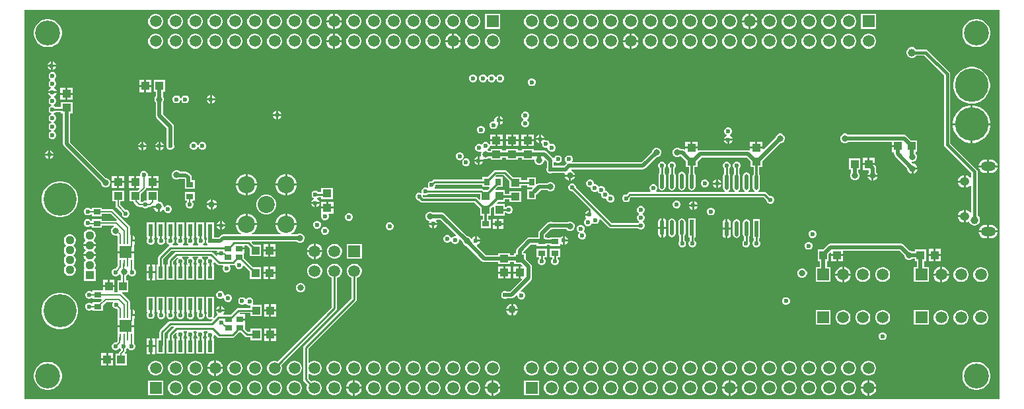
<source format=gbr>
%TF.GenerationSoftware,Altium Limited,Altium Designer,22.1.2 (22)*%
G04 Layer_Physical_Order=4*
G04 Layer_Color=16711680*
%FSLAX45Y45*%
%MOMM*%
%TF.SameCoordinates,69A41402-0A08-4178-9E70-C708664AA264*%
%TF.FilePolarity,Positive*%
%TF.FileFunction,Copper,L4,Bot,Signal*%
%TF.Part,Single*%
G01*
G75*
%TA.AperFunction,SMDPad,CuDef*%
%ADD10R,1.10000X1.00000*%
%ADD20R,0.90000X0.70000*%
%ADD26R,1.00000X1.10000*%
%ADD31R,0.90000X0.80000*%
%ADD42R,0.70000X0.90000*%
%TA.AperFunction,Conductor*%
%ADD51C,0.25000*%
%ADD52C,0.30000*%
%ADD53C,0.50000*%
%ADD54C,0.20000*%
%ADD55C,0.40000*%
%TA.AperFunction,ComponentPad*%
%ADD58C,1.50000*%
%ADD59R,1.50000X1.50000*%
%ADD60C,4.24000*%
%ADD61R,1.12000X1.12000*%
%ADD62C,1.12000*%
%ADD63O,1.90000X1.20000*%
%ADD64O,1.25000X1.05000*%
%ADD65C,4.30000*%
%ADD66C,2.20000*%
%TA.AperFunction,ViaPad*%
%ADD67C,0.60000*%
%ADD68C,0.80000*%
%ADD69C,1.00000*%
%ADD70C,0.50000*%
%ADD71C,3.20000*%
%TA.AperFunction,SMDPad,CuDef*%
%ADD72R,0.60000X1.55000*%
%ADD73R,0.50000X2.00000*%
%ADD74O,0.50000X2.00000*%
%ADD75R,0.70000X0.85000*%
%ADD76R,0.85000X0.70000*%
%ADD77R,1.60000X1.50000*%
G04:AMPARAMS|DCode=78|XSize=0.85mm|YSize=0.25mm|CornerRadius=0.125mm|HoleSize=0mm|Usage=FLASHONLY|Rotation=90.000|XOffset=0mm|YOffset=0mm|HoleType=Round|Shape=RoundedRectangle|*
%AMROUNDEDRECTD78*
21,1,0.85000,0.00000,0,0,90.0*
21,1,0.60000,0.25000,0,0,90.0*
1,1,0.25000,0.00000,0.30000*
1,1,0.25000,0.00000,-0.30000*
1,1,0.25000,0.00000,-0.30000*
1,1,0.25000,0.00000,0.30000*
%
%ADD78ROUNDEDRECTD78*%
G36*
X12500000D02*
X0D01*
Y5000000D01*
X12500000D01*
Y0D01*
D02*
G37*
%LPC*%
G36*
X9307218Y4950400D02*
X9306700D01*
Y4862700D01*
X9394400D01*
Y4863218D01*
X9387558Y4888753D01*
X9374340Y4911647D01*
X9355647Y4930340D01*
X9332753Y4943558D01*
X9307218Y4950400D01*
D02*
G37*
G36*
X3981218D02*
X3980700D01*
Y4862700D01*
X4068400D01*
Y4863218D01*
X4061558Y4888753D01*
X4048340Y4911647D01*
X4029647Y4930340D01*
X4006753Y4943558D01*
X3981218Y4950400D01*
D02*
G37*
G36*
X3955300D02*
X3954782D01*
X3929247Y4943558D01*
X3906353Y4930340D01*
X3887660Y4911647D01*
X3874442Y4888753D01*
X3867600Y4863218D01*
Y4862700D01*
X3955300D01*
Y4950400D01*
D02*
G37*
G36*
X9281300D02*
X9280782D01*
X9255247Y4943558D01*
X9232353Y4930340D01*
X9213660Y4911647D01*
X9200442Y4888753D01*
X9193600Y4863218D01*
Y4862700D01*
X9281300D01*
Y4950400D01*
D02*
G37*
G36*
X10913000Y4945000D02*
X10723000D01*
Y4755000D01*
X10913000D01*
Y4945000D01*
D02*
G37*
G36*
X10576507D02*
X10551493D01*
X10527331Y4938526D01*
X10505669Y4926019D01*
X10487981Y4908331D01*
X10475474Y4886668D01*
X10469000Y4862507D01*
Y4837493D01*
X10475474Y4813331D01*
X10487981Y4791669D01*
X10505669Y4773981D01*
X10527331Y4761474D01*
X10551493Y4755000D01*
X10576507D01*
X10600668Y4761474D01*
X10622331Y4773981D01*
X10640019Y4791669D01*
X10652526Y4813331D01*
X10659000Y4837493D01*
Y4862507D01*
X10652526Y4886668D01*
X10640019Y4908331D01*
X10622331Y4926019D01*
X10600668Y4938526D01*
X10576507Y4945000D01*
D02*
G37*
G36*
X10322507D02*
X10297493D01*
X10273331Y4938526D01*
X10251669Y4926019D01*
X10233981Y4908331D01*
X10221474Y4886668D01*
X10215000Y4862507D01*
Y4837493D01*
X10221474Y4813331D01*
X10233981Y4791669D01*
X10251669Y4773981D01*
X10273331Y4761474D01*
X10297493Y4755000D01*
X10322507D01*
X10346668Y4761474D01*
X10368331Y4773981D01*
X10386019Y4791669D01*
X10398526Y4813331D01*
X10405000Y4837493D01*
Y4862507D01*
X10398526Y4886668D01*
X10386019Y4908331D01*
X10368331Y4926019D01*
X10346668Y4938526D01*
X10322507Y4945000D01*
D02*
G37*
G36*
X10068507D02*
X10043493D01*
X10019331Y4938526D01*
X9997669Y4926019D01*
X9979981Y4908331D01*
X9967474Y4886668D01*
X9961000Y4862507D01*
Y4837493D01*
X9967474Y4813331D01*
X9979981Y4791669D01*
X9997669Y4773981D01*
X10019331Y4761474D01*
X10043493Y4755000D01*
X10068507D01*
X10092668Y4761474D01*
X10114331Y4773981D01*
X10132019Y4791669D01*
X10144526Y4813331D01*
X10151000Y4837493D01*
Y4862507D01*
X10144526Y4886668D01*
X10132019Y4908331D01*
X10114331Y4926019D01*
X10092668Y4938526D01*
X10068507Y4945000D01*
D02*
G37*
G36*
X9560507D02*
X9535493D01*
X9511331Y4938526D01*
X9489669Y4926019D01*
X9471981Y4908331D01*
X9459474Y4886668D01*
X9453000Y4862507D01*
Y4837493D01*
X9459474Y4813331D01*
X9471981Y4791669D01*
X9489669Y4773981D01*
X9511331Y4761474D01*
X9535493Y4755000D01*
X9560507D01*
X9584668Y4761474D01*
X9606331Y4773981D01*
X9624019Y4791669D01*
X9636526Y4813331D01*
X9643000Y4837493D01*
Y4862507D01*
X9636526Y4886668D01*
X9624019Y4908331D01*
X9606331Y4926019D01*
X9584668Y4938526D01*
X9560507Y4945000D01*
D02*
G37*
G36*
X9052507D02*
X9027493D01*
X9003331Y4938526D01*
X8981669Y4926019D01*
X8963981Y4908331D01*
X8951474Y4886668D01*
X8945000Y4862507D01*
Y4837493D01*
X8951474Y4813331D01*
X8963981Y4791669D01*
X8981669Y4773981D01*
X9003331Y4761474D01*
X9027493Y4755000D01*
X9052507D01*
X9076668Y4761474D01*
X9098331Y4773981D01*
X9116019Y4791669D01*
X9128526Y4813331D01*
X9135000Y4837493D01*
Y4862507D01*
X9128526Y4886668D01*
X9116019Y4908331D01*
X9098331Y4926019D01*
X9076668Y4938526D01*
X9052507Y4945000D01*
D02*
G37*
G36*
X8798507D02*
X8773493D01*
X8749331Y4938526D01*
X8727669Y4926019D01*
X8709981Y4908331D01*
X8697474Y4886668D01*
X8691000Y4862507D01*
Y4837493D01*
X8697474Y4813331D01*
X8709981Y4791669D01*
X8727669Y4773981D01*
X8749331Y4761474D01*
X8773493Y4755000D01*
X8798507D01*
X8822668Y4761474D01*
X8844331Y4773981D01*
X8862019Y4791669D01*
X8874526Y4813331D01*
X8881000Y4837493D01*
Y4862507D01*
X8874526Y4886668D01*
X8862019Y4908331D01*
X8844331Y4926019D01*
X8822668Y4938526D01*
X8798507Y4945000D01*
D02*
G37*
G36*
X8544507D02*
X8519493D01*
X8495331Y4938526D01*
X8473669Y4926019D01*
X8455981Y4908331D01*
X8443474Y4886668D01*
X8437000Y4862507D01*
Y4837493D01*
X8443474Y4813331D01*
X8455981Y4791669D01*
X8473669Y4773981D01*
X8495331Y4761474D01*
X8519493Y4755000D01*
X8544507D01*
X8568668Y4761474D01*
X8590331Y4773981D01*
X8608019Y4791669D01*
X8620526Y4813331D01*
X8627000Y4837493D01*
Y4862507D01*
X8620526Y4886668D01*
X8608019Y4908331D01*
X8590331Y4926019D01*
X8568668Y4938526D01*
X8544507Y4945000D01*
D02*
G37*
G36*
X8290507D02*
X8265493D01*
X8241331Y4938526D01*
X8219669Y4926019D01*
X8201981Y4908331D01*
X8189474Y4886668D01*
X8183000Y4862507D01*
Y4837493D01*
X8189474Y4813331D01*
X8201981Y4791669D01*
X8219669Y4773981D01*
X8241331Y4761474D01*
X8265493Y4755000D01*
X8290507D01*
X8314668Y4761474D01*
X8336331Y4773981D01*
X8354019Y4791669D01*
X8366526Y4813331D01*
X8373000Y4837493D01*
Y4862507D01*
X8366526Y4886668D01*
X8354019Y4908331D01*
X8336331Y4926019D01*
X8314668Y4938526D01*
X8290507Y4945000D01*
D02*
G37*
G36*
X8036507D02*
X8011493D01*
X7987331Y4938526D01*
X7965669Y4926019D01*
X7947981Y4908331D01*
X7935474Y4886668D01*
X7929000Y4862507D01*
Y4837493D01*
X7935474Y4813331D01*
X7947981Y4791669D01*
X7965669Y4773981D01*
X7987331Y4761474D01*
X8011493Y4755000D01*
X8036507D01*
X8060668Y4761474D01*
X8082331Y4773981D01*
X8100019Y4791669D01*
X8112526Y4813331D01*
X8119000Y4837493D01*
Y4862507D01*
X8112526Y4886668D01*
X8100019Y4908331D01*
X8082331Y4926019D01*
X8060668Y4938526D01*
X8036507Y4945000D01*
D02*
G37*
G36*
X7782507D02*
X7757493D01*
X7733331Y4938526D01*
X7711669Y4926019D01*
X7693981Y4908331D01*
X7681474Y4886668D01*
X7675000Y4862507D01*
Y4837493D01*
X7681474Y4813331D01*
X7693981Y4791669D01*
X7711669Y4773981D01*
X7733331Y4761474D01*
X7757493Y4755000D01*
X7782507D01*
X7806668Y4761474D01*
X7828331Y4773981D01*
X7846019Y4791669D01*
X7858526Y4813331D01*
X7865000Y4837493D01*
Y4862507D01*
X7858526Y4886668D01*
X7846019Y4908331D01*
X7828331Y4926019D01*
X7806668Y4938526D01*
X7782507Y4945000D01*
D02*
G37*
G36*
X7274507D02*
X7249493D01*
X7225331Y4938526D01*
X7203669Y4926019D01*
X7185981Y4908331D01*
X7173474Y4886668D01*
X7167000Y4862507D01*
Y4837493D01*
X7173474Y4813331D01*
X7185981Y4791669D01*
X7203669Y4773981D01*
X7225331Y4761474D01*
X7249493Y4755000D01*
X7274507D01*
X7298668Y4761474D01*
X7320331Y4773981D01*
X7338019Y4791669D01*
X7350526Y4813331D01*
X7357000Y4837493D01*
Y4862507D01*
X7350526Y4886668D01*
X7338019Y4908331D01*
X7320331Y4926019D01*
X7298668Y4938526D01*
X7274507Y4945000D01*
D02*
G37*
G36*
X7020507D02*
X6995493D01*
X6971331Y4938526D01*
X6949669Y4926019D01*
X6931981Y4908331D01*
X6919474Y4886668D01*
X6913000Y4862507D01*
Y4837493D01*
X6919474Y4813331D01*
X6931981Y4791669D01*
X6949669Y4773981D01*
X6971331Y4761474D01*
X6995493Y4755000D01*
X7020507D01*
X7044668Y4761474D01*
X7066331Y4773981D01*
X7084019Y4791669D01*
X7096526Y4813331D01*
X7103000Y4837493D01*
Y4862507D01*
X7096526Y4886668D01*
X7084019Y4908331D01*
X7066331Y4926019D01*
X7044668Y4938526D01*
X7020507Y4945000D01*
D02*
G37*
G36*
X6766507D02*
X6741493D01*
X6717331Y4938526D01*
X6695669Y4926019D01*
X6677981Y4908331D01*
X6665474Y4886668D01*
X6659000Y4862507D01*
Y4837493D01*
X6665474Y4813331D01*
X6677981Y4791669D01*
X6695669Y4773981D01*
X6717331Y4761474D01*
X6741493Y4755000D01*
X6766507D01*
X6790668Y4761474D01*
X6812331Y4773981D01*
X6830019Y4791669D01*
X6842526Y4813331D01*
X6849000Y4837493D01*
Y4862507D01*
X6842526Y4886668D01*
X6830019Y4908331D01*
X6812331Y4926019D01*
X6790668Y4938526D01*
X6766507Y4945000D01*
D02*
G37*
G36*
X6512507D02*
X6487493D01*
X6463331Y4938526D01*
X6441669Y4926019D01*
X6423981Y4908331D01*
X6411474Y4886668D01*
X6405000Y4862507D01*
Y4837493D01*
X6411474Y4813331D01*
X6423981Y4791669D01*
X6441669Y4773981D01*
X6463331Y4761474D01*
X6487493Y4755000D01*
X6512507D01*
X6536668Y4761474D01*
X6558331Y4773981D01*
X6576019Y4791669D01*
X6588526Y4813331D01*
X6595000Y4837493D01*
Y4862507D01*
X6588526Y4886668D01*
X6576019Y4908331D01*
X6558331Y4926019D01*
X6536668Y4938526D01*
X6512507Y4945000D01*
D02*
G37*
G36*
X6095000D02*
X5905000D01*
Y4755000D01*
X6095000D01*
Y4945000D01*
D02*
G37*
G36*
X5758507D02*
X5733493D01*
X5709331Y4938526D01*
X5687669Y4926019D01*
X5669981Y4908331D01*
X5657474Y4886668D01*
X5651000Y4862507D01*
Y4837493D01*
X5657474Y4813331D01*
X5669981Y4791669D01*
X5687669Y4773981D01*
X5709331Y4761474D01*
X5733493Y4755000D01*
X5758507D01*
X5782668Y4761474D01*
X5804331Y4773981D01*
X5822019Y4791669D01*
X5834526Y4813331D01*
X5841000Y4837493D01*
Y4862507D01*
X5834526Y4886668D01*
X5822019Y4908331D01*
X5804331Y4926019D01*
X5782668Y4938526D01*
X5758507Y4945000D01*
D02*
G37*
G36*
X5504507D02*
X5479493D01*
X5455331Y4938526D01*
X5433669Y4926019D01*
X5415981Y4908331D01*
X5403474Y4886668D01*
X5397000Y4862507D01*
Y4837493D01*
X5403474Y4813331D01*
X5415981Y4791669D01*
X5433669Y4773981D01*
X5455331Y4761474D01*
X5479493Y4755000D01*
X5504507D01*
X5528668Y4761474D01*
X5550331Y4773981D01*
X5568019Y4791669D01*
X5580526Y4813331D01*
X5587000Y4837493D01*
Y4862507D01*
X5580526Y4886668D01*
X5568019Y4908331D01*
X5550331Y4926019D01*
X5528668Y4938526D01*
X5504507Y4945000D01*
D02*
G37*
G36*
X5250507D02*
X5225493D01*
X5201331Y4938526D01*
X5179669Y4926019D01*
X5161981Y4908331D01*
X5149474Y4886668D01*
X5143000Y4862507D01*
Y4837493D01*
X5149474Y4813331D01*
X5161981Y4791669D01*
X5179669Y4773981D01*
X5201331Y4761474D01*
X5225493Y4755000D01*
X5250507D01*
X5274668Y4761474D01*
X5296331Y4773981D01*
X5314019Y4791669D01*
X5326526Y4813331D01*
X5333000Y4837493D01*
Y4862507D01*
X5326526Y4886668D01*
X5314019Y4908331D01*
X5296331Y4926019D01*
X5274668Y4938526D01*
X5250507Y4945000D01*
D02*
G37*
G36*
X4996507D02*
X4971493D01*
X4947331Y4938526D01*
X4925669Y4926019D01*
X4907981Y4908331D01*
X4895474Y4886668D01*
X4889000Y4862507D01*
Y4837493D01*
X4895474Y4813331D01*
X4907981Y4791669D01*
X4925669Y4773981D01*
X4947331Y4761474D01*
X4971493Y4755000D01*
X4996507D01*
X5020668Y4761474D01*
X5042331Y4773981D01*
X5060019Y4791669D01*
X5072526Y4813331D01*
X5079000Y4837493D01*
Y4862507D01*
X5072526Y4886668D01*
X5060019Y4908331D01*
X5042331Y4926019D01*
X5020668Y4938526D01*
X4996507Y4945000D01*
D02*
G37*
G36*
X4742507D02*
X4717493D01*
X4693331Y4938526D01*
X4671669Y4926019D01*
X4653981Y4908331D01*
X4641474Y4886668D01*
X4635000Y4862507D01*
Y4837493D01*
X4641474Y4813331D01*
X4653981Y4791669D01*
X4671669Y4773981D01*
X4693331Y4761474D01*
X4717493Y4755000D01*
X4742507D01*
X4766668Y4761474D01*
X4788331Y4773981D01*
X4806019Y4791669D01*
X4818526Y4813331D01*
X4825000Y4837493D01*
Y4862507D01*
X4818526Y4886668D01*
X4806019Y4908331D01*
X4788331Y4926019D01*
X4766668Y4938526D01*
X4742507Y4945000D01*
D02*
G37*
G36*
X4488507D02*
X4463493D01*
X4439331Y4938526D01*
X4417669Y4926019D01*
X4399981Y4908331D01*
X4387474Y4886668D01*
X4381000Y4862507D01*
Y4837493D01*
X4387474Y4813331D01*
X4399981Y4791669D01*
X4417669Y4773981D01*
X4439331Y4761474D01*
X4463493Y4755000D01*
X4488507D01*
X4512668Y4761474D01*
X4534331Y4773981D01*
X4552019Y4791669D01*
X4564526Y4813331D01*
X4571000Y4837493D01*
Y4862507D01*
X4564526Y4886668D01*
X4552019Y4908331D01*
X4534331Y4926019D01*
X4512668Y4938526D01*
X4488507Y4945000D01*
D02*
G37*
G36*
X4234507D02*
X4209493D01*
X4185331Y4938526D01*
X4163669Y4926019D01*
X4145981Y4908331D01*
X4133474Y4886668D01*
X4127000Y4862507D01*
Y4837493D01*
X4133474Y4813331D01*
X4145981Y4791669D01*
X4163669Y4773981D01*
X4185331Y4761474D01*
X4209493Y4755000D01*
X4234507D01*
X4258668Y4761474D01*
X4280331Y4773981D01*
X4298019Y4791669D01*
X4310526Y4813331D01*
X4317000Y4837493D01*
Y4862507D01*
X4310526Y4886668D01*
X4298019Y4908331D01*
X4280331Y4926019D01*
X4258668Y4938526D01*
X4234507Y4945000D01*
D02*
G37*
G36*
X3726507D02*
X3701493D01*
X3677331Y4938526D01*
X3655669Y4926019D01*
X3637981Y4908331D01*
X3625474Y4886668D01*
X3619000Y4862507D01*
Y4837493D01*
X3625474Y4813331D01*
X3637981Y4791669D01*
X3655669Y4773981D01*
X3677331Y4761474D01*
X3701493Y4755000D01*
X3726507D01*
X3750668Y4761474D01*
X3772331Y4773981D01*
X3790019Y4791669D01*
X3802526Y4813331D01*
X3809000Y4837493D01*
Y4862507D01*
X3802526Y4886668D01*
X3790019Y4908331D01*
X3772331Y4926019D01*
X3750668Y4938526D01*
X3726507Y4945000D01*
D02*
G37*
G36*
X3472507D02*
X3447493D01*
X3423331Y4938526D01*
X3401669Y4926019D01*
X3383981Y4908331D01*
X3371474Y4886668D01*
X3365000Y4862507D01*
Y4837493D01*
X3371474Y4813331D01*
X3383981Y4791669D01*
X3401669Y4773981D01*
X3423331Y4761474D01*
X3447493Y4755000D01*
X3472507D01*
X3496668Y4761474D01*
X3518331Y4773981D01*
X3536019Y4791669D01*
X3548526Y4813331D01*
X3555000Y4837493D01*
Y4862507D01*
X3548526Y4886668D01*
X3536019Y4908331D01*
X3518331Y4926019D01*
X3496668Y4938526D01*
X3472507Y4945000D01*
D02*
G37*
G36*
X3218507D02*
X3193493D01*
X3169331Y4938526D01*
X3147669Y4926019D01*
X3129981Y4908331D01*
X3117474Y4886668D01*
X3111000Y4862507D01*
Y4837493D01*
X3117474Y4813331D01*
X3129981Y4791669D01*
X3147669Y4773981D01*
X3169331Y4761474D01*
X3193493Y4755000D01*
X3218507D01*
X3242668Y4761474D01*
X3264331Y4773981D01*
X3282019Y4791669D01*
X3294526Y4813331D01*
X3301000Y4837493D01*
Y4862507D01*
X3294526Y4886668D01*
X3282019Y4908331D01*
X3264331Y4926019D01*
X3242668Y4938526D01*
X3218507Y4945000D01*
D02*
G37*
G36*
X2964507D02*
X2939493D01*
X2915331Y4938526D01*
X2893669Y4926019D01*
X2875981Y4908331D01*
X2863474Y4886668D01*
X2857000Y4862507D01*
Y4837493D01*
X2863474Y4813331D01*
X2875981Y4791669D01*
X2893669Y4773981D01*
X2915331Y4761474D01*
X2939493Y4755000D01*
X2964507D01*
X2988668Y4761474D01*
X3010331Y4773981D01*
X3028019Y4791669D01*
X3040526Y4813331D01*
X3047000Y4837493D01*
Y4862507D01*
X3040526Y4886668D01*
X3028019Y4908331D01*
X3010331Y4926019D01*
X2988668Y4938526D01*
X2964507Y4945000D01*
D02*
G37*
G36*
X2710507D02*
X2685493D01*
X2661331Y4938526D01*
X2639669Y4926019D01*
X2621981Y4908331D01*
X2609474Y4886668D01*
X2603000Y4862507D01*
Y4837493D01*
X2609474Y4813331D01*
X2621981Y4791669D01*
X2639669Y4773981D01*
X2661331Y4761474D01*
X2685493Y4755000D01*
X2710507D01*
X2734668Y4761474D01*
X2756331Y4773981D01*
X2774019Y4791669D01*
X2786526Y4813331D01*
X2793000Y4837493D01*
Y4862507D01*
X2786526Y4886668D01*
X2774019Y4908331D01*
X2756331Y4926019D01*
X2734668Y4938526D01*
X2710507Y4945000D01*
D02*
G37*
G36*
X2456507D02*
X2431493D01*
X2407331Y4938526D01*
X2385669Y4926019D01*
X2367981Y4908331D01*
X2355474Y4886668D01*
X2349000Y4862507D01*
Y4837493D01*
X2355474Y4813331D01*
X2367981Y4791669D01*
X2385669Y4773981D01*
X2407331Y4761474D01*
X2431493Y4755000D01*
X2456507D01*
X2480668Y4761474D01*
X2502331Y4773981D01*
X2520019Y4791669D01*
X2532526Y4813331D01*
X2539000Y4837493D01*
Y4862507D01*
X2532526Y4886668D01*
X2520019Y4908331D01*
X2502331Y4926019D01*
X2480668Y4938526D01*
X2456507Y4945000D01*
D02*
G37*
G36*
X2202507D02*
X2177493D01*
X2153331Y4938526D01*
X2131669Y4926019D01*
X2113981Y4908331D01*
X2101474Y4886668D01*
X2095000Y4862507D01*
Y4837493D01*
X2101474Y4813331D01*
X2113981Y4791669D01*
X2131669Y4773981D01*
X2153331Y4761474D01*
X2177493Y4755000D01*
X2202507D01*
X2226668Y4761474D01*
X2248331Y4773981D01*
X2266019Y4791669D01*
X2278526Y4813331D01*
X2285000Y4837493D01*
Y4862507D01*
X2278526Y4886668D01*
X2266019Y4908331D01*
X2248331Y4926019D01*
X2226668Y4938526D01*
X2202507Y4945000D01*
D02*
G37*
G36*
X1948507D02*
X1923493D01*
X1899331Y4938526D01*
X1877669Y4926019D01*
X1859981Y4908331D01*
X1847474Y4886668D01*
X1841000Y4862507D01*
Y4837493D01*
X1847474Y4813331D01*
X1859981Y4791669D01*
X1877669Y4773981D01*
X1899331Y4761474D01*
X1923493Y4755000D01*
X1948507D01*
X1972668Y4761474D01*
X1994331Y4773981D01*
X2012019Y4791669D01*
X2024526Y4813331D01*
X2031000Y4837493D01*
Y4862507D01*
X2024526Y4886668D01*
X2012019Y4908331D01*
X1994331Y4926019D01*
X1972668Y4938526D01*
X1948507Y4945000D01*
D02*
G37*
G36*
X1694507D02*
X1669493D01*
X1645331Y4938526D01*
X1623669Y4926019D01*
X1605981Y4908331D01*
X1593474Y4886668D01*
X1587000Y4862507D01*
Y4837493D01*
X1593474Y4813331D01*
X1605981Y4791669D01*
X1623669Y4773981D01*
X1645331Y4761474D01*
X1669493Y4755000D01*
X1694507D01*
X1718668Y4761474D01*
X1740331Y4773981D01*
X1758019Y4791669D01*
X1770526Y4813331D01*
X1777000Y4837493D01*
Y4862507D01*
X1770526Y4886668D01*
X1758019Y4908331D01*
X1740331Y4926019D01*
X1718668Y4938526D01*
X1694507Y4945000D01*
D02*
G37*
G36*
X9814507Y4945000D02*
X9789493D01*
X9765331Y4938525D01*
X9743669Y4926018D01*
X9725981Y4908331D01*
X9713474Y4886668D01*
X9707000Y4862507D01*
Y4837493D01*
X9713474Y4813331D01*
X9725981Y4791669D01*
X9743669Y4773981D01*
X9765331Y4761474D01*
X9789493Y4755000D01*
X9814507D01*
X9838668Y4761474D01*
X9860331Y4773981D01*
X9878018Y4791669D01*
X9890525Y4813331D01*
X9897000Y4837493D01*
Y4862507D01*
X9890525Y4886668D01*
X9878018Y4908331D01*
X9860331Y4926018D01*
X9838668Y4938525D01*
X9814507Y4945000D01*
D02*
G37*
G36*
X7528507D02*
X7503493D01*
X7479331Y4938525D01*
X7457669Y4926018D01*
X7439981Y4908331D01*
X7427474Y4886668D01*
X7421000Y4862507D01*
Y4837493D01*
X7427474Y4813331D01*
X7439981Y4791669D01*
X7457669Y4773981D01*
X7479331Y4761474D01*
X7503493Y4755000D01*
X7528507D01*
X7552668Y4761474D01*
X7574331Y4773981D01*
X7592019Y4791669D01*
X7604526Y4813331D01*
X7611000Y4837493D01*
Y4862507D01*
X7604526Y4886668D01*
X7592019Y4908331D01*
X7574331Y4926018D01*
X7552668Y4938525D01*
X7528507Y4945000D01*
D02*
G37*
G36*
X9394400Y4837300D02*
X9306700D01*
Y4749600D01*
X9307218D01*
X9332753Y4756442D01*
X9355647Y4769660D01*
X9374340Y4788353D01*
X9387558Y4811247D01*
X9394400Y4836782D01*
Y4837300D01*
D02*
G37*
G36*
X9281300D02*
X9193600D01*
Y4836782D01*
X9200442Y4811247D01*
X9213660Y4788353D01*
X9232353Y4769660D01*
X9255247Y4756442D01*
X9280782Y4749600D01*
X9281300D01*
Y4837300D01*
D02*
G37*
G36*
X4068400D02*
X3980700D01*
Y4749600D01*
X3981218D01*
X4006753Y4756442D01*
X4029647Y4769660D01*
X4048340Y4788353D01*
X4061558Y4811247D01*
X4068400Y4836782D01*
Y4837300D01*
D02*
G37*
G36*
X3955300D02*
X3867600D01*
Y4836782D01*
X3874442Y4811247D01*
X3887660Y4788353D01*
X3906353Y4769660D01*
X3929247Y4756442D01*
X3954782Y4749600D01*
X3955300D01*
Y4837300D01*
D02*
G37*
G36*
X7783218Y4696400D02*
X7782700D01*
Y4608700D01*
X7870400D01*
Y4609218D01*
X7863558Y4634753D01*
X7850340Y4657647D01*
X7831647Y4676340D01*
X7808753Y4689558D01*
X7783218Y4696400D01*
D02*
G37*
G36*
X5505218D02*
X5504700D01*
Y4608700D01*
X5592400D01*
Y4609218D01*
X5585558Y4634753D01*
X5572340Y4657647D01*
X5553647Y4676340D01*
X5530753Y4689558D01*
X5505218Y4696400D01*
D02*
G37*
G36*
X3981218D02*
X3980700D01*
Y4608700D01*
X4068400D01*
Y4609218D01*
X4061558Y4634753D01*
X4048340Y4657647D01*
X4029647Y4676340D01*
X4006753Y4689558D01*
X3981218Y4696400D01*
D02*
G37*
G36*
X7757300D02*
X7756782D01*
X7731247Y4689558D01*
X7708353Y4676340D01*
X7689660Y4657647D01*
X7676442Y4634753D01*
X7669600Y4609218D01*
Y4608700D01*
X7757300D01*
Y4696400D01*
D02*
G37*
G36*
X5479300D02*
X5478782D01*
X5453247Y4689558D01*
X5430353Y4676340D01*
X5411660Y4657647D01*
X5398442Y4634753D01*
X5391600Y4609218D01*
Y4608700D01*
X5479300D01*
Y4696400D01*
D02*
G37*
G36*
X3955300D02*
X3954782D01*
X3929247Y4689558D01*
X3906353Y4676340D01*
X3887660Y4657647D01*
X3874442Y4634753D01*
X3867600Y4609218D01*
Y4608700D01*
X3955300D01*
Y4696400D01*
D02*
G37*
G36*
X12217728Y4880000D02*
X12182272D01*
X12147496Y4873083D01*
X12114738Y4859514D01*
X12085257Y4839815D01*
X12060185Y4814743D01*
X12040486Y4785262D01*
X12026917Y4752504D01*
X12020000Y4717728D01*
Y4682272D01*
X12026917Y4647496D01*
X12040486Y4614738D01*
X12060185Y4585257D01*
X12085257Y4560185D01*
X12114738Y4540486D01*
X12147496Y4526917D01*
X12182272Y4520000D01*
X12217728D01*
X12252504Y4526917D01*
X12285262Y4540486D01*
X12314743Y4560185D01*
X12339815Y4585257D01*
X12359514Y4614738D01*
X12373083Y4647496D01*
X12380000Y4682272D01*
Y4717728D01*
X12373083Y4752504D01*
X12359514Y4785262D01*
X12339815Y4814743D01*
X12314743Y4839815D01*
X12285262Y4859514D01*
X12252504Y4873083D01*
X12217728Y4880000D01*
D02*
G37*
G36*
X317728D02*
X282271D01*
X247496Y4873083D01*
X214738Y4859514D01*
X185257Y4839815D01*
X160185Y4814743D01*
X140486Y4785262D01*
X126917Y4752504D01*
X120000Y4717728D01*
Y4682272D01*
X126917Y4647496D01*
X140486Y4614738D01*
X160185Y4585257D01*
X185257Y4560185D01*
X214738Y4540486D01*
X247496Y4526917D01*
X282271Y4520000D01*
X317728D01*
X352504Y4526917D01*
X385262Y4540486D01*
X414743Y4560185D01*
X439815Y4585257D01*
X459514Y4614738D01*
X473083Y4647496D01*
X480000Y4682272D01*
Y4717728D01*
X473083Y4752504D01*
X459514Y4785262D01*
X439815Y4814743D01*
X414743Y4839815D01*
X385262Y4859514D01*
X352504Y4873083D01*
X317728Y4880000D01*
D02*
G37*
G36*
X9306507Y4691000D02*
X9281493D01*
X9257332Y4684526D01*
X9235669Y4672019D01*
X9217982Y4654331D01*
X9205475Y4632669D01*
X9199000Y4608507D01*
Y4583493D01*
X9205475Y4559332D01*
X9217982Y4537669D01*
X9235669Y4519982D01*
X9257332Y4507475D01*
X9281493Y4501000D01*
X9306507D01*
X9330669Y4507475D01*
X9352331Y4519982D01*
X9370019Y4537669D01*
X9382526Y4559332D01*
X9389000Y4583493D01*
Y4608507D01*
X9382526Y4632669D01*
X9370019Y4654331D01*
X9352331Y4672019D01*
X9330669Y4684526D01*
X9306507Y4691000D01*
D02*
G37*
G36*
X8036507D02*
X8011493D01*
X7987331Y4684526D01*
X7965669Y4672019D01*
X7947981Y4654331D01*
X7935474Y4632669D01*
X7929000Y4608507D01*
Y4583493D01*
X7935474Y4559332D01*
X7947981Y4537669D01*
X7965669Y4519982D01*
X7987331Y4507475D01*
X8011493Y4501000D01*
X8036507D01*
X8060668Y4507475D01*
X8082331Y4519982D01*
X8100018Y4537669D01*
X8112525Y4559332D01*
X8119000Y4583493D01*
Y4608507D01*
X8112525Y4632669D01*
X8100018Y4654331D01*
X8082331Y4672019D01*
X8060668Y4684526D01*
X8036507Y4691000D01*
D02*
G37*
G36*
X7020507D02*
X6995493D01*
X6971332Y4684526D01*
X6949669Y4672019D01*
X6931982Y4654331D01*
X6919475Y4632669D01*
X6913000Y4608507D01*
Y4583493D01*
X6919475Y4559332D01*
X6931982Y4537669D01*
X6949669Y4519982D01*
X6971332Y4507475D01*
X6995493Y4501000D01*
X7020507D01*
X7044669Y4507475D01*
X7066331Y4519982D01*
X7084019Y4537669D01*
X7096526Y4559332D01*
X7103000Y4583493D01*
Y4608507D01*
X7096526Y4632669D01*
X7084019Y4654331D01*
X7066331Y4672019D01*
X7044669Y4684526D01*
X7020507Y4691000D01*
D02*
G37*
G36*
X5250507D02*
X5225493D01*
X5201331Y4684526D01*
X5179669Y4672019D01*
X5161981Y4654331D01*
X5149474Y4632669D01*
X5143000Y4608507D01*
Y4583493D01*
X5149474Y4559332D01*
X5161981Y4537669D01*
X5179669Y4519982D01*
X5201331Y4507475D01*
X5225493Y4501000D01*
X5250507D01*
X5274668Y4507475D01*
X5296331Y4519982D01*
X5314019Y4537669D01*
X5326526Y4559332D01*
X5333000Y4583493D01*
Y4608507D01*
X5326526Y4632669D01*
X5314019Y4654331D01*
X5296331Y4672019D01*
X5274668Y4684526D01*
X5250507Y4691000D01*
D02*
G37*
G36*
X4488507D02*
X4463493D01*
X4439331Y4684526D01*
X4417669Y4672019D01*
X4399981Y4654331D01*
X4387474Y4632669D01*
X4381000Y4608507D01*
Y4583493D01*
X4387474Y4559332D01*
X4399981Y4537669D01*
X4417669Y4519982D01*
X4439331Y4507475D01*
X4463493Y4501000D01*
X4488507D01*
X4512668Y4507475D01*
X4534331Y4519982D01*
X4552019Y4537669D01*
X4564526Y4559332D01*
X4571000Y4583493D01*
Y4608507D01*
X4564526Y4632669D01*
X4552019Y4654331D01*
X4534331Y4672019D01*
X4512668Y4684526D01*
X4488507Y4691000D01*
D02*
G37*
G36*
X3218507D02*
X3193493D01*
X3169331Y4684526D01*
X3147669Y4672019D01*
X3129981Y4654331D01*
X3117474Y4632669D01*
X3111000Y4608507D01*
Y4583493D01*
X3117474Y4559332D01*
X3129981Y4537669D01*
X3147669Y4519982D01*
X3169331Y4507475D01*
X3193493Y4501000D01*
X3218507D01*
X3242668Y4507475D01*
X3264331Y4519982D01*
X3282018Y4537669D01*
X3294525Y4559332D01*
X3300999Y4583493D01*
Y4608507D01*
X3294525Y4632669D01*
X3282018Y4654331D01*
X3264331Y4672019D01*
X3242668Y4684526D01*
X3218507Y4691000D01*
D02*
G37*
G36*
X2964507D02*
X2939493D01*
X2915332Y4684526D01*
X2893669Y4672019D01*
X2875982Y4654331D01*
X2863475Y4632669D01*
X2857000Y4608507D01*
Y4583493D01*
X2863475Y4559332D01*
X2875982Y4537669D01*
X2893669Y4519982D01*
X2915332Y4507475D01*
X2939493Y4501000D01*
X2964507D01*
X2988669Y4507475D01*
X3010331Y4519982D01*
X3028019Y4537669D01*
X3040526Y4559332D01*
X3047000Y4583493D01*
Y4608507D01*
X3040526Y4632669D01*
X3028019Y4654331D01*
X3010331Y4672019D01*
X2988669Y4684526D01*
X2964507Y4691000D01*
D02*
G37*
G36*
X2202507D02*
X2177493D01*
X2153331Y4684526D01*
X2131669Y4672019D01*
X2113981Y4654331D01*
X2101474Y4632669D01*
X2095000Y4608507D01*
Y4583493D01*
X2101474Y4559332D01*
X2113981Y4537669D01*
X2131669Y4519982D01*
X2153331Y4507475D01*
X2177493Y4501000D01*
X2202507D01*
X2226668Y4507475D01*
X2248331Y4519982D01*
X2266019Y4537669D01*
X2278526Y4559332D01*
X2285000Y4583493D01*
Y4608507D01*
X2278526Y4632669D01*
X2266019Y4654331D01*
X2248331Y4672019D01*
X2226668Y4684526D01*
X2202507Y4691000D01*
D02*
G37*
G36*
X10830507Y4691000D02*
X10805493D01*
X10781331Y4684526D01*
X10759669Y4672019D01*
X10741981Y4654331D01*
X10729474Y4632668D01*
X10723000Y4608507D01*
Y4583493D01*
X10729474Y4559331D01*
X10741981Y4537669D01*
X10759669Y4519981D01*
X10781331Y4507474D01*
X10805493Y4501000D01*
X10830507D01*
X10854668Y4507474D01*
X10876331Y4519981D01*
X10894019Y4537669D01*
X10906526Y4559331D01*
X10913000Y4583493D01*
Y4608507D01*
X10906526Y4632668D01*
X10894019Y4654331D01*
X10876331Y4672019D01*
X10854668Y4684526D01*
X10830507Y4691000D01*
D02*
G37*
G36*
X10576507D02*
X10551493D01*
X10527331Y4684526D01*
X10505669Y4672019D01*
X10487981Y4654331D01*
X10475474Y4632668D01*
X10469000Y4608507D01*
Y4583493D01*
X10475474Y4559331D01*
X10487981Y4537669D01*
X10505669Y4519981D01*
X10527331Y4507474D01*
X10551493Y4501000D01*
X10576507D01*
X10600668Y4507474D01*
X10622331Y4519981D01*
X10640019Y4537669D01*
X10652526Y4559331D01*
X10659000Y4583493D01*
Y4608507D01*
X10652526Y4632668D01*
X10640019Y4654331D01*
X10622331Y4672019D01*
X10600668Y4684526D01*
X10576507Y4691000D01*
D02*
G37*
G36*
X10322507D02*
X10297493D01*
X10273331Y4684526D01*
X10251669Y4672019D01*
X10233981Y4654331D01*
X10221474Y4632668D01*
X10215000Y4608507D01*
Y4583493D01*
X10221474Y4559331D01*
X10233981Y4537669D01*
X10251669Y4519981D01*
X10273331Y4507474D01*
X10297493Y4501000D01*
X10322507D01*
X10346668Y4507474D01*
X10368331Y4519981D01*
X10386019Y4537669D01*
X10398526Y4559331D01*
X10405000Y4583493D01*
Y4608507D01*
X10398526Y4632668D01*
X10386019Y4654331D01*
X10368331Y4672019D01*
X10346668Y4684526D01*
X10322507Y4691000D01*
D02*
G37*
G36*
X10068507D02*
X10043493D01*
X10019331Y4684526D01*
X9997669Y4672019D01*
X9979981Y4654331D01*
X9967474Y4632668D01*
X9961000Y4608507D01*
Y4583493D01*
X9967474Y4559331D01*
X9979981Y4537669D01*
X9997669Y4519981D01*
X10019331Y4507474D01*
X10043493Y4501000D01*
X10068507D01*
X10092668Y4507474D01*
X10114331Y4519981D01*
X10132018Y4537669D01*
X10144525Y4559331D01*
X10151000Y4583493D01*
Y4608507D01*
X10144525Y4632668D01*
X10132018Y4654331D01*
X10114331Y4672019D01*
X10092668Y4684526D01*
X10068507Y4691000D01*
D02*
G37*
G36*
X9814507D02*
X9789493D01*
X9765331Y4684526D01*
X9743669Y4672019D01*
X9725981Y4654331D01*
X9713474Y4632668D01*
X9707000Y4608507D01*
Y4583493D01*
X9713474Y4559331D01*
X9725981Y4537669D01*
X9743669Y4519981D01*
X9765331Y4507474D01*
X9789493Y4501000D01*
X9814507D01*
X9838668Y4507474D01*
X9860331Y4519981D01*
X9878019Y4537669D01*
X9890526Y4559331D01*
X9897000Y4583493D01*
Y4608507D01*
X9890526Y4632668D01*
X9878019Y4654331D01*
X9860331Y4672019D01*
X9838668Y4684526D01*
X9814507Y4691000D01*
D02*
G37*
G36*
X9560507D02*
X9535493D01*
X9511331Y4684526D01*
X9489669Y4672019D01*
X9471981Y4654331D01*
X9459474Y4632668D01*
X9453000Y4608507D01*
Y4583493D01*
X9459474Y4559331D01*
X9471981Y4537669D01*
X9489669Y4519981D01*
X9511331Y4507474D01*
X9535493Y4501000D01*
X9560507D01*
X9584668Y4507474D01*
X9606331Y4519981D01*
X9624019Y4537669D01*
X9636526Y4559331D01*
X9643000Y4583493D01*
Y4608507D01*
X9636526Y4632668D01*
X9624019Y4654331D01*
X9606331Y4672019D01*
X9584668Y4684526D01*
X9560507Y4691000D01*
D02*
G37*
G36*
X9052507D02*
X9027493D01*
X9003331Y4684526D01*
X8981669Y4672019D01*
X8963981Y4654331D01*
X8951474Y4632668D01*
X8945000Y4608507D01*
Y4583493D01*
X8951474Y4559331D01*
X8963981Y4537669D01*
X8981669Y4519981D01*
X9003331Y4507474D01*
X9027493Y4501000D01*
X9052507D01*
X9076668Y4507474D01*
X9098331Y4519981D01*
X9116019Y4537669D01*
X9128526Y4559331D01*
X9135000Y4583493D01*
Y4608507D01*
X9128526Y4632668D01*
X9116019Y4654331D01*
X9098331Y4672019D01*
X9076668Y4684526D01*
X9052507Y4691000D01*
D02*
G37*
G36*
X8798507D02*
X8773493D01*
X8749332Y4684526D01*
X8727669Y4672019D01*
X8709982Y4654331D01*
X8697475Y4632668D01*
X8691000Y4608507D01*
Y4583493D01*
X8697475Y4559331D01*
X8709982Y4537669D01*
X8727669Y4519981D01*
X8749332Y4507474D01*
X8773493Y4501000D01*
X8798507D01*
X8822669Y4507474D01*
X8844331Y4519981D01*
X8862019Y4537669D01*
X8874526Y4559331D01*
X8881000Y4583493D01*
Y4608507D01*
X8874526Y4632668D01*
X8862019Y4654331D01*
X8844331Y4672019D01*
X8822669Y4684526D01*
X8798507Y4691000D01*
D02*
G37*
G36*
X8544507D02*
X8519493D01*
X8495331Y4684526D01*
X8473669Y4672019D01*
X8455981Y4654331D01*
X8443474Y4632668D01*
X8437000Y4608507D01*
Y4583493D01*
X8443474Y4559331D01*
X8455981Y4537669D01*
X8473669Y4519981D01*
X8495331Y4507474D01*
X8519493Y4501000D01*
X8544507D01*
X8568668Y4507474D01*
X8590331Y4519981D01*
X8608019Y4537669D01*
X8620526Y4559331D01*
X8627000Y4583493D01*
Y4608507D01*
X8620526Y4632668D01*
X8608019Y4654331D01*
X8590331Y4672019D01*
X8568668Y4684526D01*
X8544507Y4691000D01*
D02*
G37*
G36*
X8290507D02*
X8265493D01*
X8241331Y4684526D01*
X8219669Y4672019D01*
X8201981Y4654331D01*
X8189474Y4632668D01*
X8183000Y4608507D01*
Y4583493D01*
X8189474Y4559331D01*
X8201981Y4537669D01*
X8219669Y4519981D01*
X8241331Y4507474D01*
X8265493Y4501000D01*
X8290507D01*
X8314668Y4507474D01*
X8336331Y4519981D01*
X8354019Y4537669D01*
X8366526Y4559331D01*
X8373000Y4583493D01*
Y4608507D01*
X8366526Y4632668D01*
X8354019Y4654331D01*
X8336331Y4672019D01*
X8314668Y4684526D01*
X8290507Y4691000D01*
D02*
G37*
G36*
X7528507D02*
X7503493D01*
X7479331Y4684526D01*
X7457669Y4672019D01*
X7439981Y4654331D01*
X7427474Y4632668D01*
X7421000Y4608507D01*
Y4583493D01*
X7427474Y4559331D01*
X7439981Y4537669D01*
X7457669Y4519981D01*
X7479331Y4507474D01*
X7503493Y4501000D01*
X7528507D01*
X7552668Y4507474D01*
X7574331Y4519981D01*
X7592019Y4537669D01*
X7604526Y4559331D01*
X7611000Y4583493D01*
Y4608507D01*
X7604526Y4632668D01*
X7592019Y4654331D01*
X7574331Y4672019D01*
X7552668Y4684526D01*
X7528507Y4691000D01*
D02*
G37*
G36*
X7274507D02*
X7249493D01*
X7225331Y4684526D01*
X7203669Y4672019D01*
X7185981Y4654331D01*
X7173474Y4632668D01*
X7167000Y4608507D01*
Y4583493D01*
X7173474Y4559331D01*
X7185981Y4537669D01*
X7203669Y4519981D01*
X7225331Y4507474D01*
X7249493Y4501000D01*
X7274507D01*
X7298668Y4507474D01*
X7320331Y4519981D01*
X7338019Y4537669D01*
X7350526Y4559331D01*
X7357000Y4583493D01*
Y4608507D01*
X7350526Y4632668D01*
X7338019Y4654331D01*
X7320331Y4672019D01*
X7298668Y4684526D01*
X7274507Y4691000D01*
D02*
G37*
G36*
X6766507D02*
X6741493D01*
X6717331Y4684526D01*
X6695669Y4672019D01*
X6677981Y4654331D01*
X6665474Y4632668D01*
X6659000Y4608507D01*
Y4583493D01*
X6665474Y4559331D01*
X6677981Y4537669D01*
X6695669Y4519981D01*
X6717331Y4507474D01*
X6741493Y4501000D01*
X6766507D01*
X6790668Y4507474D01*
X6812331Y4519981D01*
X6830019Y4537669D01*
X6842526Y4559331D01*
X6849000Y4583493D01*
Y4608507D01*
X6842526Y4632668D01*
X6830019Y4654331D01*
X6812331Y4672019D01*
X6790668Y4684526D01*
X6766507Y4691000D01*
D02*
G37*
G36*
X6512507D02*
X6487493D01*
X6463332Y4684526D01*
X6441669Y4672019D01*
X6423982Y4654331D01*
X6411475Y4632668D01*
X6405000Y4608507D01*
Y4583493D01*
X6411475Y4559331D01*
X6423982Y4537669D01*
X6441669Y4519981D01*
X6463332Y4507474D01*
X6487493Y4501000D01*
X6512507D01*
X6536669Y4507474D01*
X6558331Y4519981D01*
X6576019Y4537669D01*
X6588526Y4559331D01*
X6595000Y4583493D01*
Y4608507D01*
X6588526Y4632668D01*
X6576019Y4654331D01*
X6558331Y4672019D01*
X6536669Y4684526D01*
X6512507Y4691000D01*
D02*
G37*
G36*
X6012507D02*
X5987493D01*
X5963331Y4684526D01*
X5941669Y4672019D01*
X5923981Y4654331D01*
X5911474Y4632668D01*
X5905000Y4608507D01*
Y4583493D01*
X5911474Y4559331D01*
X5923981Y4537669D01*
X5941669Y4519981D01*
X5963331Y4507474D01*
X5987493Y4501000D01*
X6012507D01*
X6036668Y4507474D01*
X6058331Y4519981D01*
X6076019Y4537669D01*
X6088526Y4559331D01*
X6095000Y4583493D01*
Y4608507D01*
X6088526Y4632668D01*
X6076019Y4654331D01*
X6058331Y4672019D01*
X6036668Y4684526D01*
X6012507Y4691000D01*
D02*
G37*
G36*
X5758507D02*
X5733493D01*
X5709331Y4684526D01*
X5687669Y4672019D01*
X5669981Y4654331D01*
X5657474Y4632668D01*
X5651000Y4608507D01*
Y4583493D01*
X5657474Y4559331D01*
X5669981Y4537669D01*
X5687669Y4519981D01*
X5709331Y4507474D01*
X5733493Y4501000D01*
X5758507D01*
X5782668Y4507474D01*
X5804331Y4519981D01*
X5822019Y4537669D01*
X5834526Y4559331D01*
X5841000Y4583493D01*
Y4608507D01*
X5834526Y4632668D01*
X5822019Y4654331D01*
X5804331Y4672019D01*
X5782668Y4684526D01*
X5758507Y4691000D01*
D02*
G37*
G36*
X4996507D02*
X4971493D01*
X4947331Y4684526D01*
X4925669Y4672019D01*
X4907981Y4654331D01*
X4895474Y4632668D01*
X4889000Y4608507D01*
Y4583493D01*
X4895474Y4559331D01*
X4907981Y4537669D01*
X4925669Y4519981D01*
X4947331Y4507474D01*
X4971493Y4501000D01*
X4996507D01*
X5020668Y4507474D01*
X5042331Y4519981D01*
X5060019Y4537669D01*
X5072526Y4559331D01*
X5079000Y4583493D01*
Y4608507D01*
X5072526Y4632668D01*
X5060019Y4654331D01*
X5042331Y4672019D01*
X5020668Y4684526D01*
X4996507Y4691000D01*
D02*
G37*
G36*
X4742507D02*
X4717493D01*
X4693331Y4684526D01*
X4671669Y4672019D01*
X4653981Y4654331D01*
X4641474Y4632668D01*
X4635000Y4608507D01*
Y4583493D01*
X4641474Y4559331D01*
X4653981Y4537669D01*
X4671669Y4519981D01*
X4693331Y4507474D01*
X4717493Y4501000D01*
X4742507D01*
X4766668Y4507474D01*
X4788331Y4519981D01*
X4806019Y4537669D01*
X4818526Y4559331D01*
X4825000Y4583493D01*
Y4608507D01*
X4818526Y4632668D01*
X4806019Y4654331D01*
X4788331Y4672019D01*
X4766668Y4684526D01*
X4742507Y4691000D01*
D02*
G37*
G36*
X4234507D02*
X4209493D01*
X4185332Y4684526D01*
X4163669Y4672019D01*
X4145982Y4654331D01*
X4133475Y4632668D01*
X4127000Y4608507D01*
Y4583493D01*
X4133475Y4559331D01*
X4145982Y4537669D01*
X4163669Y4519981D01*
X4185332Y4507474D01*
X4209493Y4501000D01*
X4234507D01*
X4258669Y4507474D01*
X4280331Y4519981D01*
X4298019Y4537669D01*
X4310526Y4559331D01*
X4317000Y4583493D01*
Y4608507D01*
X4310526Y4632668D01*
X4298019Y4654331D01*
X4280331Y4672019D01*
X4258669Y4684526D01*
X4234507Y4691000D01*
D02*
G37*
G36*
X3726507D02*
X3701493D01*
X3677331Y4684526D01*
X3655669Y4672019D01*
X3637981Y4654331D01*
X3625474Y4632668D01*
X3619000Y4608507D01*
Y4583493D01*
X3625474Y4559331D01*
X3637981Y4537669D01*
X3655669Y4519981D01*
X3677331Y4507474D01*
X3701493Y4501000D01*
X3726507D01*
X3750668Y4507474D01*
X3772331Y4519981D01*
X3790019Y4537669D01*
X3802526Y4559331D01*
X3809000Y4583493D01*
Y4608507D01*
X3802526Y4632668D01*
X3790019Y4654331D01*
X3772331Y4672019D01*
X3750668Y4684526D01*
X3726507Y4691000D01*
D02*
G37*
G36*
X3472507D02*
X3447493D01*
X3423331Y4684526D01*
X3401669Y4672019D01*
X3383981Y4654331D01*
X3371474Y4632668D01*
X3365000Y4608507D01*
Y4583493D01*
X3371474Y4559331D01*
X3383981Y4537669D01*
X3401669Y4519981D01*
X3423331Y4507474D01*
X3447493Y4501000D01*
X3472507D01*
X3496668Y4507474D01*
X3518331Y4519981D01*
X3536019Y4537669D01*
X3548526Y4559331D01*
X3555000Y4583493D01*
Y4608507D01*
X3548526Y4632668D01*
X3536019Y4654331D01*
X3518331Y4672019D01*
X3496668Y4684526D01*
X3472507Y4691000D01*
D02*
G37*
G36*
X2710507D02*
X2685493D01*
X2661331Y4684526D01*
X2639669Y4672019D01*
X2621981Y4654331D01*
X2609474Y4632668D01*
X2603000Y4608507D01*
Y4583493D01*
X2609474Y4559331D01*
X2621981Y4537669D01*
X2639669Y4519981D01*
X2661331Y4507474D01*
X2685493Y4501000D01*
X2710507D01*
X2734668Y4507474D01*
X2756331Y4519981D01*
X2774019Y4537669D01*
X2786526Y4559331D01*
X2793000Y4583493D01*
Y4608507D01*
X2786526Y4632668D01*
X2774019Y4654331D01*
X2756331Y4672019D01*
X2734668Y4684526D01*
X2710507Y4691000D01*
D02*
G37*
G36*
X2456507D02*
X2431493D01*
X2407331Y4684526D01*
X2385669Y4672019D01*
X2367981Y4654331D01*
X2355474Y4632668D01*
X2349000Y4608507D01*
Y4583493D01*
X2355474Y4559331D01*
X2367981Y4537669D01*
X2385669Y4519981D01*
X2407331Y4507474D01*
X2431493Y4501000D01*
X2456507D01*
X2480668Y4507474D01*
X2502331Y4519981D01*
X2520019Y4537669D01*
X2532526Y4559331D01*
X2539000Y4583493D01*
Y4608507D01*
X2532526Y4632668D01*
X2520019Y4654331D01*
X2502331Y4672019D01*
X2480668Y4684526D01*
X2456507Y4691000D01*
D02*
G37*
G36*
X1948507D02*
X1923493D01*
X1899332Y4684526D01*
X1877669Y4672019D01*
X1859982Y4654331D01*
X1847475Y4632668D01*
X1841000Y4608507D01*
Y4583493D01*
X1847475Y4559331D01*
X1859982Y4537669D01*
X1877669Y4519981D01*
X1899332Y4507474D01*
X1923493Y4501000D01*
X1948507D01*
X1972669Y4507474D01*
X1994331Y4519981D01*
X2012019Y4537669D01*
X2024526Y4559331D01*
X2031000Y4583493D01*
Y4608507D01*
X2024526Y4632668D01*
X2012019Y4654331D01*
X1994331Y4672019D01*
X1972669Y4684526D01*
X1948507Y4691000D01*
D02*
G37*
G36*
X1694507D02*
X1669493D01*
X1645331Y4684526D01*
X1623669Y4672019D01*
X1605981Y4654331D01*
X1593474Y4632668D01*
X1587000Y4608507D01*
Y4583493D01*
X1593474Y4559331D01*
X1605981Y4537669D01*
X1623669Y4519981D01*
X1645331Y4507474D01*
X1669493Y4501000D01*
X1694507D01*
X1718668Y4507474D01*
X1740331Y4519981D01*
X1758019Y4537669D01*
X1770526Y4559331D01*
X1777000Y4583493D01*
Y4608507D01*
X1770526Y4632668D01*
X1758019Y4654331D01*
X1740331Y4672019D01*
X1718668Y4684526D01*
X1694507Y4691000D01*
D02*
G37*
G36*
X7870400Y4583300D02*
X7782700D01*
Y4495600D01*
X7783218D01*
X7808753Y4502442D01*
X7831647Y4515660D01*
X7850340Y4534353D01*
X7863558Y4557247D01*
X7870400Y4582782D01*
Y4583300D01*
D02*
G37*
G36*
X7757300D02*
X7669600D01*
Y4582782D01*
X7676442Y4557247D01*
X7689660Y4534353D01*
X7708353Y4515660D01*
X7731247Y4502442D01*
X7756782Y4495600D01*
X7757300D01*
Y4583300D01*
D02*
G37*
G36*
X5592400D02*
X5504700D01*
Y4495600D01*
X5505218D01*
X5530753Y4502442D01*
X5553647Y4515660D01*
X5572340Y4534353D01*
X5585558Y4557247D01*
X5592400Y4582782D01*
Y4583300D01*
D02*
G37*
G36*
X5479300D02*
X5391600D01*
Y4582782D01*
X5398442Y4557247D01*
X5411660Y4534353D01*
X5430353Y4515660D01*
X5453247Y4502442D01*
X5478782Y4495600D01*
X5479300D01*
Y4583300D01*
D02*
G37*
G36*
X4068400D02*
X3980700D01*
Y4495600D01*
X3981218D01*
X4006753Y4502442D01*
X4029647Y4515660D01*
X4048340Y4534353D01*
X4061558Y4557247D01*
X4068400Y4582782D01*
Y4583300D01*
D02*
G37*
G36*
X3955300D02*
X3867600D01*
Y4582782D01*
X3874442Y4557247D01*
X3887660Y4534353D01*
X3906353Y4515660D01*
X3929247Y4502442D01*
X3954782Y4495600D01*
X3955300D01*
Y4583300D01*
D02*
G37*
G36*
X362700Y4334704D02*
Y4292700D01*
X404704D01*
X396966Y4311382D01*
X381382Y4326966D01*
X362700Y4334704D01*
D02*
G37*
G36*
X337300D02*
X318619Y4326966D01*
X303034Y4311382D01*
X295296Y4292700D01*
X337300D01*
Y4334704D01*
D02*
G37*
G36*
X404704Y4267300D02*
X362700D01*
Y4225296D01*
X381382Y4233034D01*
X396966Y4248619D01*
X404704Y4267300D01*
D02*
G37*
G36*
X337300D02*
X295296D01*
X303034Y4248619D01*
X318619Y4233034D01*
X337300Y4225296D01*
Y4267300D01*
D02*
G37*
G36*
X6109946Y4170000D02*
X6090054D01*
X6071677Y4162388D01*
X6057612Y4148323D01*
X6051733Y4134130D01*
X6038267D01*
X6032388Y4148323D01*
X6018323Y4162388D01*
X5999946Y4170000D01*
X5980054D01*
X5961677Y4162388D01*
X5947612Y4148323D01*
X5941733Y4134130D01*
X5928267D01*
X5922388Y4148323D01*
X5908323Y4162388D01*
X5889946Y4170000D01*
X5870054D01*
X5851677Y4162388D01*
X5837612Y4148323D01*
X5830000Y4129946D01*
Y4110054D01*
X5837612Y4091677D01*
X5851677Y4077612D01*
X5870054Y4070000D01*
X5889946D01*
X5908323Y4077612D01*
X5922388Y4091677D01*
X5928267Y4105870D01*
X5941733D01*
X5947612Y4091677D01*
X5961677Y4077612D01*
X5980054Y4070000D01*
X5999946D01*
X6018323Y4077612D01*
X6032388Y4091677D01*
X6038267Y4105870D01*
X6051733D01*
X6057612Y4091677D01*
X6071677Y4077612D01*
X6090054Y4070000D01*
X6109946D01*
X6128323Y4077612D01*
X6142388Y4091677D01*
X6150000Y4110054D01*
Y4129946D01*
X6142388Y4148323D01*
X6128323Y4162388D01*
X6109946Y4170000D01*
D02*
G37*
G36*
X5759946D02*
X5740054D01*
X5721677Y4162388D01*
X5707612Y4148323D01*
X5700000Y4129946D01*
Y4110054D01*
X5707612Y4091677D01*
X5721677Y4077612D01*
X5740054Y4070000D01*
X5759946D01*
X5778323Y4077612D01*
X5792388Y4091677D01*
X5800000Y4110054D01*
Y4129946D01*
X5792388Y4148323D01*
X5778323Y4162388D01*
X5759946Y4170000D01*
D02*
G37*
G36*
X1625400Y4102325D02*
X1562700D01*
Y4034625D01*
X1625400D01*
Y4102325D01*
D02*
G37*
G36*
X1537300D02*
X1474600D01*
Y4034625D01*
X1537300D01*
Y4102325D01*
D02*
G37*
G36*
X6509946Y4120000D02*
X6490054D01*
X6471677Y4112388D01*
X6457612Y4098323D01*
X6450000Y4079946D01*
Y4060054D01*
X6457612Y4041677D01*
X6471677Y4027612D01*
X6490054Y4020000D01*
X6509946D01*
X6528323Y4027612D01*
X6542388Y4041677D01*
X6550000Y4060054D01*
Y4079946D01*
X6542388Y4098323D01*
X6528323Y4112388D01*
X6509946Y4120000D01*
D02*
G37*
G36*
X369946Y4200000D02*
X350054D01*
X331677Y4192388D01*
X317612Y4178323D01*
X310000Y4159946D01*
Y4140054D01*
X317612Y4121677D01*
X331677Y4107612D01*
X333461Y4106873D01*
Y4093127D01*
X331677Y4092388D01*
X317612Y4078323D01*
X310000Y4059946D01*
Y4040054D01*
X317612Y4021677D01*
X331677Y4007612D01*
X338477Y4004796D01*
Y3991049D01*
X328619Y3986966D01*
X313034Y3971381D01*
X305296Y3952700D01*
X414704D01*
X406966Y3971381D01*
X391381Y3986966D01*
X381523Y3991049D01*
Y4004796D01*
X388323Y4007612D01*
X402388Y4021677D01*
X410000Y4040054D01*
Y4059946D01*
X402388Y4078323D01*
X388323Y4092388D01*
X386539Y4093127D01*
Y4106873D01*
X388323Y4107612D01*
X402388Y4121677D01*
X410000Y4140054D01*
Y4159946D01*
X402388Y4178323D01*
X388323Y4192388D01*
X369946Y4200000D01*
D02*
G37*
G36*
X1625400Y4009225D02*
X1562700D01*
Y3941526D01*
X1625400D01*
Y4009225D01*
D02*
G37*
G36*
X1537300D02*
X1474600D01*
Y3941526D01*
X1537300D01*
Y4009225D01*
D02*
G37*
G36*
X620400Y3995400D02*
X552700D01*
Y3932700D01*
X620400D01*
Y3995400D01*
D02*
G37*
G36*
X527300D02*
X459600D01*
Y3932700D01*
X527300D01*
Y3995400D01*
D02*
G37*
G36*
X2069945Y3900000D02*
X2050054D01*
X2031677Y3892388D01*
X2017611Y3878323D01*
X2011733Y3864131D01*
X1998266Y3864131D01*
X1992388Y3878323D01*
X1978322Y3892388D01*
X1959945Y3900000D01*
X1940054D01*
X1921677Y3892388D01*
X1907612Y3878323D01*
X1900000Y3859946D01*
Y3840055D01*
X1907612Y3821677D01*
X1921677Y3807612D01*
X1940054Y3800000D01*
X1959945D01*
X1978322Y3807612D01*
X1992388Y3821677D01*
X1998266Y3835870D01*
X2011733Y3835870D01*
X2017611Y3821678D01*
X2031677Y3807612D01*
X2050054Y3800001D01*
X2069945D01*
X2088322Y3807612D01*
X2102387Y3821678D01*
X2109999Y3840055D01*
Y3859946D01*
X2102387Y3878323D01*
X2088322Y3892388D01*
X2069945Y3900000D01*
D02*
G37*
G36*
X2402700Y3904704D02*
Y3862700D01*
X2444704D01*
X2436965Y3881382D01*
X2421381Y3896966D01*
X2402700Y3904704D01*
D02*
G37*
G36*
X2377300D02*
X2358618Y3896966D01*
X2343034Y3881382D01*
X2335296Y3862700D01*
X2377300D01*
Y3904704D01*
D02*
G37*
G36*
X620400Y3907300D02*
X552700D01*
Y3844600D01*
X620400D01*
Y3907300D01*
D02*
G37*
G36*
X527300D02*
X459600D01*
Y3844600D01*
X527300D01*
Y3907300D01*
D02*
G37*
G36*
X2444704Y3837300D02*
X2402700D01*
Y3795296D01*
X2421381Y3803035D01*
X2436965Y3818619D01*
X2444704Y3837300D01*
D02*
G37*
G36*
X2377300D02*
X2335296D01*
X2343034Y3818619D01*
X2358618Y3803035D01*
X2377300Y3795296D01*
Y3837300D01*
D02*
G37*
G36*
X12163146Y4265000D02*
X12116855D01*
X12071453Y4255969D01*
X12028686Y4238254D01*
X11990196Y4212536D01*
X11957464Y4179804D01*
X11931746Y4141314D01*
X11914031Y4098547D01*
X11905000Y4053146D01*
Y4006855D01*
X11914031Y3961453D01*
X11931746Y3918686D01*
X11957464Y3880196D01*
X11990196Y3847464D01*
X12028686Y3821746D01*
X12071453Y3804031D01*
X12116855Y3795000D01*
X12163146D01*
X12208547Y3804031D01*
X12251314Y3821746D01*
X12289804Y3847464D01*
X12322536Y3880196D01*
X12348254Y3918686D01*
X12365969Y3961453D01*
X12375000Y4006855D01*
Y4053146D01*
X12365969Y4098547D01*
X12348254Y4141314D01*
X12322536Y4179804D01*
X12289804Y4212536D01*
X12251314Y4238254D01*
X12208547Y4255969D01*
X12163146Y4265000D01*
D02*
G37*
G36*
X3252700Y3704704D02*
Y3662700D01*
X3294704D01*
X3286966Y3681382D01*
X3271382Y3696966D01*
X3252700Y3704704D01*
D02*
G37*
G36*
X3227300D02*
X3208619Y3696966D01*
X3193034Y3681382D01*
X3185296Y3662700D01*
X3227300D01*
Y3704704D01*
D02*
G37*
G36*
X3294704Y3637300D02*
X3252700D01*
Y3595296D01*
X3271382Y3603034D01*
X3286966Y3618619D01*
X3294704Y3637300D01*
D02*
G37*
G36*
X3227300D02*
X3185296D01*
X3193034Y3618619D01*
X3208619Y3603034D01*
X3227300Y3595296D01*
Y3637300D01*
D02*
G37*
G36*
X6092700Y3634704D02*
Y3592700D01*
X6134704D01*
X6126966Y3611381D01*
X6111381Y3626966D01*
X6092700Y3634704D01*
D02*
G37*
G36*
X12163677Y3770400D02*
X12152700D01*
Y3542700D01*
X12380400D01*
Y3553677D01*
X12371161Y3600122D01*
X12353040Y3643872D01*
X12326731Y3683246D01*
X12293246Y3716730D01*
X12253872Y3743039D01*
X12210122Y3761161D01*
X12163677Y3770400D01*
D02*
G37*
G36*
X12127300D02*
X12116323D01*
X12069878Y3761161D01*
X12026128Y3743039D01*
X11986754Y3716730D01*
X11953269Y3683246D01*
X11926961Y3643872D01*
X11908839Y3600122D01*
X11899600Y3553677D01*
Y3542700D01*
X12127300D01*
Y3770400D01*
D02*
G37*
G36*
X6134704Y3567300D02*
X6092700D01*
Y3525296D01*
X6111381Y3533034D01*
X6126966Y3548619D01*
X6134704Y3567300D01*
D02*
G37*
G36*
X6429946Y3690000D02*
X6410054D01*
X6391677Y3682388D01*
X6377612Y3668323D01*
X6370000Y3649946D01*
Y3630054D01*
X6377612Y3611677D01*
X6391677Y3597612D01*
X6394407Y3596482D01*
Y3582735D01*
X6390485Y3581111D01*
X6376420Y3567045D01*
X6368808Y3548668D01*
Y3528777D01*
X6376420Y3510400D01*
X6390485Y3496335D01*
X6408862Y3488723D01*
X6428754D01*
X6447131Y3496335D01*
X6461196Y3510400D01*
X6468808Y3528777D01*
Y3548668D01*
X6461196Y3567045D01*
X6447131Y3581111D01*
X6444401Y3582241D01*
Y3595988D01*
X6448323Y3597612D01*
X6462388Y3611677D01*
X6470000Y3630054D01*
Y3649946D01*
X6462388Y3668323D01*
X6448323Y3682388D01*
X6429946Y3690000D01*
D02*
G37*
G36*
X6067300Y3634704D02*
X6048619Y3626966D01*
X6033034Y3611381D01*
X6024600Y3591020D01*
Y3581283D01*
X6020580Y3569550D01*
X6000689D01*
X5982311Y3561938D01*
X5968246Y3547873D01*
X5960634Y3529495D01*
Y3509604D01*
X5968246Y3491227D01*
X5982311Y3477162D01*
X6000689Y3469550D01*
X6020580D01*
X6038957Y3477162D01*
X6053022Y3491227D01*
X6060634Y3509604D01*
Y3519023D01*
X6067300Y3523477D01*
Y3580000D01*
Y3634704D01*
D02*
G37*
G36*
X5859946Y3510000D02*
X5840054D01*
X5821677Y3502388D01*
X5807612Y3488323D01*
X5800000Y3469946D01*
Y3450054D01*
X5807612Y3431677D01*
X5821677Y3417612D01*
X5840054Y3410000D01*
X5859946D01*
X5878323Y3417612D01*
X5892388Y3431677D01*
X5900000Y3450054D01*
Y3469946D01*
X5892388Y3488323D01*
X5878323Y3502388D01*
X5859946Y3510000D01*
D02*
G37*
G36*
X6622700Y3394704D02*
Y3352700D01*
X6664704D01*
X6656966Y3371381D01*
X6641381Y3386966D01*
X6622700Y3394704D01*
D02*
G37*
G36*
X6597300D02*
X6578619Y3386966D01*
X6563034Y3371381D01*
X6555296Y3352700D01*
X6597300D01*
Y3394704D01*
D02*
G37*
G36*
X9029946Y3490000D02*
X9010054D01*
X8991677Y3482388D01*
X8977612Y3468323D01*
X8970000Y3449946D01*
Y3430054D01*
X8977612Y3411677D01*
X8991677Y3397612D01*
X8998477Y3394796D01*
Y3381049D01*
X8988619Y3376966D01*
X8973034Y3361381D01*
X8965296Y3342700D01*
X9074704D01*
X9066966Y3361381D01*
X9051381Y3376966D01*
X9041523Y3381049D01*
Y3394796D01*
X9048323Y3397612D01*
X9062388Y3411677D01*
X9070000Y3430054D01*
Y3449946D01*
X9062388Y3468323D01*
X9048323Y3482388D01*
X9029946Y3490000D01*
D02*
G37*
G36*
X6530400Y3400400D02*
X6462700D01*
Y3337700D01*
X6530400D01*
Y3400400D01*
D02*
G37*
G36*
X6437300D02*
X6369600D01*
Y3337700D01*
X6437300D01*
Y3400400D01*
D02*
G37*
G36*
X6130400D02*
X6062700D01*
Y3337700D01*
X6130400D01*
Y3400400D01*
D02*
G37*
G36*
X6037300D02*
X5969600D01*
Y3337700D01*
X6037300D01*
Y3400400D01*
D02*
G37*
G36*
X6330400D02*
X6262700D01*
Y3337700D01*
X6330400D01*
Y3400400D01*
D02*
G37*
G36*
X6237300D02*
X6169600D01*
Y3337700D01*
X6237300D01*
Y3400400D01*
D02*
G37*
G36*
X12380400Y3517300D02*
X12152700D01*
Y3289600D01*
X12163677D01*
X12210122Y3298838D01*
X12253872Y3316960D01*
X12293246Y3343269D01*
X12326731Y3376754D01*
X12353040Y3416128D01*
X12371161Y3459878D01*
X12380400Y3506322D01*
Y3517300D01*
D02*
G37*
G36*
X12127300D02*
X11899600D01*
Y3506322D01*
X11908839Y3459878D01*
X11926961Y3416128D01*
X11953269Y3376754D01*
X11986754Y3343269D01*
X12026128Y3316960D01*
X12069878Y3298838D01*
X12116323Y3289600D01*
X12127300D01*
Y3517300D01*
D02*
G37*
G36*
X6597300Y3327300D02*
X6555296D01*
X6563034Y3308618D01*
X6578619Y3293034D01*
X6597300Y3285296D01*
Y3327300D01*
D02*
G37*
G36*
X9074704Y3317300D02*
X9032700D01*
Y3275296D01*
X9051381Y3283034D01*
X9066966Y3298618D01*
X9074704Y3317300D01*
D02*
G37*
G36*
X9007300D02*
X8965296D01*
X8973034Y3298618D01*
X8988619Y3283034D01*
X9007300Y3275296D01*
Y3317300D01*
D02*
G37*
G36*
X6037300Y3312300D02*
X5969600D01*
Y3269956D01*
X5956900Y3267430D01*
X5952388Y3278323D01*
X5938323Y3292388D01*
X5919946Y3300000D01*
X5900054D01*
X5881677Y3292388D01*
X5867612Y3278323D01*
X5863936Y3269448D01*
X5853259Y3267324D01*
X5834882Y3274936D01*
X5814990D01*
X5796613Y3267324D01*
X5782548Y3253259D01*
X5774936Y3234882D01*
Y3214990D01*
X5782548Y3196613D01*
X5796613Y3182548D01*
X5814990Y3174936D01*
X5834882D01*
X5849301Y3180909D01*
X5850124Y3180330D01*
X5857759Y3170665D01*
X5850000Y3151935D01*
Y3128065D01*
X5852141Y3122898D01*
X5842420Y3113178D01*
X5832700Y3117204D01*
Y3075200D01*
X5874704D01*
X5874339Y3076081D01*
X5884059Y3085802D01*
X5898065Y3080000D01*
X5921935D01*
X5943987Y3089135D01*
X5948971Y3094119D01*
X5975000D01*
Y3075000D01*
X6125000D01*
Y3099119D01*
X6175000D01*
Y3075000D01*
X6325000D01*
Y3099119D01*
X6375000D01*
Y3075000D01*
X6525000D01*
Y3092709D01*
X6532237Y3094645D01*
X6540765Y3083780D01*
X6540000Y3081935D01*
Y3058065D01*
X6549134Y3036013D01*
X6566013Y3019134D01*
X6588065Y3010000D01*
X6611935D01*
X6633987Y3019134D01*
X6650866Y3036013D01*
X6660000Y3058065D01*
Y3067153D01*
X6672700Y3072414D01*
X6694118Y3050995D01*
Y2969888D01*
X6690000Y2959946D01*
Y2940054D01*
X6697612Y2921677D01*
X6711677Y2907612D01*
X6730054Y2900000D01*
X6749946D01*
X6759888Y2904118D01*
X6921077D01*
X6928032Y2891418D01*
X6925696Y2882700D01*
X7054304D01*
X7050943Y2895244D01*
X7042333Y2910157D01*
X7030157Y2922333D01*
X7015244Y2930943D01*
X7013813Y2931326D01*
X7008364Y2945935D01*
X7010519Y2949119D01*
X7925000D01*
X7942558Y2952611D01*
X7957443Y2962557D01*
X8104887Y3110000D01*
X8111935D01*
X8133987Y3119134D01*
X8150866Y3136013D01*
X8160000Y3158065D01*
Y3181935D01*
X8150866Y3203987D01*
X8133987Y3220866D01*
X8111935Y3230000D01*
X8088065D01*
X8066013Y3220866D01*
X8049135Y3203987D01*
X8040000Y3181935D01*
Y3174886D01*
X7905995Y3040882D01*
X7028186D01*
X7023177Y3053582D01*
X7030000Y3070054D01*
Y3089946D01*
X7022388Y3108323D01*
X7008323Y3122388D01*
X6989946Y3130000D01*
X6970054D01*
X6951677Y3122388D01*
X6937612Y3108323D01*
X6930000Y3089946D01*
Y3070054D01*
X6937612Y3051677D01*
X6947226Y3042063D01*
X6948091Y3029170D01*
X6946730Y3025966D01*
X6916645Y2995881D01*
X6785882D01*
Y3044456D01*
X6798582Y3048686D01*
X6809656Y3037612D01*
X6828033Y3030000D01*
X6847924D01*
X6866301Y3037612D01*
X6880366Y3051677D01*
X6887978Y3070054D01*
Y3089946D01*
X6880366Y3108323D01*
X6866301Y3122388D01*
X6847924Y3130000D01*
X6828033D01*
X6809656Y3122388D01*
X6795590Y3108323D01*
X6791074Y3097419D01*
X6776743Y3096008D01*
X6772443Y3102443D01*
X6698183Y3176703D01*
X6683298Y3186649D01*
X6665740Y3190141D01*
X6598721D01*
X6595000Y3190882D01*
X6525000D01*
Y3215000D01*
X6375000D01*
Y3190882D01*
X6325000D01*
Y3215000D01*
X6175000D01*
Y3190882D01*
X6125000D01*
Y3215000D01*
X5975000D01*
Y3185882D01*
X5948971D01*
X5943987Y3190866D01*
X5937534Y3193539D01*
Y3207285D01*
X5938323Y3207612D01*
X5952388Y3221677D01*
X5960000Y3240054D01*
Y3242116D01*
X5969600Y3249600D01*
X5972700Y3249600D01*
X6037300D01*
Y3312300D01*
D02*
G37*
G36*
X1522700Y3304704D02*
Y3262700D01*
X1564704D01*
X1556966Y3281381D01*
X1541381Y3296966D01*
X1522700Y3304704D01*
D02*
G37*
G36*
X1497300D02*
X1478618Y3296966D01*
X1463034Y3281381D01*
X1455296Y3262700D01*
X1497300D01*
Y3304704D01*
D02*
G37*
G36*
X1742803Y3304600D02*
Y3262596D01*
X1784807D01*
X1777069Y3281277D01*
X1761485Y3296862D01*
X1742803Y3304600D01*
D02*
G37*
G36*
X1717403D02*
X1698722Y3296862D01*
X1683138Y3281277D01*
X1675399Y3262596D01*
X1717403D01*
Y3304600D01*
D02*
G37*
G36*
X6530400Y3312300D02*
X6462700D01*
Y3249600D01*
X6530400D01*
Y3312300D01*
D02*
G37*
G36*
X6437300D02*
X6369600D01*
Y3249600D01*
X6437300D01*
Y3312300D01*
D02*
G37*
G36*
X6330400Y3312300D02*
X6262700D01*
Y3249600D01*
X6330400D01*
Y3312300D01*
D02*
G37*
G36*
X6237300D02*
X6169600D01*
Y3249600D01*
X6237300D01*
Y3312300D01*
D02*
G37*
G36*
X6130400Y3312300D02*
X6062700D01*
Y3249600D01*
X6130400D01*
Y3312300D01*
D02*
G37*
G36*
X8630400Y3305400D02*
X8562700D01*
Y3242700D01*
X8630400D01*
Y3305400D01*
D02*
G37*
G36*
X8537300D02*
X8469600D01*
Y3242700D01*
X8537300D01*
Y3305400D01*
D02*
G37*
G36*
X9460400D02*
X9392701D01*
Y3242700D01*
X9460400D01*
Y3305400D01*
D02*
G37*
G36*
X9367301D02*
X9299600D01*
Y3242700D01*
X9367301D01*
Y3305400D01*
D02*
G37*
G36*
X9701935Y3410000D02*
X9678065D01*
X9656013Y3400865D01*
X9639134Y3383987D01*
X9630000Y3361935D01*
Y3359887D01*
X9472133Y3202020D01*
X9460400Y3206880D01*
Y3217300D01*
X9380001D01*
X9299600D01*
Y3201796D01*
X9286900Y3193515D01*
X9275000Y3195882D01*
X8660000D01*
X8643100Y3192520D01*
X8640869Y3192427D01*
X8630400Y3198937D01*
Y3217300D01*
X8550000D01*
X8469600D01*
Y3207690D01*
X8456900Y3200902D01*
X8448299Y3206649D01*
X8430740Y3210141D01*
X8414711D01*
X8403987Y3220866D01*
X8381935Y3230000D01*
X8358065D01*
X8336013Y3220866D01*
X8319134Y3203987D01*
X8310000Y3181935D01*
Y3158065D01*
X8319134Y3136013D01*
X8336013Y3119134D01*
X8358065Y3110000D01*
X8381935D01*
X8402162Y3118378D01*
X8411736D01*
X8475000Y3055114D01*
Y2980000D01*
X8518314D01*
Y2902590D01*
X8511611Y2892558D01*
X8508118Y2875000D01*
Y2725000D01*
X8511611Y2707442D01*
X8521557Y2692557D01*
X8536442Y2682611D01*
X8554000Y2679118D01*
X8571558Y2682611D01*
X8586443Y2692557D01*
X8596389Y2707442D01*
X8599881Y2725000D01*
Y2875000D01*
X8596389Y2892558D01*
X8589686Y2902590D01*
Y2980000D01*
X8625000D01*
Y3050114D01*
X8679005Y3104119D01*
X9255995D01*
X9305000Y3055114D01*
Y2980000D01*
X9345314D01*
Y2892590D01*
X9338611Y2882558D01*
X9335118Y2865000D01*
Y2715000D01*
X9338611Y2697442D01*
X9348557Y2682557D01*
X9358614Y2675837D01*
X9354762Y2663137D01*
X9280238D01*
X9276386Y2675837D01*
X9286443Y2682557D01*
X9296389Y2697442D01*
X9299882Y2715000D01*
Y2865000D01*
X9296389Y2882558D01*
X9286443Y2897443D01*
X9271558Y2907389D01*
X9254000Y2910882D01*
X9236442Y2907389D01*
X9221557Y2897443D01*
X9211611Y2882558D01*
X9208118Y2865000D01*
Y2715000D01*
X9211611Y2697442D01*
X9221557Y2682557D01*
X9231614Y2675837D01*
X9227762Y2663137D01*
X9153238D01*
X9149386Y2675837D01*
X9159443Y2682557D01*
X9169389Y2697442D01*
X9172882Y2715000D01*
Y2865000D01*
X9169389Y2882558D01*
X9160137Y2896405D01*
Y2959426D01*
X9172388Y2971677D01*
X9180000Y2990054D01*
Y3009946D01*
X9172388Y3028323D01*
X9158323Y3042388D01*
X9139946Y3050000D01*
X9120054D01*
X9101677Y3042388D01*
X9087612Y3028323D01*
X9080000Y3009946D01*
Y2990054D01*
X9087612Y2971677D01*
X9093863Y2965426D01*
Y2896405D01*
X9084611Y2882558D01*
X9081118Y2865000D01*
Y2715000D01*
X9084611Y2697442D01*
X9094557Y2682557D01*
X9104614Y2675837D01*
X9100762Y2663137D01*
X9026238D01*
X9022386Y2675837D01*
X9032443Y2682557D01*
X9042389Y2697442D01*
X9045882Y2715000D01*
Y2865000D01*
X9042389Y2882558D01*
X9033137Y2896405D01*
Y2962426D01*
X9042388Y2971677D01*
X9050000Y2990054D01*
Y3009946D01*
X9042388Y3028323D01*
X9028323Y3042388D01*
X9009946Y3050000D01*
X8990054D01*
X8971677Y3042388D01*
X8957612Y3028323D01*
X8950000Y3009946D01*
Y2990054D01*
X8957612Y2971677D01*
X8966863Y2962426D01*
Y2896405D01*
X8957611Y2882558D01*
X8954118Y2865000D01*
Y2715000D01*
X8957611Y2697442D01*
X8967557Y2682557D01*
X8977614Y2675837D01*
X8973762Y2663137D01*
X8101808D01*
X8096547Y2675837D01*
X8102388Y2681677D01*
X8110000Y2700054D01*
Y2719946D01*
X8102388Y2738323D01*
X8088323Y2752388D01*
X8069946Y2760000D01*
X8050054D01*
X8031677Y2752388D01*
X8017612Y2738323D01*
X8010000Y2719946D01*
Y2700054D01*
X8017612Y2681677D01*
X8023452Y2675837D01*
X8018192Y2663137D01*
X7760000D01*
X7747319Y2660614D01*
X7736569Y2653431D01*
X7713138Y2630000D01*
X7700054D01*
X7681677Y2622388D01*
X7667612Y2608323D01*
X7660000Y2589946D01*
Y2570054D01*
X7667612Y2551677D01*
X7681677Y2537612D01*
X7700054Y2530000D01*
X7719946D01*
X7738323Y2537612D01*
X7752388Y2551677D01*
X7760000Y2570054D01*
Y2583138D01*
X7773726Y2596863D01*
X9469334D01*
X9511265Y2554932D01*
Y2551320D01*
X9518877Y2532942D01*
X9532942Y2518877D01*
X9551319Y2511265D01*
X9571211D01*
X9589588Y2518877D01*
X9603653Y2532942D01*
X9611265Y2551320D01*
Y2571211D01*
X9603653Y2589588D01*
X9589588Y2603653D01*
X9571211Y2611265D01*
X9551319D01*
X9549436Y2610485D01*
X9506490Y2653431D01*
X9495740Y2660614D01*
X9483059Y2663137D01*
X9407238D01*
X9403386Y2675837D01*
X9413443Y2682557D01*
X9423389Y2697442D01*
X9426882Y2715000D01*
Y2865000D01*
X9423389Y2882558D01*
X9416686Y2892590D01*
Y2980000D01*
X9455000D01*
Y3055114D01*
X9689886Y3290000D01*
X9701935D01*
X9723987Y3299134D01*
X9740865Y3316013D01*
X9750000Y3338065D01*
Y3361935D01*
X9740865Y3383987D01*
X9723987Y3400865D01*
X9701935Y3410000D01*
D02*
G37*
G36*
X1799999Y4096925D02*
X1660000D01*
Y3946926D01*
X1684118D01*
Y3888971D01*
X1679135Y3883987D01*
X1670000Y3861935D01*
Y3838065D01*
X1679135Y3816013D01*
X1684119Y3811029D01*
Y3640000D01*
X1687611Y3622442D01*
X1697557Y3607557D01*
X1824119Y3480995D01*
Y3269889D01*
X1820000Y3259946D01*
Y3240054D01*
X1827612Y3221677D01*
X1841677Y3207612D01*
X1860054Y3200000D01*
X1879946D01*
X1898323Y3207612D01*
X1912388Y3221677D01*
X1920000Y3240054D01*
Y3259946D01*
X1915882Y3269889D01*
Y3500000D01*
X1912389Y3517558D01*
X1902443Y3532443D01*
X1775882Y3659005D01*
Y3811029D01*
X1780866Y3816013D01*
X1790000Y3838065D01*
Y3861935D01*
X1780866Y3883987D01*
X1775881Y3888971D01*
Y3946926D01*
X1799999D01*
Y4096925D01*
D02*
G37*
G36*
X2179945Y3300000D02*
X2160054D01*
X2141677Y3292388D01*
X2127612Y3278323D01*
X2120000Y3259945D01*
Y3240054D01*
X2127612Y3221677D01*
X2141677Y3207612D01*
X2160054Y3200000D01*
X2179945D01*
X2198323Y3207612D01*
X2212388Y3221677D01*
X2218266Y3235869D01*
X2231733Y3235868D01*
X2237611Y3221677D01*
X2251676Y3207611D01*
X2270054Y3199999D01*
X2289945D01*
X2308322Y3207611D01*
X2322387Y3221677D01*
X2329999Y3240054D01*
Y3259945D01*
X2322387Y3278322D01*
X2308322Y3292387D01*
X2289945Y3299999D01*
X2270054D01*
X2251676Y3292387D01*
X2237611Y3278322D01*
X2231733Y3264130D01*
X2218266Y3264131D01*
X2212388Y3278323D01*
X2198323Y3292388D01*
X2179945Y3300000D01*
D02*
G37*
G36*
X1564704Y3237300D02*
X1522700D01*
Y3195296D01*
X1541381Y3203034D01*
X1556966Y3218618D01*
X1564704Y3237300D01*
D02*
G37*
G36*
X1497300D02*
X1455296D01*
X1463034Y3218618D01*
X1478618Y3203034D01*
X1497300Y3195296D01*
Y3237300D01*
D02*
G37*
G36*
X1784807Y3237196D02*
X1742803D01*
Y3195192D01*
X1761485Y3202930D01*
X1777069Y3218514D01*
X1784807Y3237196D01*
D02*
G37*
G36*
X1717403D02*
X1675399D01*
X1683138Y3218514D01*
X1698722Y3202930D01*
X1717403Y3195192D01*
Y3237196D01*
D02*
G37*
G36*
X6672763Y3327300D02*
X6622700D01*
Y3285034D01*
X6635040Y3276661D01*
Y3265015D01*
X6642652Y3246637D01*
X6656717Y3232572D01*
X6675094Y3224960D01*
X6694986D01*
X6699440Y3226805D01*
X6710000Y3219749D01*
Y3215054D01*
X6717612Y3196677D01*
X6731677Y3182612D01*
X6750054Y3175000D01*
X6769946D01*
X6788323Y3182612D01*
X6802388Y3196677D01*
X6810000Y3215054D01*
Y3234946D01*
X6802388Y3253323D01*
X6788323Y3267388D01*
X6769946Y3275000D01*
X6750054D01*
X6745600Y3273155D01*
X6735040Y3280211D01*
Y3284906D01*
X6727428Y3303283D01*
X6713363Y3317348D01*
X6694986Y3324960D01*
X6677133D01*
X6674038Y3326021D01*
X6672763Y3327300D01*
D02*
G37*
G36*
X332700Y3194704D02*
Y3152700D01*
X374704D01*
X366966Y3171382D01*
X351382Y3186966D01*
X332700Y3194704D01*
D02*
G37*
G36*
X307300D02*
X288619Y3186966D01*
X273034Y3171382D01*
X265296Y3152700D01*
X307300D01*
Y3194704D01*
D02*
G37*
G36*
X374704Y3127300D02*
X332700D01*
Y3085296D01*
X351382Y3093034D01*
X366966Y3108619D01*
X374704Y3127300D01*
D02*
G37*
G36*
X307300D02*
X265296D01*
X273034Y3108619D01*
X288619Y3093034D01*
X307300Y3085296D01*
Y3127300D01*
D02*
G37*
G36*
X5807300Y3117204D02*
X5788619Y3109466D01*
X5773034Y3093882D01*
X5765296Y3075200D01*
X5807300D01*
Y3117204D01*
D02*
G37*
G36*
X5589946Y3170000D02*
X5570054D01*
X5551677Y3162388D01*
X5537612Y3148323D01*
X5530000Y3129946D01*
Y3110054D01*
X5537612Y3091677D01*
X5551677Y3077612D01*
X5570054Y3070000D01*
X5589946D01*
X5608323Y3077612D01*
X5622388Y3091677D01*
X5630000Y3110054D01*
Y3129946D01*
X5622388Y3148323D01*
X5608323Y3162388D01*
X5589946Y3170000D01*
D02*
G37*
G36*
X10895400Y3100400D02*
X10832700D01*
Y3032700D01*
X10895400D01*
Y3100400D01*
D02*
G37*
G36*
X10807300D02*
X10744600D01*
Y3032700D01*
X10807300D01*
Y3100400D01*
D02*
G37*
G36*
X5874704Y3049800D02*
X5832700D01*
Y3007796D01*
X5851381Y3015534D01*
X5866966Y3031119D01*
X5874704Y3049800D01*
D02*
G37*
G36*
X5807300D02*
X5765296D01*
X5773034Y3031119D01*
X5788619Y3015534D01*
X5807300Y3007796D01*
Y3049800D01*
D02*
G37*
G36*
X12385000Y3076137D02*
X12362700D01*
Y3002700D01*
X12469465D01*
X12468202Y3012294D01*
X12459597Y3033069D01*
X12445908Y3050908D01*
X12428069Y3064597D01*
X12407294Y3073202D01*
X12385000Y3076137D01*
D02*
G37*
G36*
X12337300D02*
X12315000D01*
X12292706Y3073202D01*
X12271932Y3064597D01*
X12254092Y3050908D01*
X12240404Y3033069D01*
X12231798Y3012294D01*
X12230535Y3002700D01*
X12337300D01*
Y3076137D01*
D02*
G37*
G36*
X5669946Y3090000D02*
X5650054D01*
X5631677Y3082388D01*
X5617612Y3068323D01*
X5610000Y3049946D01*
Y3030054D01*
X5617612Y3011677D01*
X5631677Y2997612D01*
X5650054Y2990000D01*
X5669946D01*
X5688323Y2997612D01*
X5702388Y3011677D01*
X5710000Y3030054D01*
Y3049946D01*
X5702388Y3068323D01*
X5688323Y3082388D01*
X5669946Y3090000D01*
D02*
G37*
G36*
X12469465Y2977300D02*
X12362700D01*
Y2903864D01*
X12385000D01*
X12407294Y2906799D01*
X12428069Y2915404D01*
X12445908Y2929092D01*
X12459597Y2946932D01*
X12468202Y2967707D01*
X12469465Y2977300D01*
D02*
G37*
G36*
X12337300D02*
X12230535D01*
X12231798Y2967707D01*
X12240404Y2946932D01*
X12254092Y2929092D01*
X12271932Y2915404D01*
X12292706Y2906799D01*
X12315000Y2903864D01*
X12337300D01*
Y2977300D01*
D02*
G37*
G36*
X11444304Y2947300D02*
X11392700D01*
Y2895696D01*
X11405244Y2899057D01*
X11420157Y2907667D01*
X11432333Y2919843D01*
X11440943Y2934756D01*
X11444304Y2947300D01*
D02*
G37*
G36*
X10531935Y3410000D02*
X10508065D01*
X10486013Y3400865D01*
X10469135Y3383987D01*
X10460000Y3361935D01*
Y3338065D01*
X10469135Y3316013D01*
X10486013Y3299134D01*
X10508065Y3290000D01*
X10531935D01*
X10553987Y3299134D01*
X10558972Y3304119D01*
X11114600D01*
Y3262700D01*
X11190001D01*
Y3237300D01*
X11114600D01*
Y3169600D01*
X11144829D01*
Y3149290D01*
X11148321Y3131731D01*
X11158267Y3116846D01*
X11314600Y2960514D01*
Y2951390D01*
X11319057Y2934756D01*
X11327667Y2919843D01*
X11339843Y2907667D01*
X11354757Y2899057D01*
X11367300Y2895696D01*
Y2960000D01*
X11380000D01*
Y2972700D01*
X11444304D01*
X11440943Y2985243D01*
X11432333Y3000157D01*
X11420157Y3012333D01*
X11405244Y3020943D01*
X11388610Y3025400D01*
X11379487D01*
X11367248Y3037639D01*
X11372847Y3050000D01*
X11391935D01*
X11413987Y3059134D01*
X11430866Y3076013D01*
X11440000Y3098065D01*
Y3121935D01*
X11430866Y3143987D01*
X11420881Y3153971D01*
Y3175000D01*
X11440000D01*
Y3325000D01*
X11364886D01*
X11307443Y3382443D01*
X11292558Y3392389D01*
X11275000Y3395882D01*
X10558971D01*
X10553987Y3400865D01*
X10531935Y3410000D01*
D02*
G37*
G36*
X10895400Y3007300D02*
X10744600D01*
Y2939600D01*
X10824119D01*
Y2916608D01*
X10817667Y2910157D01*
X10809057Y2895244D01*
X10805696Y2882700D01*
X10934304D01*
X10930943Y2895244D01*
X10922333Y2910157D01*
X10915882Y2916608D01*
Y2965000D01*
X10912389Y2982558D01*
X10902443Y2997443D01*
X10895400Y3004486D01*
Y3007300D01*
D02*
G37*
G36*
X11384216Y4520000D02*
X11365784D01*
X11347981Y4515229D01*
X11332019Y4506014D01*
X11318986Y4492981D01*
X11309771Y4477019D01*
X11305000Y4459216D01*
Y4440784D01*
X11309771Y4422981D01*
X11318986Y4407019D01*
X11332019Y4393986D01*
X11347981Y4384771D01*
X11365784Y4380000D01*
X11384216D01*
X11402019Y4384771D01*
X11417981Y4393986D01*
X11431014Y4407019D01*
X11432283Y4409216D01*
X11533107D01*
X11784216Y4158107D01*
Y3270620D01*
X11784216Y3270618D01*
X11787321Y3255011D01*
X11796162Y3241780D01*
X12134217Y2903725D01*
Y2847107D01*
X12121517Y2842795D01*
X12115559Y2850559D01*
X12099286Y2863046D01*
X12080336Y2870895D01*
X12062699Y2873217D01*
Y2795000D01*
Y2716783D01*
X12080336Y2719105D01*
X12099286Y2726955D01*
X12115559Y2739441D01*
X12121517Y2747205D01*
X12134217Y2742894D01*
Y2402106D01*
X12121517Y2397795D01*
X12115559Y2405559D01*
X12099286Y2418045D01*
X12080336Y2425895D01*
X12062700Y2428217D01*
Y2350000D01*
Y2271783D01*
X12080336Y2274105D01*
X12094724Y2280065D01*
X12109165Y2275241D01*
X12109771Y2272981D01*
X12118986Y2257019D01*
X12132019Y2243986D01*
X12147981Y2234770D01*
X12165784Y2230000D01*
X12184216D01*
X12202019Y2234770D01*
X12217981Y2243986D01*
X12231014Y2257019D01*
X12240230Y2272981D01*
X12245000Y2290784D01*
Y2309216D01*
X12240230Y2327019D01*
X12231014Y2342981D01*
X12217981Y2356014D01*
X12215784Y2357283D01*
Y2920617D01*
X12215784Y2920618D01*
X12212679Y2936226D01*
X12203838Y2949457D01*
X12203838Y2949457D01*
X11865783Y3287512D01*
Y4175000D01*
X11862679Y4190607D01*
X11853838Y4203838D01*
X11853838Y4203839D01*
X11578838Y4478838D01*
X11565607Y4487679D01*
X11550000Y4490784D01*
X11549999Y4490783D01*
X11432283D01*
X11431014Y4492981D01*
X11417981Y4506014D01*
X11402019Y4515229D01*
X11384216Y4520000D01*
D02*
G37*
G36*
X10710000Y3095000D02*
X10570000D01*
Y2945000D01*
X10594119D01*
Y2908971D01*
X10589135Y2903987D01*
X10580000Y2881935D01*
Y2858065D01*
X10589135Y2836013D01*
X10606013Y2819135D01*
X10628065Y2810000D01*
X10651935D01*
X10673987Y2819135D01*
X10690866Y2836013D01*
X10700000Y2858065D01*
Y2881935D01*
X10690866Y2903987D01*
X10685882Y2908971D01*
Y2945000D01*
X10710000D01*
Y3095000D01*
D02*
G37*
G36*
X12037299Y2873217D02*
X12019664Y2870895D01*
X12000714Y2863046D01*
X11984441Y2850559D01*
X11971955Y2834286D01*
X11964105Y2815336D01*
X11963100Y2807700D01*
X12037299D01*
Y2873217D01*
D02*
G37*
G36*
X10934304Y2857300D02*
X10882700D01*
Y2805696D01*
X10895244Y2809057D01*
X10910157Y2817667D01*
X10922333Y2829843D01*
X10930943Y2844757D01*
X10934304Y2857300D01*
D02*
G37*
G36*
X10857300D02*
X10805696D01*
X10809057Y2844757D01*
X10817667Y2829843D01*
X10829843Y2817667D01*
X10844757Y2809057D01*
X10857300Y2805696D01*
Y2857300D01*
D02*
G37*
G36*
X7054304D02*
X7002700D01*
Y2805696D01*
X7015244Y2809057D01*
X7030157Y2817667D01*
X7042333Y2829843D01*
X7050943Y2844757D01*
X7054304Y2857300D01*
D02*
G37*
G36*
X6977300D02*
X6925696D01*
X6929057Y2844757D01*
X6937667Y2829843D01*
X6949843Y2817667D01*
X6964756Y2809057D01*
X6977300Y2805696D01*
Y2857300D01*
D02*
G37*
G36*
X1720400Y2865400D02*
X1652700D01*
Y2802700D01*
X1720400D01*
Y2865400D01*
D02*
G37*
G36*
X1280400D02*
X1212700D01*
Y2802700D01*
X1280400D01*
Y2865400D01*
D02*
G37*
G36*
X1407300D02*
X1339600D01*
Y2802700D01*
X1407300D01*
Y2865400D01*
D02*
G37*
G36*
X1187300D02*
X1119600D01*
Y2802700D01*
X1187300D01*
Y2865400D01*
D02*
G37*
G36*
X8892700Y2824704D02*
Y2782700D01*
X8934704D01*
X8926966Y2801381D01*
X8911381Y2816966D01*
X8892700Y2824704D01*
D02*
G37*
G36*
X8867300D02*
X8848619Y2816966D01*
X8833034Y2801381D01*
X8825296Y2782700D01*
X8867300D01*
Y2824704D01*
D02*
G37*
G36*
X3371826Y2889392D02*
X3366700D01*
Y2766692D01*
X3489400D01*
Y2771818D01*
X3480173Y2806254D01*
X3462347Y2837129D01*
X3437137Y2862339D01*
X3406262Y2880165D01*
X3371826Y2889392D01*
D02*
G37*
G36*
X2863826D02*
X2858700D01*
Y2766692D01*
X2981400D01*
Y2771818D01*
X2972173Y2806254D01*
X2954347Y2837129D01*
X2929137Y2862339D01*
X2898262Y2880165D01*
X2863826Y2889392D01*
D02*
G37*
G36*
X3341300D02*
X3336174D01*
X3301737Y2880165D01*
X3270862Y2862339D01*
X3245653Y2837129D01*
X3227827Y2806254D01*
X3218600Y2771818D01*
Y2766692D01*
X3341300D01*
Y2889392D01*
D02*
G37*
G36*
X2833300D02*
X2828174D01*
X2793737Y2880165D01*
X2762862Y2862339D01*
X2737653Y2837129D01*
X2719827Y2806254D01*
X2710600Y2771818D01*
Y2766692D01*
X2833300D01*
Y2889392D01*
D02*
G37*
G36*
X8729946Y2820000D02*
X8710054D01*
X8691677Y2812388D01*
X8677612Y2798323D01*
X8670000Y2779946D01*
Y2760054D01*
X8677612Y2741677D01*
X8691677Y2727612D01*
X8710054Y2720000D01*
X8729946D01*
X8748323Y2727612D01*
X8762388Y2741677D01*
X8770000Y2760054D01*
Y2779946D01*
X8762388Y2798323D01*
X8748323Y2812388D01*
X8729946Y2820000D01*
D02*
G37*
G36*
X414704Y3927300D02*
X305296D01*
X313034Y3908619D01*
X328619Y3893034D01*
X338477Y3888951D01*
Y3875204D01*
X331677Y3872388D01*
X317612Y3858323D01*
X310000Y3839946D01*
Y3820054D01*
X317612Y3801677D01*
X331677Y3787612D01*
X345870Y3781733D01*
Y3768267D01*
X331677Y3762388D01*
X317612Y3748323D01*
X310000Y3729946D01*
Y3710054D01*
X317612Y3691677D01*
X331677Y3677612D01*
X345870Y3671733D01*
Y3658267D01*
X331677Y3652388D01*
X317612Y3638323D01*
X310000Y3619946D01*
Y3600054D01*
X317612Y3581677D01*
X331677Y3567612D01*
X345870Y3561733D01*
Y3548267D01*
X331677Y3542388D01*
X317612Y3528323D01*
X310000Y3509946D01*
Y3490054D01*
X317612Y3471677D01*
X331677Y3457612D01*
X345870Y3451733D01*
Y3438267D01*
X331677Y3432388D01*
X317612Y3418323D01*
X310000Y3399946D01*
Y3380054D01*
X317612Y3361677D01*
X331677Y3347612D01*
X350054Y3340000D01*
X369946D01*
X388323Y3347612D01*
X402388Y3361677D01*
X410000Y3380054D01*
Y3399946D01*
X402388Y3418323D01*
X388323Y3432388D01*
X374130Y3438267D01*
Y3451733D01*
X388323Y3457612D01*
X402388Y3471677D01*
X410000Y3490054D01*
Y3509946D01*
X402388Y3528323D01*
X388323Y3542388D01*
X374131Y3548267D01*
Y3561733D01*
X388323Y3567612D01*
X402388Y3581677D01*
X410000Y3600054D01*
Y3619946D01*
X402388Y3638323D01*
X388323Y3652388D01*
X374130Y3658267D01*
Y3671733D01*
X388323Y3677612D01*
X397574Y3686863D01*
X465000D01*
Y3670000D01*
X494118D01*
Y3280000D01*
X497611Y3262442D01*
X507557Y3247557D01*
X980000Y2775114D01*
Y2768065D01*
X989134Y2746013D01*
X1006013Y2729134D01*
X1028065Y2720000D01*
X1051935D01*
X1073987Y2729134D01*
X1090865Y2746013D01*
X1100000Y2768065D01*
Y2791935D01*
X1090865Y2813987D01*
X1073987Y2830866D01*
X1051935Y2840000D01*
X1044886D01*
X585881Y3299005D01*
Y3670000D01*
X615000D01*
Y3810000D01*
X465000D01*
Y3753137D01*
X397574D01*
X388323Y3762388D01*
X374130Y3768267D01*
Y3781733D01*
X388323Y3787612D01*
X402388Y3801677D01*
X410000Y3820054D01*
Y3839946D01*
X402388Y3858323D01*
X388323Y3872388D01*
X381523Y3875204D01*
Y3888951D01*
X391381Y3893034D01*
X406966Y3908619D01*
X414704Y3927300D01*
D02*
G37*
G36*
X12037299Y2782300D02*
X11963100D01*
X11964105Y2774664D01*
X11971955Y2755714D01*
X11984441Y2739441D01*
X12000714Y2726955D01*
X12019664Y2719105D01*
X12037299Y2716784D01*
Y2782300D01*
D02*
G37*
G36*
X8934704Y2757300D02*
X8892700D01*
Y2715296D01*
X8911381Y2723034D01*
X8926966Y2738619D01*
X8934704Y2757300D01*
D02*
G37*
G36*
X8867300D02*
X8825296D01*
X8833034Y2738619D01*
X8848619Y2723034D01*
X8867300Y2715296D01*
Y2757300D01*
D02*
G37*
G36*
X1720400Y2777300D02*
X1652700D01*
Y2714600D01*
X1720400D01*
Y2777300D01*
D02*
G37*
G36*
X1407300D02*
X1339600D01*
Y2714600D01*
X1407300D01*
Y2777300D01*
D02*
G37*
G36*
X1280400D02*
X1212700D01*
Y2714600D01*
X1280400D01*
Y2777300D01*
D02*
G37*
G36*
X1187300D02*
X1119600D01*
Y2714600D01*
X1187300D01*
Y2777300D01*
D02*
G37*
G36*
X1961935Y2940000D02*
X1938065D01*
X1916013Y2930866D01*
X1899134Y2913987D01*
X1890000Y2891935D01*
Y2868065D01*
X1899134Y2846013D01*
X1916013Y2829135D01*
X1938065Y2820000D01*
X1961935D01*
X1982162Y2828378D01*
X2051706D01*
X2054119Y2825966D01*
Y2765000D01*
X2055000Y2760569D01*
Y2700000D01*
X2185000D01*
Y2810000D01*
X2145882D01*
Y2844970D01*
X2142389Y2862529D01*
X2132443Y2877414D01*
X2103154Y2906703D01*
X2088269Y2916649D01*
X2070711Y2920141D01*
X1994711D01*
X1983987Y2930866D01*
X1961935Y2940000D01*
D02*
G37*
G36*
X8427000Y2920882D02*
X8409442Y2917389D01*
X8394557Y2907443D01*
X8384611Y2892558D01*
X8381118Y2875000D01*
Y2725000D01*
X8384611Y2707442D01*
X8394557Y2692557D01*
X8409442Y2682611D01*
X8427000Y2679118D01*
X8444558Y2682611D01*
X8459443Y2692557D01*
X8469389Y2707442D01*
X8472881Y2725000D01*
Y2875000D01*
X8469389Y2892558D01*
X8459443Y2907443D01*
X8444558Y2917389D01*
X8427000Y2920882D01*
D02*
G37*
G36*
X8309946Y3050000D02*
X8290054D01*
X8271677Y3042388D01*
X8257612Y3028323D01*
X8250000Y3009946D01*
Y2990054D01*
X8257612Y2971677D01*
X8266863Y2962426D01*
Y2906405D01*
X8257611Y2892558D01*
X8254118Y2875000D01*
Y2725000D01*
X8257611Y2707442D01*
X8267557Y2692557D01*
X8282442Y2682611D01*
X8300000Y2679118D01*
X8317558Y2682611D01*
X8332443Y2692557D01*
X8342389Y2707442D01*
X8345881Y2725000D01*
Y2875000D01*
X8342389Y2892558D01*
X8333136Y2906405D01*
Y2962426D01*
X8342388Y2971677D01*
X8350000Y2990054D01*
Y3009946D01*
X8342388Y3028323D01*
X8328323Y3042388D01*
X8309946Y3050000D01*
D02*
G37*
G36*
X8179946D02*
X8160054D01*
X8141677Y3042388D01*
X8127612Y3028323D01*
X8120000Y3009946D01*
Y2990054D01*
X8127612Y2971677D01*
X8139863Y2959426D01*
Y2906405D01*
X8130611Y2892558D01*
X8127118Y2875000D01*
Y2725000D01*
X8130611Y2707442D01*
X8140557Y2692557D01*
X8155442Y2682611D01*
X8173000Y2679118D01*
X8190558Y2682611D01*
X8205443Y2692557D01*
X8215389Y2707442D01*
X8218881Y2725000D01*
Y2875000D01*
X8215389Y2892558D01*
X8206136Y2906405D01*
Y2965426D01*
X8212388Y2971677D01*
X8220000Y2990054D01*
Y3009946D01*
X8212388Y3028323D01*
X8198323Y3042388D01*
X8179946Y3050000D01*
D02*
G37*
G36*
X6155000Y2943137D02*
X6035000D01*
X6022319Y2940614D01*
X6011568Y2933431D01*
X5933138Y2855000D01*
X5870000D01*
Y2823137D01*
X5260000D01*
X5247319Y2820614D01*
X5236569Y2813432D01*
X5223138Y2800000D01*
X5210054D01*
X5191677Y2792388D01*
X5177612Y2778323D01*
X5170000Y2759946D01*
Y2740054D01*
X5175495Y2726788D01*
X5170615Y2714353D01*
X5168837Y2712492D01*
X5168322Y2712388D01*
X5149946Y2720000D01*
X5130054D01*
X5111677Y2712388D01*
X5097612Y2698323D01*
X5090000Y2679946D01*
Y2660054D01*
X5092307Y2654484D01*
X5082587Y2644764D01*
X5069946Y2650000D01*
X5050054D01*
X5031677Y2642388D01*
X5017612Y2628323D01*
X5010000Y2609946D01*
Y2590054D01*
X5017612Y2571677D01*
X5031677Y2557612D01*
X5050054Y2550000D01*
X5059533D01*
X5074766Y2534766D01*
X5086344Y2527031D01*
X5100000Y2524314D01*
X5765218D01*
X5840000Y2449533D01*
Y2355000D01*
X5876814D01*
Y2305000D01*
X5850000D01*
Y2195000D01*
X5975000D01*
Y2305000D01*
X5948186D01*
Y2355000D01*
X5980000D01*
Y2444610D01*
X5980234Y2444767D01*
X6008267Y2472799D01*
X6020000Y2467939D01*
Y2355000D01*
X6160000D01*
Y2396202D01*
X6172700Y2396590D01*
X6181677Y2387612D01*
X6200054Y2380000D01*
X6219946D01*
X6238323Y2387612D01*
X6252388Y2401677D01*
X6260000Y2420054D01*
Y2439946D01*
X6252388Y2458323D01*
X6238323Y2472388D01*
X6219946Y2480000D01*
X6200054D01*
X6181677Y2472388D01*
X6172700Y2463410D01*
X6160000Y2463798D01*
Y2505000D01*
X6057061D01*
X6052200Y2516733D01*
X6070467Y2535000D01*
X6160000D01*
Y2564314D01*
X6215000D01*
Y2530000D01*
X6365000D01*
Y2670000D01*
X6215000D01*
Y2635686D01*
X6160000D01*
Y2685000D01*
X6043455D01*
X6038595Y2696733D01*
X6066862Y2725000D01*
X6130000D01*
Y2855000D01*
X6043456D01*
X6038595Y2866733D01*
X6048725Y2876863D01*
X6141275D01*
X6215000Y2803138D01*
Y2710000D01*
X6365000D01*
Y2746863D01*
X6445000D01*
Y2722500D01*
X6511020D01*
X6515880Y2710767D01*
X6498562Y2693448D01*
X6497928Y2692500D01*
X6445000D01*
Y2567500D01*
X6555000D01*
Y2622917D01*
X6563448Y2628562D01*
X6617688Y2682801D01*
X6702346D01*
X6706013Y2679134D01*
X6728065Y2670000D01*
X6751935D01*
X6773987Y2679134D01*
X6790866Y2696013D01*
X6800000Y2718065D01*
Y2741935D01*
X6790866Y2763987D01*
X6773987Y2780865D01*
X6751935Y2790000D01*
X6728065D01*
X6706013Y2780865D01*
X6699712Y2774564D01*
X6598683D01*
X6581125Y2771072D01*
X6567700Y2762102D01*
X6557344Y2764811D01*
X6555000Y2765782D01*
Y2847500D01*
X6445000D01*
Y2813137D01*
X6365000D01*
Y2850000D01*
X6261862D01*
X6178431Y2933431D01*
X6167681Y2940614D01*
X6165577Y2941033D01*
X6155000Y2943137D01*
D02*
G37*
G36*
X3955000Y2710000D02*
X3805000D01*
Y2663137D01*
X3767574D01*
X3758323Y2672388D01*
X3739946Y2680000D01*
X3720054D01*
X3701677Y2672388D01*
X3687612Y2658323D01*
X3680000Y2639946D01*
Y2620054D01*
X3687612Y2601677D01*
X3701677Y2587612D01*
X3708476Y2584796D01*
Y2571049D01*
X3698618Y2566966D01*
X3683034Y2551381D01*
X3675296Y2532700D01*
X3784704D01*
X3776966Y2551381D01*
X3761381Y2566966D01*
X3751523Y2571049D01*
Y2584796D01*
X3758323Y2587612D01*
X3767574Y2596863D01*
X3805000D01*
Y2570000D01*
X3955000D01*
Y2710000D01*
D02*
G37*
G36*
X3489400Y2741292D02*
X3366700D01*
Y2618592D01*
X3371826D01*
X3406262Y2627819D01*
X3437137Y2645645D01*
X3462347Y2670854D01*
X3480173Y2701729D01*
X3489400Y2736166D01*
Y2741292D01*
D02*
G37*
G36*
X3341300D02*
X3218600D01*
Y2736166D01*
X3227827Y2701729D01*
X3245653Y2670854D01*
X3270862Y2645645D01*
X3301737Y2627819D01*
X3336174Y2618592D01*
X3341300D01*
Y2741292D01*
D02*
G37*
G36*
X2981400D02*
X2858700D01*
Y2618592D01*
X2863826D01*
X2898262Y2627819D01*
X2929137Y2645645D01*
X2954347Y2670854D01*
X2972173Y2701729D01*
X2981400Y2736166D01*
Y2741292D01*
D02*
G37*
G36*
X2833300D02*
X2710600D01*
Y2736166D01*
X2719827Y2701729D01*
X2737653Y2670854D01*
X2762862Y2645645D01*
X2793737Y2627819D01*
X2828174Y2618592D01*
X2833300D01*
Y2741292D01*
D02*
G37*
G36*
X7259946Y2820000D02*
X7240054D01*
X7221677Y2812388D01*
X7207612Y2798323D01*
X7200000Y2779946D01*
Y2760054D01*
X7207612Y2741677D01*
X7221677Y2727612D01*
X7240054Y2720000D01*
X7248267D01*
X7259946Y2719946D01*
X7260000Y2708267D01*
Y2700054D01*
X7267612Y2681677D01*
X7281677Y2667612D01*
X7300054Y2660000D01*
X7319946D01*
X7338323Y2667612D01*
X7345767Y2666131D01*
X7347612Y2661677D01*
X7361677Y2647612D01*
X7380054Y2640000D01*
X7386714D01*
X7390046Y2635015D01*
Y2615124D01*
X7397658Y2596746D01*
X7411723Y2582681D01*
X7430100Y2575069D01*
X7449991D01*
X7451940Y2575877D01*
X7462500Y2568821D01*
Y2562554D01*
X7470112Y2544177D01*
X7484177Y2530112D01*
X7502554Y2522500D01*
X7522446D01*
X7540823Y2530112D01*
X7554888Y2544177D01*
X7562500Y2562554D01*
Y2582446D01*
X7554888Y2600823D01*
X7540823Y2614888D01*
X7522446Y2622500D01*
X7502554D01*
X7500605Y2621692D01*
X7490045Y2628748D01*
Y2635015D01*
X7482434Y2653392D01*
X7468368Y2667457D01*
X7449991Y2675069D01*
X7443331D01*
X7440000Y2680055D01*
Y2699946D01*
X7432388Y2718323D01*
X7418323Y2732388D01*
X7399946Y2740000D01*
X7380054D01*
X7361677Y2732388D01*
X7354233Y2733869D01*
X7352388Y2738323D01*
X7338323Y2752388D01*
X7319946Y2760000D01*
X7311733D01*
X7300054Y2760054D01*
X7300000Y2771733D01*
Y2779946D01*
X7292388Y2798323D01*
X7278323Y2812388D01*
X7259946Y2820000D01*
D02*
G37*
G36*
X2412700Y2564304D02*
Y2512700D01*
X2464304D01*
X2460943Y2525244D01*
X2452333Y2540157D01*
X2440157Y2552333D01*
X2425244Y2560943D01*
X2412700Y2564304D01*
D02*
G37*
G36*
X2387300D02*
X2374756Y2560943D01*
X2359843Y2552333D01*
X2347667Y2540157D01*
X2339057Y2525244D01*
X2335696Y2512700D01*
X2387300D01*
Y2564304D01*
D02*
G37*
G36*
X8582700Y2544704D02*
Y2502700D01*
X8624704D01*
X8616966Y2521382D01*
X8601381Y2536966D01*
X8582700Y2544704D01*
D02*
G37*
G36*
X8557300D02*
X8538618Y2536966D01*
X8523034Y2521382D01*
X8515296Y2502700D01*
X8557300D01*
Y2544704D01*
D02*
G37*
G36*
X3960400Y2535400D02*
X3892700D01*
Y2472700D01*
X3960400D01*
Y2535400D01*
D02*
G37*
G36*
X3867300D02*
X3799600D01*
Y2472700D01*
X3867300D01*
Y2535400D01*
D02*
G37*
G36*
X3784704Y2507300D02*
X3742700D01*
Y2465296D01*
X3761381Y2473034D01*
X3776966Y2488619D01*
X3784704Y2507300D01*
D02*
G37*
G36*
X3717300D02*
X3675296D01*
X3683034Y2488619D01*
X3698618Y2473034D01*
X3717300Y2465296D01*
Y2507300D01*
D02*
G37*
G36*
X8369946Y2550000D02*
X8350054D01*
X8331677Y2542388D01*
X8317612Y2528323D01*
X8310000Y2509946D01*
Y2490054D01*
X8317612Y2471677D01*
X8331677Y2457612D01*
X8350054Y2450000D01*
X8369946D01*
X8388323Y2457612D01*
X8402388Y2471677D01*
X8410000Y2490054D01*
Y2509946D01*
X8402388Y2528323D01*
X8388323Y2542388D01*
X8369946Y2550000D01*
D02*
G37*
G36*
X2185000Y2660000D02*
X2055000D01*
Y2550000D01*
X2082596D01*
X2086589Y2537300D01*
X2077612Y2528323D01*
X2070000Y2509946D01*
Y2490054D01*
X2077612Y2471677D01*
X2091677Y2457612D01*
X2110054Y2450000D01*
X2129946D01*
X2148323Y2457612D01*
X2162388Y2471677D01*
X2170000Y2490054D01*
Y2509946D01*
X2162388Y2528323D01*
X2153411Y2537300D01*
X2157404Y2550000D01*
X2185000D01*
Y2660000D01*
D02*
G37*
G36*
X2464304Y2487300D02*
X2412700D01*
Y2435696D01*
X2425244Y2439057D01*
X2440157Y2447667D01*
X2452333Y2459843D01*
X2460943Y2474757D01*
X2464304Y2487300D01*
D02*
G37*
G36*
X2387300D02*
X2335696D01*
X2339057Y2474757D01*
X2347667Y2459843D01*
X2359843Y2447667D01*
X2374756Y2439057D01*
X2387300Y2435696D01*
Y2487300D01*
D02*
G37*
G36*
X8624704Y2477300D02*
X8582700D01*
Y2435296D01*
X8601381Y2443034D01*
X8616966Y2458619D01*
X8624704Y2477300D01*
D02*
G37*
G36*
X8557300D02*
X8515296D01*
X8523034Y2458619D01*
X8538618Y2443034D01*
X8557300Y2435296D01*
Y2477300D01*
D02*
G37*
G36*
X1707300Y2457300D02*
X1655696D01*
X1659057Y2444756D01*
X1667667Y2429843D01*
X1679843Y2417667D01*
X1694757Y2409057D01*
X1707300Y2405696D01*
Y2457300D01*
D02*
G37*
G36*
X1539946Y2930000D02*
X1520054D01*
X1501677Y2922388D01*
X1487612Y2908323D01*
X1480000Y2889946D01*
Y2870055D01*
X1476890Y2865400D01*
X1432700D01*
Y2790000D01*
Y2714600D01*
X1469749D01*
X1474609Y2702867D01*
X1451742Y2680000D01*
X1345000D01*
Y2540000D01*
X1398038D01*
X1400025Y2530010D01*
X1406656Y2520087D01*
X1448371Y2478372D01*
X1448371Y2478371D01*
X1458295Y2471741D01*
X1470000Y2469412D01*
X1509877D01*
X1521677Y2457612D01*
X1540054Y2450000D01*
X1559946D01*
X1578323Y2457612D01*
X1590123Y2469412D01*
X1609999D01*
X1610000Y2469412D01*
X1621705Y2471741D01*
X1631629Y2478371D01*
X1644960Y2491703D01*
X1656347Y2485129D01*
X1655696Y2482700D01*
X1720000D01*
Y2470000D01*
X1732700D01*
Y2405696D01*
X1745244Y2409057D01*
X1760157Y2417667D01*
X1772333Y2429843D01*
X1777300Y2438446D01*
X1790000Y2435043D01*
Y2430054D01*
X1797612Y2411677D01*
X1811677Y2397612D01*
X1830054Y2390000D01*
X1849945D01*
X1868323Y2397612D01*
X1882388Y2411677D01*
X1890000Y2430054D01*
Y2449946D01*
X1882388Y2468323D01*
X1868323Y2482388D01*
X1849945Y2490000D01*
X1830054D01*
X1811677Y2482388D01*
X1798100Y2468811D01*
X1795545Y2468950D01*
X1785400Y2472028D01*
Y2478610D01*
X1780943Y2495243D01*
X1772333Y2510157D01*
X1760157Y2522333D01*
X1745244Y2530943D01*
X1728610Y2535400D01*
X1725794D01*
X1715000Y2540001D01*
X1715000Y2548100D01*
Y2680000D01*
X1565000D01*
Y2553377D01*
X1559945Y2550000D01*
X1540054D01*
X1521677Y2542388D01*
X1513953Y2534664D01*
X1499074Y2535169D01*
X1495000Y2540001D01*
Y2636742D01*
X1551628Y2693371D01*
X1551629Y2693371D01*
X1558259Y2703295D01*
X1560508Y2714600D01*
X1627300D01*
Y2790000D01*
Y2865400D01*
X1583110D01*
X1580000Y2870055D01*
Y2889946D01*
X1572388Y2908323D01*
X1558323Y2922388D01*
X1539946Y2930000D01*
D02*
G37*
G36*
X3960400Y2447300D02*
X3880000D01*
X3799600D01*
Y2384600D01*
X3799600D01*
X3804951Y2371900D01*
X3800000Y2359946D01*
Y2340055D01*
X3807612Y2321677D01*
X3821677Y2307612D01*
X3840054Y2300000D01*
X3859946D01*
X3878323Y2307612D01*
X3892388Y2321677D01*
X3900000Y2340055D01*
Y2359946D01*
X3895048Y2371900D01*
X3902704Y2384600D01*
X3960400D01*
Y2447300D01*
D02*
G37*
G36*
X7227300Y2424704D02*
X7208619Y2416966D01*
X7193034Y2401382D01*
X7185296Y2382700D01*
X7227300D01*
Y2424704D01*
D02*
G37*
G36*
X3117123Y2630000D02*
X3082893D01*
X3049830Y2621141D01*
X3020186Y2604026D01*
X2995982Y2579822D01*
X2978867Y2550178D01*
X2970008Y2517115D01*
Y2482885D01*
X2978867Y2449822D01*
X2995982Y2420178D01*
X3020186Y2395974D01*
X3049830Y2378859D01*
X3082893Y2370000D01*
X3117123D01*
X3150186Y2378859D01*
X3179830Y2395974D01*
X3204034Y2420178D01*
X3221149Y2449822D01*
X3230008Y2482885D01*
Y2517115D01*
X3221149Y2550178D01*
X3204034Y2579822D01*
X3179830Y2604026D01*
X3150186Y2621141D01*
X3117123Y2630000D01*
D02*
G37*
G36*
X12037300Y2428217D02*
X12019664Y2425895D01*
X12000714Y2418045D01*
X11984441Y2405559D01*
X11971955Y2389286D01*
X11964105Y2370336D01*
X11963100Y2362700D01*
X12037300D01*
Y2428217D01*
D02*
G37*
G36*
X8809946Y2460000D02*
X8790054D01*
X8771677Y2452388D01*
X8757612Y2438323D01*
X8750000Y2419946D01*
Y2400054D01*
X8757612Y2381677D01*
X8771677Y2367612D01*
X8790054Y2360000D01*
X8809946D01*
X8828323Y2367612D01*
X8842388Y2381677D01*
X8850000Y2400054D01*
Y2419946D01*
X8842388Y2438323D01*
X8828323Y2452388D01*
X8809946Y2460000D01*
D02*
G37*
G36*
X477350Y2799500D02*
X431650D01*
X386828Y2790584D01*
X344607Y2773095D01*
X306609Y2747706D01*
X274294Y2715391D01*
X248905Y2677393D01*
X231416Y2635172D01*
X222500Y2590350D01*
Y2544650D01*
X231416Y2499828D01*
X248905Y2457607D01*
X274294Y2419609D01*
X306609Y2387294D01*
X344607Y2361904D01*
X386828Y2344416D01*
X431650Y2335500D01*
X477350D01*
X522172Y2344416D01*
X564393Y2361904D01*
X602391Y2387294D01*
X634706Y2419609D01*
X660095Y2457607D01*
X677584Y2499828D01*
X686500Y2544650D01*
Y2590350D01*
X677584Y2635172D01*
X660095Y2677393D01*
X634706Y2715391D01*
X602391Y2747706D01*
X564393Y2773095D01*
X522172Y2790584D01*
X477350Y2799500D01*
D02*
G37*
G36*
X1275000Y2680000D02*
X1125000D01*
Y2540000D01*
X1169412D01*
Y2480001D01*
X1169412Y2480000D01*
X1171741Y2468295D01*
X1178371Y2458371D01*
X1250000Y2386742D01*
Y2370054D01*
X1257612Y2351677D01*
X1271677Y2337612D01*
X1290054Y2330000D01*
X1309946D01*
X1328323Y2337612D01*
X1342388Y2351677D01*
X1350000Y2370054D01*
Y2389946D01*
X1342388Y2408323D01*
X1328323Y2422388D01*
X1309946Y2430000D01*
X1293258D01*
X1230588Y2492670D01*
Y2540000D01*
X1275000D01*
Y2680000D01*
D02*
G37*
G36*
X819946Y2460000D02*
X800054D01*
X781677Y2452388D01*
X767612Y2438323D01*
X760000Y2419946D01*
Y2400054D01*
X767612Y2381677D01*
X781677Y2367612D01*
X800054Y2360000D01*
X819946D01*
X838323Y2367612D01*
X845123Y2374412D01*
X865000D01*
Y2350000D01*
X995000D01*
Y2379412D01*
X1107330D01*
X1184251Y2302491D01*
X1179798Y2292408D01*
X1178194Y2290588D01*
X995000D01*
Y2310000D01*
X865000D01*
Y2291062D01*
X852817Y2288416D01*
X852300Y2288411D01*
X838323Y2302388D01*
X819946Y2310000D01*
X800054D01*
X781677Y2302388D01*
X767612Y2288323D01*
X760000Y2269946D01*
Y2250054D01*
X767612Y2231677D01*
X781677Y2217612D01*
X800054Y2210000D01*
X819946D01*
X838323Y2217612D01*
X845123Y2224412D01*
X865000D01*
Y2200000D01*
X995000D01*
Y2229412D01*
X1147602D01*
X1150128Y2216712D01*
X1136013Y2210866D01*
X1119134Y2193987D01*
X1110000Y2171935D01*
Y2148065D01*
X1119134Y2126013D01*
X1136013Y2109134D01*
X1158065Y2100000D01*
X1181934D01*
X1194412Y2091422D01*
Y2077721D01*
X1194386Y2077681D01*
X1191863Y2065000D01*
Y2005000D01*
X1192421Y2002197D01*
X1194600Y1990400D01*
X1194600Y1990400D01*
X1194600Y1990399D01*
Y1902700D01*
X1300000D01*
X1405400D01*
Y1959056D01*
X1405587Y1960000D01*
Y1982560D01*
X1410701Y1990212D01*
X1413642Y2005000D01*
Y2022300D01*
X1375000D01*
Y2035000D01*
X1362300D01*
Y2106747D01*
X1355588Y2111723D01*
Y2204999D01*
X1355588Y2205000D01*
X1353259Y2216705D01*
X1346629Y2226629D01*
X1141629Y2431629D01*
X1131705Y2438259D01*
X1120000Y2440588D01*
X1119999Y2440588D01*
X995000D01*
Y2460000D01*
X865000D01*
Y2441062D01*
X852817Y2438416D01*
X852300Y2438411D01*
X838323Y2452388D01*
X819946Y2460000D01*
D02*
G37*
G36*
X4169946Y2390000D02*
X4150054D01*
X4131677Y2382388D01*
X4117612Y2368323D01*
X4110000Y2349946D01*
Y2330054D01*
X4117612Y2311677D01*
X4131677Y2297612D01*
X4150054Y2290000D01*
X4169946D01*
X4188323Y2297612D01*
X4202388Y2311677D01*
X4210000Y2330054D01*
Y2349946D01*
X4202388Y2368323D01*
X4188323Y2382388D01*
X4169946Y2390000D01*
D02*
G37*
G36*
X12037300Y2337300D02*
X11963100D01*
X11964105Y2329664D01*
X11971955Y2310714D01*
X11984441Y2294441D01*
X12000714Y2281955D01*
X12019664Y2274105D01*
X12037300Y2271784D01*
Y2337300D01*
D02*
G37*
G36*
X6135400Y2310400D02*
X6080200D01*
Y2262700D01*
X6135400D01*
Y2310400D01*
D02*
G37*
G36*
X6054800D02*
X5999600D01*
Y2262700D01*
X6054800D01*
Y2310400D01*
D02*
G37*
G36*
X3371826Y2381392D02*
X3366700D01*
Y2258692D01*
X3489400D01*
Y2263818D01*
X3480173Y2298254D01*
X3462347Y2329129D01*
X3437137Y2354339D01*
X3406262Y2372165D01*
X3371826Y2381392D01*
D02*
G37*
G36*
X2863826D02*
X2858700D01*
Y2258692D01*
X2981400D01*
Y2263818D01*
X2972173Y2298254D01*
X2954347Y2329129D01*
X2929137Y2354339D01*
X2898262Y2372165D01*
X2863826Y2381392D01*
D02*
G37*
G36*
X3341300D02*
X3336174D01*
X3301737Y2372165D01*
X3270862Y2354339D01*
X3245653Y2329129D01*
X3227827Y2298254D01*
X3218600Y2263818D01*
Y2258692D01*
X3341300D01*
Y2381392D01*
D02*
G37*
G36*
X2833300D02*
X2828174D01*
X2793737Y2372165D01*
X2762862Y2354339D01*
X2737653Y2329129D01*
X2719827Y2298254D01*
X2710600Y2263818D01*
Y2258692D01*
X2833300D01*
Y2381392D01*
D02*
G37*
G36*
X2532700Y2284704D02*
Y2242700D01*
X2574704D01*
X2566966Y2261382D01*
X2551381Y2276966D01*
X2532700Y2284704D01*
D02*
G37*
G36*
X2507300D02*
X2488619Y2276966D01*
X2473034Y2261382D01*
X2465296Y2242700D01*
X2507300D01*
Y2284704D01*
D02*
G37*
G36*
X8185700Y2323861D02*
Y2212700D01*
X8224387D01*
Y2275000D01*
X8220476Y2294665D01*
X8209336Y2311336D01*
X8192665Y2322476D01*
X8185700Y2323861D01*
D02*
G37*
G36*
X8160300Y2323861D02*
X8153335Y2322476D01*
X8136664Y2311336D01*
X8125524Y2294665D01*
X8121613Y2275000D01*
Y2212700D01*
X8160300D01*
Y2323861D01*
D02*
G37*
G36*
X9012700Y2313861D02*
Y2202700D01*
X9051387D01*
Y2265000D01*
X9047476Y2284665D01*
X9036336Y2301336D01*
X9019665Y2312476D01*
X9012700Y2313861D01*
D02*
G37*
G36*
X8987300Y2313861D02*
X8980335Y2312476D01*
X8963664Y2301336D01*
X8952524Y2284665D01*
X8948613Y2265000D01*
Y2202700D01*
X8987300D01*
Y2313861D01*
D02*
G37*
G36*
X5294704Y2237300D02*
X5252700D01*
Y2195296D01*
X5271381Y2203034D01*
X5286966Y2218619D01*
X5294704Y2237300D01*
D02*
G37*
G36*
X5227300D02*
X5185296D01*
X5193034Y2218619D01*
X5208618Y2203034D01*
X5227300Y2195296D01*
Y2237300D01*
D02*
G37*
G36*
X3759946Y2290000D02*
X3740054D01*
X3721677Y2282388D01*
X3707612Y2268323D01*
X3700000Y2249946D01*
Y2230054D01*
X3707612Y2211677D01*
X3721677Y2197612D01*
X3740054Y2190000D01*
X3759946D01*
X3778323Y2197612D01*
X3792388Y2211677D01*
X3800000Y2230054D01*
Y2249946D01*
X3792388Y2268323D01*
X3778323Y2282388D01*
X3759946Y2290000D01*
D02*
G37*
G36*
X6135400Y2237300D02*
X6080200D01*
Y2189600D01*
X6135400D01*
Y2237300D01*
D02*
G37*
G36*
X6054800D02*
X5999600D01*
Y2189600D01*
X6054800D01*
Y2237300D01*
D02*
G37*
G36*
X7029946Y2770000D02*
X7010054D01*
X6991677Y2762388D01*
X6977612Y2748323D01*
X6970000Y2729946D01*
Y2710054D01*
X6977612Y2691677D01*
X6991677Y2677612D01*
X7010054Y2670000D01*
X7023138D01*
X7256093Y2437045D01*
X7252700Y2429258D01*
Y2370000D01*
X7240000D01*
Y2357300D01*
X7185296D01*
X7193034Y2338619D01*
X7201464Y2330188D01*
X7198484Y2315208D01*
X7191677Y2312388D01*
X7177612Y2298323D01*
X7170000Y2279946D01*
Y2260054D01*
X7177612Y2241677D01*
X7191677Y2227612D01*
X7210054Y2220000D01*
X7229946D01*
X7248323Y2227612D01*
X7262388Y2241677D01*
X7270000Y2260054D01*
Y2261329D01*
X7282700Y2266589D01*
X7291677Y2257612D01*
X7310054Y2250000D01*
X7329946D01*
X7348323Y2257612D01*
X7362388Y2271677D01*
X7370000Y2290054D01*
Y2305177D01*
X7382352Y2310786D01*
X7486569Y2206569D01*
X7497319Y2199386D01*
X7510000Y2196864D01*
X7862426D01*
X7871677Y2187612D01*
X7890054Y2180000D01*
X7909946D01*
X7928323Y2187612D01*
X7942388Y2201677D01*
X7950000Y2220054D01*
Y2239946D01*
X7942388Y2258323D01*
X7928323Y2272388D01*
X7925276Y2273650D01*
Y2286350D01*
X7928323Y2287612D01*
X7942388Y2301677D01*
X7950000Y2320054D01*
Y2339946D01*
X7942388Y2358323D01*
X7928323Y2372388D01*
X7926539Y2373127D01*
Y2386873D01*
X7928323Y2387612D01*
X7942388Y2401677D01*
X7950000Y2420054D01*
Y2439946D01*
X7942388Y2458323D01*
X7928323Y2472388D01*
X7909946Y2480000D01*
X7890054D01*
X7871677Y2472388D01*
X7857612Y2458323D01*
X7850000Y2439946D01*
Y2420054D01*
X7857612Y2401677D01*
X7871677Y2387612D01*
X7873461Y2386873D01*
Y2373127D01*
X7871677Y2372388D01*
X7857612Y2358323D01*
X7850000Y2339946D01*
Y2320054D01*
X7857612Y2301677D01*
X7871677Y2287612D01*
X7874724Y2286350D01*
Y2273650D01*
X7871677Y2272388D01*
X7862426Y2263137D01*
X7523725D01*
X7070000Y2716862D01*
Y2729946D01*
X7062388Y2748323D01*
X7048323Y2762388D01*
X7029946Y2770000D01*
D02*
G37*
G36*
X2574704Y2217300D02*
X2532700D01*
Y2175296D01*
X2551381Y2183034D01*
X2566966Y2198619D01*
X2574704Y2217300D01*
D02*
G37*
G36*
X2507300D02*
X2465296D01*
X2473034Y2198619D01*
X2488619Y2183034D01*
X2507300Y2175296D01*
Y2217300D01*
D02*
G37*
G36*
X4689946Y2270000D02*
X4670054D01*
X4651677Y2262388D01*
X4637612Y2248323D01*
X4630000Y2229946D01*
Y2210054D01*
X4637612Y2191677D01*
X4651677Y2177612D01*
X4670054Y2170000D01*
X4689946D01*
X4708323Y2177612D01*
X4722388Y2191677D01*
X4730000Y2210054D01*
Y2229946D01*
X4722388Y2248323D01*
X4708323Y2262388D01*
X4689946Y2270000D01*
D02*
G37*
G36*
X12385000Y2241137D02*
X12362700D01*
Y2167700D01*
X12469465D01*
X12468202Y2177294D01*
X12459597Y2198069D01*
X12445908Y2215908D01*
X12428069Y2229597D01*
X12407294Y2238202D01*
X12385000Y2241137D01*
D02*
G37*
G36*
X12337300D02*
X12315000D01*
X12292706Y2238202D01*
X12271932Y2229597D01*
X12254092Y2215908D01*
X12240404Y2198069D01*
X12231798Y2177294D01*
X12230535Y2167700D01*
X12337300D01*
Y2241137D01*
D02*
G37*
G36*
X5211935Y2410000D02*
X5188065D01*
X5166013Y2400866D01*
X5149134Y2383987D01*
X5140000Y2361935D01*
Y2338065D01*
X5149134Y2316013D01*
X5166013Y2299135D01*
X5184973Y2291281D01*
X5186772Y2289071D01*
X5190263Y2281484D01*
X5191343Y2277300D01*
X5185296Y2262700D01*
X5294704D01*
X5286966Y2281382D01*
X5276929Y2291419D01*
X5282189Y2304119D01*
X5330995D01*
X5533380Y2101733D01*
X5532303Y2098052D01*
X5527153Y2090000D01*
X5510054D01*
X5491677Y2082388D01*
X5481733Y2072444D01*
X5467792Y2075276D01*
X5462388Y2088323D01*
X5448323Y2102388D01*
X5429946Y2110000D01*
X5410054D01*
X5391677Y2102388D01*
X5377612Y2088323D01*
X5370000Y2069946D01*
Y2050054D01*
X5377612Y2031677D01*
X5391677Y2017612D01*
X5410054Y2010000D01*
X5429946D01*
X5448323Y2017612D01*
X5458267Y2027556D01*
X5472208Y2024724D01*
X5477612Y2011677D01*
X5491677Y1997612D01*
X5510054Y1990000D01*
X5529946D01*
X5548323Y1997612D01*
X5562388Y2011677D01*
X5570000Y2030054D01*
Y2047153D01*
X5578052Y2052303D01*
X5581733Y2053380D01*
X5610000Y2025114D01*
Y2018065D01*
X5619135Y1996013D01*
X5636013Y1979134D01*
X5658065Y1970000D01*
X5665114D01*
X5862557Y1772557D01*
X5877442Y1762611D01*
X5895000Y1759118D01*
X6075000D01*
Y1735000D01*
X6225000D01*
Y1759118D01*
X6275000D01*
Y1735000D01*
X6360114D01*
X6382980Y1712133D01*
X6378120Y1700400D01*
X6362700D01*
Y1625000D01*
Y1549600D01*
X6368120D01*
X6372981Y1537867D01*
X6220409Y1385295D01*
X6175279D01*
X6169955Y1387500D01*
X6150064D01*
X6131686Y1379889D01*
X6117621Y1365823D01*
X6110009Y1347446D01*
Y1327555D01*
X6117621Y1309178D01*
X6131686Y1295112D01*
X6150064Y1287501D01*
X6169955D01*
X6184516Y1293532D01*
X6239414D01*
X6256972Y1297025D01*
X6271857Y1306970D01*
X6308267Y1343380D01*
X6311947Y1342303D01*
X6320000Y1337153D01*
Y1320054D01*
X6327612Y1301677D01*
X6341677Y1287612D01*
X6360054Y1280000D01*
X6379946D01*
X6398323Y1287612D01*
X6412388Y1301677D01*
X6420000Y1320054D01*
Y1339946D01*
X6412388Y1358323D01*
X6398323Y1372388D01*
X6379946Y1380000D01*
X6362847D01*
X6357697Y1388052D01*
X6356620Y1391733D01*
X6492443Y1527557D01*
X6502389Y1542442D01*
X6505882Y1560000D01*
Y1700000D01*
X6502389Y1717558D01*
X6492443Y1732443D01*
X6425000Y1799886D01*
Y1875000D01*
X6395882D01*
Y1890995D01*
X6489005Y1984118D01*
X6565000D01*
Y1970000D01*
X6695000D01*
Y1979118D01*
X6735000D01*
Y1970000D01*
X6865000D01*
Y1990059D01*
X6876734Y1994919D01*
X6878618Y1993034D01*
X6897300Y1985296D01*
Y2040000D01*
Y2094704D01*
X6878618Y2086966D01*
X6876144Y2084492D01*
X6865000Y2080000D01*
Y2080000D01*
X6865000Y2080000D01*
X6735000D01*
Y2070882D01*
X6695000D01*
Y2080000D01*
X6675881D01*
Y2110995D01*
X6744887Y2180000D01*
X6759946D01*
X6765270Y2182205D01*
X6945472D01*
X6956013Y2171665D01*
X6978065Y2162531D01*
X7001935D01*
X7023987Y2171665D01*
X7040866Y2188543D01*
X7050000Y2210596D01*
Y2234465D01*
X7040866Y2256518D01*
X7023987Y2273396D01*
X7001935Y2282530D01*
X6978065D01*
X6957395Y2273969D01*
X6774507D01*
X6759946Y2280000D01*
X6740054D01*
X6723096Y2272976D01*
X6710529Y2270476D01*
X6695644Y2260530D01*
X6597557Y2162443D01*
X6587611Y2147558D01*
X6584118Y2130000D01*
Y2080000D01*
X6565000D01*
Y2075882D01*
X6470000D01*
X6452442Y2072389D01*
X6437557Y2062443D01*
X6317557Y1942443D01*
X6307611Y1927558D01*
X6304118Y1910000D01*
Y1875000D01*
X6275000D01*
Y1850881D01*
X6225000D01*
Y1875000D01*
X6075000D01*
Y1850881D01*
X5914005D01*
X5796916Y1967971D01*
X5801087Y1981760D01*
X5816485Y1988138D01*
X5832070Y2003722D01*
X5839808Y2022404D01*
X5785104D01*
Y2035104D01*
X5772404D01*
Y2089808D01*
X5753722Y2082070D01*
X5738138Y2066485D01*
X5735858Y2060980D01*
X5722111D01*
X5720866Y2063987D01*
X5703987Y2080866D01*
X5681935Y2090000D01*
X5674887D01*
X5382443Y2382443D01*
X5367558Y2392389D01*
X5350000Y2395882D01*
X5238971D01*
X5233987Y2400866D01*
X5211935Y2410000D01*
D02*
G37*
G36*
X3859946Y2210000D02*
X3840054D01*
X3821677Y2202388D01*
X3807612Y2188323D01*
X3800000Y2169946D01*
Y2150054D01*
X3807612Y2131677D01*
X3821677Y2117612D01*
X3840054Y2110000D01*
X3859946D01*
X3878323Y2117612D01*
X3892388Y2131677D01*
X3900000Y2150054D01*
Y2169946D01*
X3892388Y2188323D01*
X3878323Y2202388D01*
X3859946Y2210000D01*
D02*
G37*
G36*
X8300000Y2320882D02*
X8282442Y2317389D01*
X8267557Y2307443D01*
X8257611Y2292558D01*
X8254118Y2275000D01*
Y2125000D01*
X8257611Y2107442D01*
X8267557Y2092557D01*
X8282442Y2082611D01*
X8300000Y2079118D01*
X8317558Y2082611D01*
X8332443Y2092557D01*
X8342389Y2107442D01*
X8345881Y2125000D01*
Y2275000D01*
X8342389Y2292558D01*
X8332443Y2307443D01*
X8317558Y2317389D01*
X8300000Y2320882D01*
D02*
G37*
G36*
X8160300Y2187300D02*
X8121613D01*
Y2125000D01*
X8125524Y2105335D01*
X8136664Y2088664D01*
X8153335Y2077524D01*
X8160300Y2076139D01*
Y2187300D01*
D02*
G37*
G36*
X8224387D02*
X8185700D01*
Y2076139D01*
X8192665Y2077524D01*
X8209336Y2088664D01*
X8220476Y2105335D01*
X8224387Y2125000D01*
Y2187300D01*
D02*
G37*
G36*
X10109946Y2170000D02*
X10090054D01*
X10071677Y2162388D01*
X10057612Y2148323D01*
X10050000Y2129946D01*
Y2110054D01*
X10057612Y2091677D01*
X10071677Y2077612D01*
X10090054Y2070000D01*
X10109946D01*
X10128323Y2077612D01*
X10142388Y2091677D01*
X10150000Y2110054D01*
Y2129946D01*
X10142388Y2148323D01*
X10128323Y2162388D01*
X10109946Y2170000D01*
D02*
G37*
G36*
X9127000Y2310882D02*
X9109442Y2307389D01*
X9094557Y2297443D01*
X9084611Y2282558D01*
X9081118Y2265000D01*
Y2115000D01*
X9084611Y2097442D01*
X9094557Y2082557D01*
X9109442Y2072611D01*
X9127000Y2069118D01*
X9144558Y2072611D01*
X9159443Y2082557D01*
X9169389Y2097442D01*
X9172882Y2115000D01*
Y2265000D01*
X9169389Y2282558D01*
X9159443Y2297443D01*
X9144558Y2307389D01*
X9127000Y2310882D01*
D02*
G37*
G36*
X12469465Y2142300D02*
X12362700D01*
Y2068864D01*
X12385000D01*
X12407294Y2071798D01*
X12428069Y2080404D01*
X12445908Y2094092D01*
X12459597Y2111932D01*
X12468202Y2132706D01*
X12469465Y2142300D01*
D02*
G37*
G36*
X12337300D02*
X12230535D01*
X12231798Y2132706D01*
X12240404Y2111932D01*
X12254092Y2094092D01*
X12271932Y2080404D01*
X12292706Y2071798D01*
X12315000Y2068864D01*
X12337300D01*
Y2142300D01*
D02*
G37*
G36*
X9051387Y2177300D02*
X9012700D01*
Y2066139D01*
X9019665Y2067524D01*
X9036336Y2078664D01*
X9047476Y2095335D01*
X9051387Y2115000D01*
Y2177300D01*
D02*
G37*
G36*
X8987300D02*
X8948613D01*
Y2115000D01*
X8952524Y2095335D01*
X8963664Y2078664D01*
X8980335Y2067524D01*
X8987300Y2066139D01*
Y2177300D01*
D02*
G37*
G36*
X6922700Y2094704D02*
Y2052700D01*
X6964704D01*
X6956966Y2071381D01*
X6941381Y2086966D01*
X6922700Y2094704D01*
D02*
G37*
G36*
X7139946Y2240000D02*
X7120054D01*
X7101677Y2232388D01*
X7087612Y2218323D01*
X7080000Y2199946D01*
Y2180054D01*
X7087612Y2161677D01*
X7101677Y2147612D01*
X7108953Y2144598D01*
X7111431Y2132142D01*
X7107612Y2128323D01*
X7100000Y2109946D01*
Y2090054D01*
X7107612Y2071677D01*
X7121677Y2057612D01*
X7140054Y2050000D01*
X7159946D01*
X7178323Y2057612D01*
X7192388Y2071677D01*
X7200000Y2090054D01*
Y2109946D01*
X7192388Y2128323D01*
X7178323Y2142388D01*
X7171047Y2145402D01*
X7168569Y2157858D01*
X7172388Y2161677D01*
X7180000Y2180054D01*
Y2199946D01*
X7172388Y2218323D01*
X7158323Y2232388D01*
X7139946Y2240000D01*
D02*
G37*
G36*
X5797804Y2089808D02*
Y2047804D01*
X5839808D01*
X5832070Y2066485D01*
X5816485Y2082070D01*
X5797804Y2089808D01*
D02*
G37*
G36*
X1387700Y2101116D02*
Y2047700D01*
X1413642D01*
Y2065000D01*
X1410701Y2079788D01*
X1402324Y2092324D01*
X1389788Y2100701D01*
X1387700Y2101116D01*
D02*
G37*
G36*
X845506Y2180000D02*
X825495D01*
X806165Y2174821D01*
X788835Y2164815D01*
X774685Y2150665D01*
X764680Y2133335D01*
X759500Y2114006D01*
Y2093995D01*
X764680Y2074665D01*
X774685Y2057335D01*
X779626Y2052395D01*
X779415Y2036031D01*
X770364Y2026980D01*
X759648Y2008419D01*
X754632Y1989700D01*
X835500D01*
X916369D01*
X911353Y2008419D01*
X900636Y2026980D01*
X891585Y2036031D01*
X891375Y2052395D01*
X896315Y2057335D01*
X906321Y2074665D01*
X911500Y2093995D01*
Y2114006D01*
X906321Y2133335D01*
X896315Y2150665D01*
X882165Y2164815D01*
X864835Y2174821D01*
X845506Y2180000D01*
D02*
G37*
G36*
X6964704Y2027300D02*
X6922700D01*
Y1985296D01*
X6941381Y1993034D01*
X6956966Y2008619D01*
X6964704Y2027300D01*
D02*
G37*
G36*
X1796000Y2267500D02*
X1696000D01*
Y2072500D01*
X1703829D01*
X1709089Y2059800D01*
X1707612Y2058323D01*
X1700000Y2039946D01*
Y2020054D01*
X1707612Y2001677D01*
X1721677Y1987612D01*
X1740054Y1980000D01*
X1759946D01*
X1778323Y1987612D01*
X1792388Y2001677D01*
X1800000Y2020054D01*
Y2039946D01*
X1792388Y2058323D01*
X1790911Y2059800D01*
X1796000Y2072500D01*
X1796000D01*
Y2267500D01*
D02*
G37*
G36*
X1669000D02*
X1569000D01*
Y2072500D01*
X1573829D01*
X1579089Y2059800D01*
X1577612Y2058323D01*
X1570000Y2039946D01*
Y2020054D01*
X1577612Y2001677D01*
X1591677Y1987612D01*
X1610054Y1980000D01*
X1629946D01*
X1648323Y1987612D01*
X1662388Y2001677D01*
X1670000Y2020054D01*
Y2039946D01*
X1662388Y2058323D01*
X1660911Y2059800D01*
X1666171Y2072500D01*
X1669000D01*
Y2267500D01*
D02*
G37*
G36*
X2431000D02*
X2331000D01*
Y2072500D01*
X2334119D01*
Y2049888D01*
X2330000Y2039946D01*
Y2020054D01*
X2337612Y2001677D01*
X2349546Y1989743D01*
X2347160Y1979688D01*
X2345653Y1977043D01*
X2294142D01*
X2292638Y1979681D01*
X2290249Y1989743D01*
X2302182Y2001676D01*
X2309794Y2020053D01*
Y2039944D01*
X2302182Y2058321D01*
X2300703Y2059800D01*
X2304000Y2072500D01*
X2304000D01*
Y2267500D01*
X2204000D01*
Y2072500D01*
X2213624D01*
X2218885Y2059800D01*
X2217406Y2058321D01*
X2209794Y2039944D01*
Y2020053D01*
X2217406Y2001676D01*
X2229339Y1989743D01*
X2226949Y1979681D01*
X2225445Y1977043D01*
X2164347D01*
X2162840Y1979688D01*
X2160454Y1989743D01*
X2172388Y2001677D01*
X2180000Y2020054D01*
Y2039946D01*
X2172388Y2058323D01*
X2170911Y2059800D01*
X2176171Y2072500D01*
X2177000D01*
Y2267500D01*
X2077000D01*
Y2072500D01*
X2083829D01*
X2089089Y2059800D01*
X2087612Y2058323D01*
X2080000Y2039946D01*
Y2020054D01*
X2087612Y2001677D01*
X2099546Y1989743D01*
X2097160Y1979688D01*
X2095653Y1977043D01*
X2034347D01*
X2032840Y1979688D01*
X2030454Y1989743D01*
X2042388Y2001677D01*
X2050000Y2020054D01*
Y2039946D01*
X2042388Y2058323D01*
X2040911Y2059800D01*
X2046171Y2072500D01*
X2050000D01*
Y2267500D01*
X1950000D01*
Y2072500D01*
X1953829D01*
X1959089Y2059800D01*
X1957612Y2058323D01*
X1950000Y2039946D01*
Y2020054D01*
X1957612Y2001677D01*
X1969546Y1989743D01*
X1967160Y1979688D01*
X1965653Y1977043D01*
X1904347D01*
X1902840Y1979688D01*
X1900454Y1989743D01*
X1912388Y2001677D01*
X1920000Y2020054D01*
Y2039946D01*
X1912388Y2058323D01*
X1910911Y2059800D01*
X1916171Y2072500D01*
X1923000D01*
Y2267500D01*
X1823000D01*
Y2072500D01*
X1823829D01*
X1829089Y2059800D01*
X1827612Y2058323D01*
X1820000Y2039946D01*
Y2020054D01*
X1827612Y2001677D01*
X1841677Y1987612D01*
X1851728Y1983449D01*
X1853140Y1969118D01*
X1850475Y1967337D01*
X1722569Y1839431D01*
X1715386Y1828681D01*
X1712863Y1816000D01*
Y1727500D01*
X1696000D01*
Y1532500D01*
X1796000D01*
Y1727500D01*
X1779137D01*
Y1802275D01*
X1887632Y1910770D01*
X2465339D01*
X2471996Y1898069D01*
X2466212Y1884106D01*
X2520916D01*
Y1858706D01*
X2466212D01*
X2471562Y1845792D01*
X2460795Y1838598D01*
X2415961Y1883431D01*
X2405211Y1890614D01*
X2392530Y1893137D01*
X1950000D01*
X1937319Y1890614D01*
X1926569Y1883431D01*
X1849569Y1806431D01*
X1842386Y1795681D01*
X1839863Y1783000D01*
Y1727500D01*
X1823000D01*
Y1532500D01*
X1923000D01*
Y1727500D01*
X1906137D01*
Y1769275D01*
X1961026Y1824163D01*
X1966044Y1823348D01*
X1967517Y1820481D01*
X1969250Y1809961D01*
X1957612Y1798323D01*
X1950000Y1779946D01*
Y1760054D01*
X1957612Y1741677D01*
X1959089Y1740200D01*
X1953829Y1727500D01*
X1950000D01*
Y1532500D01*
X2050000D01*
Y1727500D01*
X2046171D01*
X2040911Y1740200D01*
X2042388Y1741677D01*
X2050000Y1760054D01*
Y1779946D01*
X2042388Y1798323D01*
X2028323Y1812388D01*
X2024037Y1814164D01*
X2026563Y1826864D01*
X2103438D01*
X2105964Y1814164D01*
X2101677Y1812388D01*
X2087612Y1798323D01*
X2080000Y1779946D01*
Y1760054D01*
X2087612Y1741677D01*
X2089089Y1740200D01*
X2083829Y1727500D01*
X2077000D01*
Y1532500D01*
X2177000D01*
Y1727500D01*
X2176171D01*
X2170911Y1740200D01*
X2172388Y1741677D01*
X2180000Y1760054D01*
Y1779946D01*
X2172388Y1798323D01*
X2158323Y1812388D01*
X2154037Y1814164D01*
X2156563Y1826864D01*
X2223438D01*
X2225964Y1814164D01*
X2221677Y1812388D01*
X2207612Y1798323D01*
X2200000Y1779946D01*
Y1760054D01*
X2207612Y1741677D01*
X2209089Y1740200D01*
X2204000Y1727500D01*
X2204000D01*
Y1532500D01*
X2304000D01*
Y1727500D01*
X2296171D01*
X2290911Y1740200D01*
X2292388Y1741677D01*
X2300000Y1760054D01*
Y1779946D01*
X2292388Y1798323D01*
X2278323Y1812388D01*
X2274037Y1814164D01*
X2276563Y1826864D01*
X2353438D01*
X2355964Y1814164D01*
X2351677Y1812388D01*
X2337612Y1798323D01*
X2330000Y1779946D01*
Y1760054D01*
X2337612Y1741677D01*
X2339089Y1740200D01*
X2333829Y1727500D01*
X2331000D01*
Y1532500D01*
X2431000D01*
Y1727500D01*
X2426171D01*
X2420911Y1740200D01*
X2422388Y1741677D01*
X2429313Y1758395D01*
X2441733Y1763935D01*
X2476599Y1729069D01*
X2487350Y1721886D01*
X2500031Y1719363D01*
X2542059D01*
X2546925Y1706663D01*
X2540000Y1689946D01*
Y1670054D01*
X2547612Y1651677D01*
X2561677Y1637612D01*
X2580054Y1630000D01*
X2599946D01*
X2618323Y1637612D01*
X2632388Y1651677D01*
X2640000Y1670054D01*
Y1689946D01*
X2633075Y1706663D01*
X2637941Y1719363D01*
X2672500D01*
X2685181Y1721886D01*
X2687300Y1723302D01*
X2700000Y1716514D01*
Y1712554D01*
X2707612Y1694177D01*
X2721677Y1680112D01*
X2740054Y1672500D01*
X2759946D01*
X2778323Y1680112D01*
X2792388Y1694177D01*
X2800000Y1712554D01*
Y1715178D01*
X2812700Y1720438D01*
X2890000Y1643138D01*
Y1545000D01*
X3030000D01*
Y1695000D01*
X2931862D01*
X2815000Y1811862D01*
Y1869600D01*
X2820400D01*
Y1922300D01*
X2750000D01*
Y1947700D01*
X2820400D01*
Y1974364D01*
X2853775D01*
X2890000Y1938138D01*
Y1835000D01*
X3030000D01*
Y1985000D01*
X2936863D01*
X2909477Y2012385D01*
X2914337Y2024118D01*
X3491029D01*
X3496013Y2019134D01*
X3518065Y2010000D01*
X3541935D01*
X3563987Y2019134D01*
X3580866Y2036013D01*
X3590000Y2058065D01*
Y2081935D01*
X3580866Y2103987D01*
X3563987Y2120865D01*
X3541935Y2130000D01*
X3518065D01*
X3496013Y2120865D01*
X3491029Y2115881D01*
X3424842D01*
X3421439Y2128581D01*
X3437137Y2137645D01*
X3462347Y2162854D01*
X3480173Y2193729D01*
X3489400Y2228166D01*
Y2233292D01*
X3354000D01*
X3218600D01*
Y2228166D01*
X3227827Y2193729D01*
X3245653Y2162854D01*
X3270862Y2137645D01*
X3286561Y2128581D01*
X3283158Y2115881D01*
X2916842D01*
X2913439Y2128581D01*
X2929137Y2137645D01*
X2954347Y2162854D01*
X2972173Y2193729D01*
X2981400Y2228166D01*
Y2233292D01*
X2846000D01*
X2710600D01*
Y2228166D01*
X2719827Y2193729D01*
X2737653Y2162854D01*
X2762862Y2137645D01*
X2778561Y2128581D01*
X2775158Y2115881D01*
X2550000D01*
X2532442Y2112389D01*
X2517557Y2102443D01*
X2490995Y2075882D01*
X2431000D01*
Y2267500D01*
D02*
G37*
G36*
X9426000Y2310000D02*
X9336000D01*
Y2070000D01*
X9347863D01*
Y2038574D01*
X9337612Y2028323D01*
X9330000Y2009946D01*
Y1990054D01*
X9337612Y1971677D01*
X9351677Y1957612D01*
X9370054Y1950000D01*
X9389946D01*
X9408323Y1957612D01*
X9422388Y1971677D01*
X9430000Y1990054D01*
Y2009946D01*
X9422388Y2028323D01*
X9414137Y2036574D01*
Y2070000D01*
X9426000D01*
Y2310000D01*
D02*
G37*
G36*
X9254000Y2310882D02*
X9236442Y2307389D01*
X9221557Y2297443D01*
X9211611Y2282558D01*
X9208118Y2265000D01*
Y2115000D01*
X9211611Y2097442D01*
X9220863Y2083595D01*
Y2041574D01*
X9207612Y2028323D01*
X9200000Y2009946D01*
Y1990054D01*
X9207612Y1971677D01*
X9221677Y1957612D01*
X9240054Y1950000D01*
X9259946D01*
X9278323Y1957612D01*
X9292388Y1971677D01*
X9300000Y1990054D01*
Y2009946D01*
X9292388Y2028323D01*
X9287137Y2033574D01*
Y2083595D01*
X9296389Y2097442D01*
X9299882Y2115000D01*
Y2265000D01*
X9296389Y2282558D01*
X9286443Y2297443D01*
X9271558Y2307389D01*
X9254000Y2310882D01*
D02*
G37*
G36*
X8599000Y2320000D02*
X8509000D01*
Y2080000D01*
X8523863D01*
Y2034574D01*
X8517612Y2028323D01*
X8510000Y2009946D01*
Y1990054D01*
X8517612Y1971677D01*
X8531677Y1957612D01*
X8550054Y1950000D01*
X8569946D01*
X8588323Y1957612D01*
X8602388Y1971677D01*
X8610000Y1990054D01*
Y2009946D01*
X8602388Y2028323D01*
X8590136Y2040574D01*
Y2080000D01*
X8599000D01*
Y2320000D01*
D02*
G37*
G36*
X8427000Y2320882D02*
X8409442Y2317389D01*
X8394557Y2307443D01*
X8384611Y2292558D01*
X8381118Y2275000D01*
Y2125000D01*
X8384611Y2107442D01*
X8394557Y2092557D01*
X8395363Y2092018D01*
Y2036074D01*
X8387612Y2028323D01*
X8380000Y2009946D01*
Y1990054D01*
X8387612Y1971677D01*
X8401677Y1957612D01*
X8420054Y1950000D01*
X8439946D01*
X8458323Y1957612D01*
X8472388Y1971677D01*
X8480000Y1990054D01*
Y2009946D01*
X8472388Y2028323D01*
X8461636Y2039074D01*
Y2095839D01*
X8469389Y2107442D01*
X8472881Y2125000D01*
Y2275000D01*
X8469389Y2292558D01*
X8459443Y2307443D01*
X8444558Y2317389D01*
X8427000Y2320882D01*
D02*
G37*
G36*
X3215400Y1990400D02*
X3152700D01*
Y1922700D01*
X3215400D01*
Y1990400D01*
D02*
G37*
G36*
X3127300D02*
X3064600D01*
Y1922700D01*
X3127300D01*
Y1990400D01*
D02*
G37*
G36*
X10059946Y2020000D02*
X10040054D01*
X10021677Y2012388D01*
X10007612Y1998323D01*
X10000000Y1979946D01*
Y1960054D01*
X10007612Y1941677D01*
X10021677Y1927612D01*
X10040054Y1920000D01*
X10059946D01*
X10078323Y1927612D01*
X10092388Y1941677D01*
X10100000Y1960054D01*
Y1979946D01*
X10092388Y1998323D01*
X10078323Y2012388D01*
X10059946Y2020000D01*
D02*
G37*
G36*
X3734218Y2000400D02*
X3733700D01*
Y1912700D01*
X3821400D01*
Y1913218D01*
X3814558Y1938753D01*
X3801340Y1961647D01*
X3782647Y1980340D01*
X3759753Y1993558D01*
X3734218Y2000400D01*
D02*
G37*
G36*
X3708300D02*
X3707782D01*
X3682247Y1993558D01*
X3659353Y1980340D01*
X3640660Y1961647D01*
X3627442Y1938753D01*
X3620600Y1913218D01*
Y1912700D01*
X3708300D01*
Y2000400D01*
D02*
G37*
G36*
X11740400Y1930400D02*
X11677700D01*
Y1862700D01*
X11740400D01*
Y1930400D01*
D02*
G37*
G36*
X11652300D02*
X11589600D01*
Y1862700D01*
X11652300D01*
Y1930400D01*
D02*
G37*
G36*
X916369Y1964300D02*
X835500D01*
X754632D01*
X759648Y1945581D01*
X770364Y1927019D01*
X783884Y1913500D01*
X770364Y1899981D01*
X759648Y1881419D01*
X754632Y1862700D01*
X835500D01*
X916369D01*
X911353Y1881419D01*
X900636Y1899981D01*
X887117Y1913500D01*
X900636Y1927019D01*
X911353Y1945581D01*
X916369Y1964300D01*
D02*
G37*
G36*
X3215400Y1897300D02*
X3152700D01*
Y1829600D01*
X3215400D01*
Y1897300D01*
D02*
G37*
G36*
X3127300D02*
X3064600D01*
Y1829600D01*
X3127300D01*
Y1897300D01*
D02*
G37*
G36*
X4324000Y1995000D02*
X4134000D01*
Y1805000D01*
X4324000D01*
Y1995000D01*
D02*
G37*
G36*
X3987507D02*
X3962493D01*
X3938331Y1988526D01*
X3916669Y1976019D01*
X3898981Y1958331D01*
X3886474Y1936668D01*
X3880000Y1912507D01*
Y1887493D01*
X3886474Y1863332D01*
X3898981Y1841669D01*
X3916669Y1823981D01*
X3938331Y1811474D01*
X3962493Y1805000D01*
X3987507D01*
X4011668Y1811474D01*
X4033331Y1823981D01*
X4051019Y1841669D01*
X4063526Y1863332D01*
X4070000Y1887493D01*
Y1912507D01*
X4063526Y1936668D01*
X4051019Y1958331D01*
X4033331Y1976019D01*
X4011668Y1988526D01*
X3987507Y1995000D01*
D02*
G37*
G36*
X3821400Y1887300D02*
X3733700D01*
Y1799600D01*
X3734218D01*
X3759753Y1806442D01*
X3782647Y1819660D01*
X3801340Y1838353D01*
X3814558Y1861247D01*
X3821400Y1886782D01*
Y1887300D01*
D02*
G37*
G36*
X3708300D02*
X3620600D01*
Y1886782D01*
X3627442Y1861247D01*
X3640660Y1838353D01*
X3659353Y1819660D01*
X3682247Y1806442D01*
X3707782Y1799600D01*
X3708300D01*
Y1887300D01*
D02*
G37*
G36*
X11740400Y1837300D02*
X11677700D01*
Y1769600D01*
X11740400D01*
Y1837300D01*
D02*
G37*
G36*
X11652300D02*
X11589600D01*
Y1769600D01*
X11652300D01*
Y1837300D01*
D02*
G37*
G36*
X10490400D02*
X10427700D01*
Y1769600D01*
X10490400D01*
Y1837300D01*
D02*
G37*
G36*
X10402300D02*
X10339600D01*
Y1769600D01*
X10402300D01*
Y1837300D01*
D02*
G37*
G36*
X6865000Y1930000D02*
X6735000D01*
Y1820000D01*
X6766202D01*
X6766589Y1807300D01*
X6757612Y1798323D01*
X6750000Y1779946D01*
Y1760054D01*
X6757612Y1741677D01*
X6771677Y1727612D01*
X6790054Y1720000D01*
X6809946D01*
X6828323Y1727612D01*
X6842388Y1741677D01*
X6850000Y1760054D01*
Y1779946D01*
X6842388Y1798323D01*
X6833411Y1807300D01*
X6833799Y1820000D01*
X6865000D01*
Y1930000D01*
D02*
G37*
G36*
X6695000D02*
X6565000D01*
Y1820000D01*
X6596201D01*
X6596589Y1807300D01*
X6587612Y1798323D01*
X6580000Y1779946D01*
Y1760054D01*
X6587612Y1741677D01*
X6601677Y1727612D01*
X6620054Y1720000D01*
X6639946D01*
X6658323Y1727612D01*
X6672388Y1741677D01*
X6680000Y1760054D01*
Y1779946D01*
X6672388Y1798323D01*
X6663411Y1807300D01*
X6663798Y1820000D01*
X6695000D01*
Y1930000D01*
D02*
G37*
G36*
X1674400Y1732900D02*
X1631700D01*
Y1642700D01*
X1674400D01*
Y1732900D01*
D02*
G37*
G36*
X1606300D02*
X1563600D01*
Y1642700D01*
X1606300D01*
Y1732900D01*
D02*
G37*
G36*
X6230400Y1700400D02*
X6162700D01*
Y1637700D01*
X6230400D01*
Y1700400D01*
D02*
G37*
G36*
X6337300D02*
X6269600D01*
Y1637700D01*
X6337300D01*
Y1700400D01*
D02*
G37*
G36*
X6137300D02*
X6069600D01*
Y1637700D01*
X6137300D01*
Y1700400D01*
D02*
G37*
G36*
X3215400D02*
X3152700D01*
Y1632700D01*
X3215400D01*
Y1700400D01*
D02*
G37*
G36*
X3127300D02*
X3064600D01*
Y1632700D01*
X3127300D01*
Y1700400D01*
D02*
G37*
G36*
X11763218D02*
X11762700D01*
Y1612700D01*
X11850400D01*
Y1613218D01*
X11843558Y1638753D01*
X11830340Y1661647D01*
X11811647Y1680340D01*
X11788753Y1693558D01*
X11763218Y1700400D01*
D02*
G37*
G36*
X11737300D02*
X11736782D01*
X11711247Y1693558D01*
X11688353Y1680340D01*
X11669660Y1661647D01*
X11656442Y1638753D01*
X11649600Y1613218D01*
Y1612700D01*
X11737300D01*
Y1700400D01*
D02*
G37*
G36*
X10505218D02*
X10504700D01*
Y1612700D01*
X10592400D01*
Y1613218D01*
X10585558Y1638753D01*
X10572340Y1661647D01*
X10553647Y1680340D01*
X10530753Y1693558D01*
X10505218Y1700400D01*
D02*
G37*
G36*
X10479300D02*
X10478782D01*
X10453247Y1693558D01*
X10430353Y1680340D01*
X10411660Y1661647D01*
X10398442Y1638753D01*
X10391600Y1613218D01*
Y1612700D01*
X10479300D01*
Y1700400D01*
D02*
G37*
G36*
X591505Y2116500D02*
X571494D01*
X552165Y2111321D01*
X534835Y2101315D01*
X520685Y2087165D01*
X510679Y2069835D01*
X505500Y2050506D01*
Y2030495D01*
X510679Y2011165D01*
X520685Y1993835D01*
X528942Y1985578D01*
X533430Y1977000D01*
X528942Y1968422D01*
X520685Y1960165D01*
X510679Y1942835D01*
X505500Y1923506D01*
Y1903495D01*
X510679Y1884165D01*
X520685Y1866835D01*
X528942Y1858578D01*
X533430Y1850000D01*
X528942Y1841423D01*
X520685Y1833165D01*
X510679Y1815835D01*
X505500Y1796506D01*
Y1776495D01*
X510679Y1757165D01*
X520685Y1739835D01*
X528942Y1731578D01*
X533430Y1723000D01*
X528942Y1714423D01*
X520685Y1706165D01*
X510679Y1688835D01*
X505500Y1669506D01*
Y1649495D01*
X510679Y1630165D01*
X520685Y1612835D01*
X534835Y1598685D01*
X552165Y1588680D01*
X571494Y1583500D01*
X591505D01*
X610835Y1588680D01*
X628165Y1598685D01*
X642315Y1612835D01*
X652320Y1630165D01*
X657500Y1649495D01*
Y1669506D01*
X652320Y1688835D01*
X642315Y1706165D01*
X634058Y1714422D01*
X629570Y1723000D01*
X634058Y1731578D01*
X642315Y1739835D01*
X652321Y1757165D01*
X657500Y1776495D01*
Y1796506D01*
X652321Y1815835D01*
X642315Y1833165D01*
X634058Y1841423D01*
X629570Y1850000D01*
X634058Y1858578D01*
X642315Y1866835D01*
X652321Y1884165D01*
X657500Y1903495D01*
Y1923506D01*
X652321Y1942835D01*
X642315Y1960165D01*
X634058Y1968423D01*
X629570Y1977000D01*
X634058Y1985578D01*
X642315Y1993835D01*
X652320Y2011165D01*
X657500Y2030495D01*
Y2050506D01*
X652320Y2069835D01*
X642315Y2087165D01*
X628165Y2101315D01*
X610835Y2111321D01*
X591505Y2116500D01*
D02*
G37*
G36*
X1405400Y1877300D02*
X1300000D01*
X1194600D01*
Y1789600D01*
X1194600Y1789600D01*
X1192421Y1777803D01*
X1191863Y1775000D01*
Y1715000D01*
X1193147Y1708546D01*
X1180484Y1692043D01*
X1175495Y1680000D01*
X1160054D01*
X1141677Y1672388D01*
X1127612Y1658323D01*
X1120000Y1639946D01*
Y1620054D01*
X1127612Y1601677D01*
X1141677Y1587612D01*
X1160054Y1580000D01*
X1179946D01*
X1198323Y1587612D01*
X1212388Y1601677D01*
X1212883Y1602871D01*
X1225583D01*
X1225703Y1602581D01*
X1239412Y1588872D01*
Y1525000D01*
X1190425D01*
Y1383288D01*
X1190425Y1375000D01*
X1179553Y1370588D01*
X1155825D01*
Y1437300D01*
X1080425D01*
X1005025D01*
Y1407690D01*
X1005000Y1395000D01*
X875000D01*
Y1383672D01*
X862300Y1378411D01*
X858323Y1382388D01*
X839946Y1390000D01*
X820054D01*
X801677Y1382388D01*
X787612Y1368323D01*
X780000Y1349946D01*
Y1330054D01*
X787612Y1311677D01*
X801677Y1297612D01*
X820054Y1290000D01*
X839946D01*
X858323Y1297612D01*
X862300Y1301589D01*
X875000Y1296329D01*
Y1285000D01*
X985149D01*
X990009Y1273267D01*
X961742Y1245000D01*
X875000D01*
Y1233671D01*
X862300Y1228411D01*
X858323Y1232388D01*
X839946Y1240000D01*
X820054D01*
X801677Y1232388D01*
X787612Y1218323D01*
X780000Y1199946D01*
Y1180054D01*
X787612Y1161677D01*
X801677Y1147612D01*
X820054Y1140000D01*
X839946D01*
X858323Y1147612D01*
X862300Y1151589D01*
X875000Y1146328D01*
Y1135000D01*
X1005000D01*
Y1201742D01*
X1052669Y1249412D01*
X1132108D01*
X1136945Y1236712D01*
X1130000Y1219946D01*
Y1200054D01*
X1137612Y1181677D01*
X1151677Y1167612D01*
X1170054Y1160000D01*
X1186742D01*
X1194412Y1152330D01*
Y1127721D01*
X1194386Y1127681D01*
X1191863Y1115000D01*
Y1055000D01*
X1192421Y1052198D01*
X1194600Y1040400D01*
X1194600Y1040400D01*
X1194600Y1040399D01*
Y952700D01*
X1300000D01*
X1405400D01*
Y1009057D01*
X1405587Y1010000D01*
X1405587Y1010001D01*
Y1032560D01*
X1410700Y1040212D01*
X1413642Y1055000D01*
Y1072300D01*
X1374999D01*
Y1085000D01*
X1362299D01*
Y1156747D01*
X1355587Y1161723D01*
Y1244999D01*
X1355587Y1245001D01*
X1353259Y1256706D01*
X1346628Y1266629D01*
X1346627Y1266630D01*
X1251629Y1361629D01*
X1250624Y1362300D01*
X1254477Y1375000D01*
X1330425D01*
Y1525000D01*
X1300588D01*
Y1581574D01*
X1310556Y1585703D01*
X1324646Y1599793D01*
X1333397Y1601065D01*
X1339871Y1599419D01*
X1351677Y1587612D01*
X1370054Y1580000D01*
X1389946D01*
X1408323Y1587612D01*
X1422388Y1601677D01*
X1430000Y1620054D01*
Y1639946D01*
X1422388Y1658323D01*
X1408323Y1672388D01*
X1406544Y1673125D01*
Y1706996D01*
X1408136Y1715000D01*
Y1775000D01*
X1407579Y1777803D01*
X1405400Y1789600D01*
X1405400Y1789600D01*
X1405400Y1789601D01*
Y1877300D01*
D02*
G37*
G36*
X9981935Y1680000D02*
X9958065D01*
X9936013Y1670866D01*
X9919135Y1653987D01*
X9910000Y1631935D01*
Y1608065D01*
X9919135Y1586013D01*
X9936013Y1569135D01*
X9958065Y1560000D01*
X9981935D01*
X10003987Y1569135D01*
X10020866Y1586013D01*
X10030000Y1608065D01*
Y1631935D01*
X10020866Y1653987D01*
X10003987Y1670866D01*
X9981935Y1680000D01*
D02*
G37*
G36*
X3733507Y1741000D02*
X3708493D01*
X3684331Y1734526D01*
X3662669Y1722019D01*
X3644981Y1704331D01*
X3632474Y1682668D01*
X3626000Y1658507D01*
Y1633493D01*
X3632474Y1609332D01*
X3644981Y1587669D01*
X3662669Y1569981D01*
X3684331Y1557474D01*
X3708493Y1551000D01*
X3733507D01*
X3757668Y1557474D01*
X3779331Y1569981D01*
X3797019Y1587669D01*
X3809526Y1609332D01*
X3816000Y1633493D01*
Y1658507D01*
X3809526Y1682668D01*
X3797019Y1704331D01*
X3779331Y1722019D01*
X3757668Y1734526D01*
X3733507Y1741000D01*
D02*
G37*
G36*
X6337300Y1612300D02*
X6269600D01*
Y1549600D01*
X6337300D01*
Y1612300D01*
D02*
G37*
G36*
X6230400D02*
X6162700D01*
Y1549600D01*
X6230400D01*
Y1612300D01*
D02*
G37*
G36*
X6137300D02*
X6069600D01*
Y1549600D01*
X6137300D01*
Y1612300D01*
D02*
G37*
G36*
X3215400Y1607300D02*
X3152700D01*
Y1539600D01*
X3215400D01*
Y1607300D01*
D02*
G37*
G36*
X3127300D02*
X3064600D01*
Y1539600D01*
X3127300D01*
Y1607300D01*
D02*
G37*
G36*
X1674400Y1617300D02*
X1631700D01*
Y1527100D01*
X1674400D01*
Y1617300D01*
D02*
G37*
G36*
X1606300D02*
X1563600D01*
Y1527100D01*
X1606300D01*
Y1617300D01*
D02*
G37*
G36*
X916369Y1837300D02*
X835500D01*
X754632D01*
X759648Y1818581D01*
X770364Y1800020D01*
X785519Y1784864D01*
X786027Y1781008D01*
X774685Y1769665D01*
X764680Y1752335D01*
X759500Y1733006D01*
Y1712995D01*
X764680Y1693665D01*
X769856Y1684700D01*
X762523Y1672000D01*
X759500D01*
Y1520000D01*
X911500D01*
Y1672000D01*
X908477D01*
X901145Y1684700D01*
X906321Y1693665D01*
X911500Y1712995D01*
Y1733006D01*
X906321Y1752335D01*
X896315Y1769665D01*
X884973Y1781008D01*
X885481Y1784864D01*
X900636Y1800020D01*
X911353Y1818581D01*
X916369Y1837300D01*
D02*
G37*
G36*
X12270507Y1695000D02*
X12245493D01*
X12221332Y1688526D01*
X12199669Y1676019D01*
X12181982Y1658331D01*
X12169475Y1636669D01*
X12163001Y1612507D01*
Y1587493D01*
X12169475Y1563332D01*
X12181982Y1541669D01*
X12199669Y1523981D01*
X12221332Y1511474D01*
X12245493Y1505000D01*
X12270507D01*
X12294669Y1511474D01*
X12316331Y1523981D01*
X12334019Y1541669D01*
X12346526Y1563332D01*
X12353000Y1587493D01*
Y1612507D01*
X12346526Y1636669D01*
X12334019Y1658331D01*
X12316331Y1676019D01*
X12294669Y1688526D01*
X12270507Y1695000D01*
D02*
G37*
G36*
X12016507D02*
X11991493D01*
X11967332Y1688526D01*
X11945669Y1676019D01*
X11927982Y1658331D01*
X11915475Y1636669D01*
X11909001Y1612507D01*
Y1587493D01*
X11915475Y1563332D01*
X11927982Y1541669D01*
X11945669Y1523981D01*
X11967332Y1511474D01*
X11991493Y1505000D01*
X12016507D01*
X12040669Y1511474D01*
X12062331Y1523981D01*
X12080019Y1541669D01*
X12092526Y1563332D01*
X12099000Y1587493D01*
Y1612507D01*
X12092526Y1636669D01*
X12080019Y1658331D01*
X12062331Y1676019D01*
X12040669Y1688526D01*
X12016507Y1695000D01*
D02*
G37*
G36*
X11240000Y1995882D02*
X10330000D01*
X10312442Y1992389D01*
X10297557Y1982443D01*
X10240114Y1925000D01*
X10165000D01*
Y1775000D01*
X10192118D01*
Y1695000D01*
X10143000D01*
Y1505000D01*
X10333000D01*
Y1695000D01*
X10283881D01*
Y1775000D01*
X10305000D01*
Y1855568D01*
X10305882Y1860000D01*
Y1860995D01*
X10327867Y1882980D01*
X10339600Y1878120D01*
Y1862700D01*
X10490400D01*
Y1904119D01*
X11220995D01*
X11280000Y1845114D01*
Y1838065D01*
X11289134Y1816013D01*
X11306013Y1799135D01*
X11328065Y1790000D01*
X11351935D01*
X11373987Y1799135D01*
X11378971Y1804119D01*
X11415000D01*
Y1775000D01*
X11439119D01*
Y1695000D01*
X11401001D01*
Y1505000D01*
X11591000D01*
Y1695000D01*
X11530882D01*
Y1775000D01*
X11555000D01*
Y1925000D01*
X11415000D01*
Y1895882D01*
X11378971D01*
X11373987Y1900866D01*
X11351935Y1910000D01*
X11344886D01*
X11272443Y1982443D01*
X11257558Y1992389D01*
X11240000Y1995882D01*
D02*
G37*
G36*
X11012507Y1695000D02*
X10987493D01*
X10963332Y1688526D01*
X10941669Y1676019D01*
X10923981Y1658331D01*
X10911474Y1636669D01*
X10905000Y1612507D01*
Y1587493D01*
X10911474Y1563332D01*
X10923981Y1541669D01*
X10941669Y1523981D01*
X10963332Y1511474D01*
X10987493Y1505000D01*
X11012507D01*
X11036669Y1511474D01*
X11058331Y1523981D01*
X11076019Y1541669D01*
X11088526Y1563332D01*
X11095000Y1587493D01*
Y1612507D01*
X11088526Y1636669D01*
X11076019Y1658331D01*
X11058331Y1676019D01*
X11036669Y1688526D01*
X11012507Y1695000D01*
D02*
G37*
G36*
X10758507D02*
X10733493D01*
X10709332Y1688526D01*
X10687669Y1676019D01*
X10669981Y1658331D01*
X10657474Y1636669D01*
X10651000Y1612507D01*
Y1587493D01*
X10657474Y1563332D01*
X10669981Y1541669D01*
X10687669Y1523981D01*
X10709332Y1511474D01*
X10733493Y1505000D01*
X10758507D01*
X10782669Y1511474D01*
X10804331Y1523981D01*
X10822019Y1541669D01*
X10834526Y1563332D01*
X10841000Y1587493D01*
Y1612507D01*
X10834526Y1636669D01*
X10822019Y1658331D01*
X10804331Y1676019D01*
X10782669Y1688526D01*
X10758507Y1695000D01*
D02*
G37*
G36*
X11850400Y1587300D02*
X11762700D01*
Y1499600D01*
X11763218D01*
X11788753Y1506442D01*
X11811647Y1519660D01*
X11830340Y1538353D01*
X11843558Y1561247D01*
X11850400Y1586782D01*
Y1587300D01*
D02*
G37*
G36*
X11737300D02*
X11649600D01*
Y1586782D01*
X11656442Y1561247D01*
X11669660Y1538353D01*
X11688353Y1519660D01*
X11711247Y1506442D01*
X11736782Y1499600D01*
X11737300D01*
Y1587300D01*
D02*
G37*
G36*
X10592400D02*
X10504700D01*
Y1499600D01*
X10505218D01*
X10530753Y1506442D01*
X10553647Y1519660D01*
X10572340Y1538353D01*
X10585558Y1561247D01*
X10592400Y1586782D01*
Y1587300D01*
D02*
G37*
G36*
X10479300D02*
X10391600D01*
Y1586782D01*
X10398442Y1561247D01*
X10411660Y1538353D01*
X10430353Y1519660D01*
X10453247Y1506442D01*
X10478782Y1499600D01*
X10479300D01*
Y1587300D01*
D02*
G37*
G36*
X1155825Y1530400D02*
X1093125D01*
Y1462700D01*
X1155825D01*
Y1530400D01*
D02*
G37*
G36*
X1067725D02*
X1005025D01*
Y1462700D01*
X1067725D01*
Y1530400D01*
D02*
G37*
G36*
X3551935Y1490000D02*
X3528065D01*
X3506013Y1480865D01*
X3489135Y1463987D01*
X3480000Y1441935D01*
Y1418065D01*
X3489135Y1396013D01*
X3506013Y1379134D01*
X3528065Y1370000D01*
X3551935D01*
X3573987Y1379134D01*
X3590866Y1396013D01*
X3600000Y1418065D01*
Y1441935D01*
X3590866Y1463987D01*
X3573987Y1480865D01*
X3551935Y1490000D01*
D02*
G37*
G36*
X2519946Y1390000D02*
X2500054D01*
X2481677Y1382388D01*
X2467612Y1368323D01*
X2460000Y1349946D01*
Y1330054D01*
X2467612Y1311677D01*
X2481677Y1297612D01*
X2500054Y1290000D01*
X2519946D01*
X2538323Y1297612D01*
X2547300Y1306589D01*
X2560000Y1301329D01*
Y1290054D01*
X2567612Y1271677D01*
X2581677Y1257612D01*
X2600054Y1250000D01*
X2619946D01*
X2638323Y1257612D01*
X2652388Y1271677D01*
X2660000Y1290054D01*
Y1309946D01*
X2652388Y1328323D01*
X2638323Y1342388D01*
X2619946Y1350000D01*
X2600054D01*
X2581677Y1342388D01*
X2572700Y1333411D01*
X2560000Y1338671D01*
Y1349946D01*
X2552388Y1368323D01*
X2538323Y1382388D01*
X2519946Y1390000D01*
D02*
G37*
G36*
X9769946Y1310000D02*
X9750054D01*
X9731677Y1302388D01*
X9717612Y1288323D01*
X9710000Y1269946D01*
Y1250054D01*
X9717612Y1231677D01*
X9731677Y1217612D01*
X9750054Y1210000D01*
X9769946D01*
X9788323Y1217612D01*
X9802388Y1231677D01*
X9810000Y1250054D01*
Y1269946D01*
X9802388Y1288323D01*
X9788323Y1302388D01*
X9769946Y1310000D01*
D02*
G37*
G36*
X6262700Y1224657D02*
Y1162700D01*
X6324657D01*
X6320262Y1179103D01*
X6310335Y1196297D01*
X6296297Y1210335D01*
X6279103Y1220262D01*
X6262700Y1224657D01*
D02*
G37*
G36*
X6237300D02*
X6220897Y1220262D01*
X6203703Y1210335D01*
X6189665Y1196297D01*
X6179738Y1179103D01*
X6175343Y1162700D01*
X6237300D01*
Y1224657D01*
D02*
G37*
G36*
X2520185Y1194719D02*
Y1152715D01*
X2562189D01*
X2554451Y1171397D01*
X2538866Y1186981D01*
X2520185Y1194719D01*
D02*
G37*
G36*
X2494785D02*
X2476103Y1186981D01*
X2460519Y1171397D01*
X2452781Y1152715D01*
X2494785D01*
Y1194719D01*
D02*
G37*
G36*
X3225400Y1220400D02*
X3162700D01*
Y1152700D01*
X3225400D01*
Y1220400D01*
D02*
G37*
G36*
X3137300D02*
X3074600D01*
Y1152700D01*
X3137300D01*
Y1220400D01*
D02*
G37*
G36*
X1387699Y1151116D02*
Y1097700D01*
X1413642D01*
Y1115000D01*
X1410700Y1129788D01*
X1402324Y1142325D01*
X1389787Y1150701D01*
X1387699Y1151116D01*
D02*
G37*
G36*
X6324657Y1137300D02*
X6262700D01*
Y1075343D01*
X6279103Y1079738D01*
X6296297Y1089665D01*
X6310335Y1103703D01*
X6320262Y1120897D01*
X6324657Y1137300D01*
D02*
G37*
G36*
X6237300D02*
X6175343D01*
X6179738Y1120897D01*
X6189665Y1103703D01*
X6203703Y1089665D01*
X6220897Y1079738D01*
X6237300Y1075343D01*
Y1137300D01*
D02*
G37*
G36*
X2431000Y1317500D02*
X2331000D01*
Y1122500D01*
X2335119D01*
Y1102303D01*
X2330000Y1089946D01*
Y1070055D01*
X2337612Y1051677D01*
X2351677Y1037612D01*
X2370054Y1030000D01*
X2389946D01*
X2408323Y1037612D01*
X2416288Y1028211D01*
X2391214Y1003137D01*
X1870000D01*
X1857319Y1000614D01*
X1846569Y993431D01*
X1740069Y886931D01*
X1732886Y876181D01*
X1730363Y863500D01*
Y777500D01*
X1696000D01*
Y582500D01*
X1796000D01*
Y700300D01*
X1796636Y703500D01*
Y849775D01*
X1883726Y936864D01*
X1912041D01*
X1917301Y924164D01*
X1849569Y856431D01*
X1842386Y845681D01*
X1839863Y833000D01*
Y777500D01*
X1823000D01*
Y582500D01*
X1923000D01*
Y777500D01*
X1906137D01*
Y819275D01*
X1942933Y856071D01*
X1953699Y848877D01*
X1950000Y839946D01*
Y820054D01*
X1957612Y801677D01*
X1966863Y792426D01*
Y777500D01*
X1950000D01*
Y582500D01*
X2050000D01*
Y777500D01*
X2033137D01*
Y792426D01*
X2042388Y801677D01*
X2050000Y820054D01*
Y839946D01*
X2042388Y858323D01*
X2040047Y860664D01*
X2045308Y873364D01*
X2081692D01*
X2086953Y860664D01*
X2084612Y858323D01*
X2077000Y839946D01*
Y820054D01*
X2084612Y801677D01*
X2093863Y792426D01*
Y777500D01*
X2077000D01*
Y582500D01*
X2177000D01*
Y777500D01*
X2160137D01*
Y792426D01*
X2169388Y801677D01*
X2177000Y820054D01*
Y839946D01*
X2169388Y858323D01*
X2167047Y860664D01*
X2172308Y873364D01*
X2206059D01*
X2210925Y860664D01*
X2204000Y843946D01*
Y824054D01*
X2211612Y805677D01*
X2220863Y796426D01*
Y777500D01*
X2204000D01*
Y582500D01*
X2304000D01*
Y777500D01*
X2287137D01*
Y796426D01*
X2296388Y805677D01*
X2304000Y824054D01*
Y843946D01*
X2297075Y860664D01*
X2301941Y873364D01*
X2342193D01*
X2347453Y860664D01*
X2337612Y850822D01*
X2330000Y832445D01*
Y812554D01*
X2337612Y794177D01*
X2341589Y790200D01*
X2336328Y777500D01*
X2331000D01*
Y582500D01*
X2431000D01*
Y777500D01*
X2423672D01*
X2418411Y790200D01*
X2422388Y794177D01*
X2430000Y812554D01*
Y822912D01*
X2442700Y828173D01*
X2474304Y796569D01*
X2485054Y789386D01*
X2497735Y786863D01*
X2665000D01*
X2677681Y789386D01*
X2688431Y796569D01*
X2746862Y855000D01*
X2778138D01*
X2826569Y806569D01*
X2837319Y799386D01*
X2850000Y796864D01*
X2900000D01*
Y755000D01*
X3040000D01*
Y905000D01*
X2900000D01*
Y863137D01*
X2863726D01*
X2825000Y901862D01*
Y959600D01*
X2830400D01*
Y1012300D01*
X2760000D01*
Y1037700D01*
X2830400D01*
Y1090400D01*
X2764464D01*
X2758025Y1103100D01*
X2760783Y1106863D01*
X2900000D01*
Y1065000D01*
X3040000D01*
Y1215000D01*
X2932304D01*
X2927070Y1227700D01*
X2933735Y1243789D01*
Y1263680D01*
X2926123Y1282057D01*
X2912057Y1296123D01*
X2893680Y1303735D01*
X2873789D01*
X2855412Y1296123D01*
X2846567Y1287278D01*
X2832683Y1288301D01*
X2831703Y1289008D01*
X2818323Y1302388D01*
X2799946Y1310000D01*
X2780054D01*
X2761677Y1302388D01*
X2747612Y1288323D01*
X2740000Y1269946D01*
Y1250054D01*
X2747612Y1231677D01*
X2761677Y1217612D01*
X2780054Y1210000D01*
X2799946D01*
X2818323Y1217612D01*
X2827167Y1226457D01*
X2841051Y1225433D01*
X2842031Y1224727D01*
X2855412Y1211347D01*
X2873789Y1203735D01*
X2893680D01*
X2900000Y1199512D01*
Y1173137D01*
X2740000D01*
X2727319Y1170614D01*
X2716569Y1163431D01*
X2638138Y1085000D01*
X2595701D01*
X2592500Y1085637D01*
X2562567D01*
X2551596Y1087819D01*
X2548878Y1092395D01*
X2546653Y1100837D01*
X2554451Y1108634D01*
X2562189Y1127315D01*
X2452781D01*
X2460519Y1108634D01*
X2472518Y1096634D01*
X2473112Y1089850D01*
X2472276Y1084245D01*
X2471076Y1081483D01*
X2466508Y1078431D01*
X2431789Y1043712D01*
X2422388Y1051678D01*
X2430000Y1070055D01*
Y1089946D01*
X2426882Y1097474D01*
Y1122500D01*
X2431000D01*
Y1317500D01*
D02*
G37*
G36*
X3225400Y1127300D02*
X3162700D01*
Y1059600D01*
X3225400D01*
Y1127300D01*
D02*
G37*
G36*
X3137300D02*
X3074600D01*
Y1059600D01*
X3137300D01*
Y1127300D01*
D02*
G37*
G36*
X1669000Y1317500D02*
X1569000D01*
Y1122500D01*
X1571829D01*
X1577089Y1109800D01*
X1576612Y1109323D01*
X1569000Y1090945D01*
Y1071054D01*
X1576612Y1052677D01*
X1590677Y1038612D01*
X1609054Y1031000D01*
X1628946D01*
X1647323Y1038612D01*
X1661388Y1052677D01*
X1669000Y1071054D01*
Y1090945D01*
X1661388Y1109323D01*
X1660911Y1109800D01*
X1666171Y1122500D01*
X1669000D01*
Y1317500D01*
D02*
G37*
G36*
X2177000D02*
X2077000D01*
Y1122500D01*
X2083828D01*
X2089089Y1109800D01*
X2087612Y1108323D01*
X2080000Y1089946D01*
Y1070055D01*
X2087612Y1051677D01*
X2101677Y1037612D01*
X2120054Y1030000D01*
X2139946D01*
X2158323Y1037612D01*
X2172388Y1051677D01*
X2180000Y1070055D01*
Y1089946D01*
X2172388Y1108323D01*
X2170911Y1109800D01*
X2176172Y1122500D01*
X2177000D01*
Y1317500D01*
D02*
G37*
G36*
X1923000D02*
X1823000D01*
Y1122500D01*
X1823828D01*
X1829089Y1109800D01*
X1827612Y1108323D01*
X1820000Y1089946D01*
Y1070055D01*
X1827612Y1051677D01*
X1841677Y1037612D01*
X1860054Y1030000D01*
X1879946D01*
X1898323Y1037612D01*
X1912388Y1051677D01*
X1920000Y1070055D01*
Y1089946D01*
X1912388Y1108323D01*
X1910911Y1109800D01*
X1916172Y1122500D01*
X1923000D01*
Y1317500D01*
D02*
G37*
G36*
X1796000D02*
X1696000D01*
Y1122500D01*
X1703828D01*
X1709089Y1109800D01*
X1707612Y1108323D01*
X1700000Y1089946D01*
Y1070055D01*
X1707612Y1051677D01*
X1721677Y1037612D01*
X1740054Y1030000D01*
X1759946D01*
X1778323Y1037612D01*
X1792388Y1051677D01*
X1800000Y1070055D01*
Y1089946D01*
X1792388Y1108323D01*
X1790911Y1109800D01*
X1796000Y1122500D01*
X1796000D01*
Y1317500D01*
D02*
G37*
G36*
X2050000D02*
X1950000D01*
Y1122500D01*
X1953829D01*
X1959089Y1109800D01*
X1957612Y1108323D01*
X1950000Y1089945D01*
Y1070054D01*
X1957612Y1051677D01*
X1971677Y1037612D01*
X1990054Y1030000D01*
X2009946D01*
X2028323Y1037612D01*
X2042388Y1051677D01*
X2050000Y1070054D01*
Y1089945D01*
X2042388Y1108323D01*
X2040911Y1109800D01*
X2046171Y1122500D01*
X2050000D01*
Y1317500D01*
D02*
G37*
G36*
X2304000D02*
X2204000D01*
Y1122500D01*
X2213828D01*
X2219089Y1109800D01*
X2217508Y1108219D01*
X2209896Y1089842D01*
Y1069951D01*
X2217508Y1051573D01*
X2231573Y1037508D01*
X2249951Y1029896D01*
X2269842D01*
X2288219Y1037508D01*
X2302284Y1051573D01*
X2309896Y1069951D01*
Y1089842D01*
X2302284Y1108219D01*
X2300703Y1109800D01*
X2304000Y1122500D01*
X2304000D01*
Y1317500D01*
D02*
G37*
G36*
X12270507Y1145000D02*
X12245493D01*
X12221332Y1138526D01*
X12199669Y1126019D01*
X12181981Y1108331D01*
X12169475Y1086668D01*
X12163000Y1062507D01*
Y1037493D01*
X12169475Y1013331D01*
X12181981Y991669D01*
X12199669Y973981D01*
X12221332Y961474D01*
X12245493Y955000D01*
X12270507D01*
X12294669Y961474D01*
X12316331Y973981D01*
X12334019Y991669D01*
X12346526Y1013331D01*
X12353000Y1037493D01*
Y1062507D01*
X12346526Y1086668D01*
X12334019Y1108331D01*
X12316331Y1126019D01*
X12294669Y1138526D01*
X12270507Y1145000D01*
D02*
G37*
G36*
X12016507D02*
X11991493D01*
X11967332Y1138526D01*
X11945669Y1126019D01*
X11927981Y1108331D01*
X11915475Y1086668D01*
X11909000Y1062507D01*
Y1037493D01*
X11915475Y1013331D01*
X11927981Y991669D01*
X11945669Y973981D01*
X11967332Y961474D01*
X11991493Y955000D01*
X12016507D01*
X12040669Y961474D01*
X12062331Y973981D01*
X12080019Y991669D01*
X12092526Y1013331D01*
X12099000Y1037493D01*
Y1062507D01*
X12092526Y1086668D01*
X12080019Y1108331D01*
X12062331Y1126019D01*
X12040669Y1138526D01*
X12016507Y1145000D01*
D02*
G37*
G36*
X11762507D02*
X11737493D01*
X11713332Y1138526D01*
X11691669Y1126019D01*
X11673981Y1108331D01*
X11661475Y1086668D01*
X11655000Y1062507D01*
Y1037493D01*
X11661475Y1013331D01*
X11673981Y991669D01*
X11691669Y973981D01*
X11713332Y961474D01*
X11737493Y955000D01*
X11762507D01*
X11786669Y961474D01*
X11808331Y973981D01*
X11826019Y991669D01*
X11838526Y1013331D01*
X11845000Y1037493D01*
Y1062507D01*
X11838526Y1086668D01*
X11826019Y1108331D01*
X11808331Y1126019D01*
X11786669Y1138526D01*
X11762507Y1145000D01*
D02*
G37*
G36*
X11591000D02*
X11401000D01*
Y955000D01*
X11591000D01*
Y1145000D01*
D02*
G37*
G36*
X11012507D02*
X10987493D01*
X10963332Y1138526D01*
X10941669Y1126019D01*
X10923981Y1108331D01*
X10911474Y1086668D01*
X10905000Y1062507D01*
Y1037493D01*
X10911474Y1013331D01*
X10923981Y991669D01*
X10941669Y973981D01*
X10963332Y961474D01*
X10987493Y955000D01*
X11012507D01*
X11036669Y961474D01*
X11058331Y973981D01*
X11076019Y991669D01*
X11088526Y1013331D01*
X11095000Y1037493D01*
Y1062507D01*
X11088526Y1086668D01*
X11076019Y1108331D01*
X11058331Y1126019D01*
X11036669Y1138526D01*
X11012507Y1145000D01*
D02*
G37*
G36*
X10758507D02*
X10733493D01*
X10709331Y1138526D01*
X10687669Y1126019D01*
X10669981Y1108331D01*
X10657474Y1086668D01*
X10651000Y1062507D01*
Y1037493D01*
X10657474Y1013331D01*
X10669981Y991669D01*
X10687669Y973981D01*
X10709331Y961474D01*
X10733493Y955000D01*
X10758507D01*
X10782668Y961474D01*
X10804331Y973981D01*
X10822018Y991669D01*
X10834525Y1013331D01*
X10841000Y1037493D01*
Y1062507D01*
X10834525Y1086668D01*
X10822018Y1108331D01*
X10804331Y1126019D01*
X10782668Y1138526D01*
X10758507Y1145000D01*
D02*
G37*
G36*
X10504507D02*
X10479493D01*
X10455331Y1138526D01*
X10433669Y1126019D01*
X10415981Y1108331D01*
X10403474Y1086668D01*
X10397000Y1062507D01*
Y1037493D01*
X10403474Y1013331D01*
X10415981Y991669D01*
X10433669Y973981D01*
X10455331Y961474D01*
X10479493Y955000D01*
X10504507D01*
X10528668Y961474D01*
X10550331Y973981D01*
X10568018Y991669D01*
X10580525Y1013331D01*
X10587000Y1037493D01*
Y1062507D01*
X10580525Y1086668D01*
X10568018Y1108331D01*
X10550331Y1126019D01*
X10528668Y1138526D01*
X10504507Y1145000D01*
D02*
G37*
G36*
X10333000D02*
X10143000D01*
Y955000D01*
X10333000D01*
Y1145000D01*
D02*
G37*
G36*
X477350Y1364500D02*
X431650D01*
X386828Y1355585D01*
X344607Y1338096D01*
X306609Y1312706D01*
X274294Y1280392D01*
X248905Y1242394D01*
X231416Y1200172D01*
X222500Y1155350D01*
Y1109650D01*
X231416Y1064829D01*
X248905Y1022607D01*
X274294Y984609D01*
X306609Y952295D01*
X344607Y926905D01*
X386828Y909416D01*
X431650Y900501D01*
X477350D01*
X522172Y909416D01*
X564393Y926905D01*
X602391Y952295D01*
X634706Y984609D01*
X660095Y1022607D01*
X677584Y1064829D01*
X686500Y1109650D01*
Y1155350D01*
X677584Y1200172D01*
X660095Y1242394D01*
X634706Y1280392D01*
X602391Y1312706D01*
X564393Y1338096D01*
X522172Y1355585D01*
X477350Y1364500D01*
D02*
G37*
G36*
X3225400Y910400D02*
X3162700D01*
Y842700D01*
X3225400D01*
Y910400D01*
D02*
G37*
G36*
X3137300D02*
X3074600D01*
Y842700D01*
X3137300D01*
Y910400D01*
D02*
G37*
G36*
X11009946Y860000D02*
X10990054D01*
X10971677Y852388D01*
X10957612Y838323D01*
X10950000Y819946D01*
Y800054D01*
X10957612Y781677D01*
X10971677Y767612D01*
X10990054Y760000D01*
X11009946D01*
X11028323Y767612D01*
X11042388Y781677D01*
X11050000Y800054D01*
Y819946D01*
X11042388Y838323D01*
X11028323Y852388D01*
X11009946Y860000D01*
D02*
G37*
G36*
X3225400Y817300D02*
X3162700D01*
Y749600D01*
X3225400D01*
Y817300D01*
D02*
G37*
G36*
X3137300D02*
X3074600D01*
Y749600D01*
X3137300D01*
Y817300D01*
D02*
G37*
G36*
X1674400Y782900D02*
X1631700D01*
Y692700D01*
X1674400D01*
Y782900D01*
D02*
G37*
G36*
X1606300D02*
X1563600D01*
Y692700D01*
X1606300D01*
Y782900D01*
D02*
G37*
G36*
X1405400Y927300D02*
X1300000D01*
X1194600D01*
Y839601D01*
X1194600Y839600D01*
X1192421Y827803D01*
X1191863Y825000D01*
Y765000D01*
X1193455Y756996D01*
Y746713D01*
X1176742Y730000D01*
X1160054D01*
X1141677Y722388D01*
X1127612Y708323D01*
X1120000Y689946D01*
Y670055D01*
X1127612Y651677D01*
X1141677Y637612D01*
X1160054Y630000D01*
X1179946D01*
X1198323Y637612D01*
X1212388Y651677D01*
X1213127Y653461D01*
X1226873D01*
X1227612Y651677D01*
X1235528Y643761D01*
Y628786D01*
X1218371Y611629D01*
X1211741Y601705D01*
X1209412Y590000D01*
X1198641Y585000D01*
X1170000D01*
Y435000D01*
X1310000D01*
Y585000D01*
X1294851D01*
X1289991Y596733D01*
X1291628Y598371D01*
X1291629Y598371D01*
X1298259Y608295D01*
X1300588Y620000D01*
X1300588Y620001D01*
Y639877D01*
X1312388Y651677D01*
X1313127Y653461D01*
X1326873D01*
X1327612Y651677D01*
X1341677Y637612D01*
X1360054Y630000D01*
X1379946D01*
X1398323Y637612D01*
X1412388Y651677D01*
X1420000Y670055D01*
Y689946D01*
X1412388Y708323D01*
X1405587Y715124D01*
Y752280D01*
X1405613Y752319D01*
X1408136Y765000D01*
Y825000D01*
X1407578Y827803D01*
X1405400Y839600D01*
X1405400Y839601D01*
X1405400Y839601D01*
Y927300D01*
D02*
G37*
G36*
X1674400Y667300D02*
X1631700D01*
Y577100D01*
X1674400D01*
Y667300D01*
D02*
G37*
G36*
X1606300D02*
X1563600D01*
Y577100D01*
X1606300D01*
Y667300D01*
D02*
G37*
G36*
X1135400Y590400D02*
X1072700D01*
Y522700D01*
X1135400D01*
Y590400D01*
D02*
G37*
G36*
X1047300D02*
X984600D01*
Y522700D01*
X1047300D01*
Y590400D01*
D02*
G37*
G36*
X3987507Y1741000D02*
X3962493D01*
X3938331Y1734526D01*
X3916669Y1722019D01*
X3898981Y1704331D01*
X3886474Y1682668D01*
X3880000Y1658507D01*
Y1633493D01*
X3886474Y1609332D01*
X3898981Y1587669D01*
X3916669Y1569981D01*
X3938331Y1557474D01*
X3941863Y1556528D01*
Y1182726D01*
X3245835Y486697D01*
X3242668Y488526D01*
X3218507Y495000D01*
X3193493D01*
X3169331Y488526D01*
X3147669Y476019D01*
X3129981Y458331D01*
X3117474Y436668D01*
X3111000Y412507D01*
Y387493D01*
X3117474Y363332D01*
X3129981Y341669D01*
X3147669Y323981D01*
X3169331Y311474D01*
X3193493Y305000D01*
X3218507D01*
X3242668Y311474D01*
X3264331Y323981D01*
X3282019Y341669D01*
X3294526Y363332D01*
X3301000Y387493D01*
Y412507D01*
X3294526Y436668D01*
X3292697Y439835D01*
X3998431Y1145569D01*
X4005614Y1156319D01*
X4008137Y1169000D01*
Y1556528D01*
X4011668Y1557474D01*
X4033331Y1569981D01*
X4051019Y1587669D01*
X4063526Y1609332D01*
X4070000Y1633493D01*
Y1658507D01*
X4063526Y1682668D01*
X4051019Y1704331D01*
X4033331Y1722019D01*
X4011668Y1734526D01*
X3987507Y1741000D01*
D02*
G37*
G36*
X1135400Y497300D02*
X1072700D01*
Y429600D01*
X1135400D01*
Y497300D01*
D02*
G37*
G36*
X1047300D02*
X984600D01*
Y429600D01*
X1047300D01*
Y497300D01*
D02*
G37*
G36*
X2457218Y500400D02*
X2456700D01*
Y412700D01*
X2544400D01*
Y413218D01*
X2537558Y438753D01*
X2524340Y461647D01*
X2505647Y480340D01*
X2482753Y493558D01*
X2457218Y500400D01*
D02*
G37*
G36*
X2431300D02*
X2430782D01*
X2405247Y493558D01*
X2382353Y480340D01*
X2363660Y461647D01*
X2350442Y438753D01*
X2343600Y413218D01*
Y412700D01*
X2431300D01*
Y500400D01*
D02*
G37*
G36*
X10830507Y495000D02*
X10805493D01*
X10781331Y488526D01*
X10759669Y476019D01*
X10741981Y458331D01*
X10729474Y436668D01*
X10723000Y412507D01*
Y387493D01*
X10729474Y363332D01*
X10741981Y341669D01*
X10759669Y323981D01*
X10781331Y311474D01*
X10805493Y305000D01*
X10830507D01*
X10854668Y311474D01*
X10876331Y323981D01*
X10894018Y341669D01*
X10906525Y363332D01*
X10913000Y387493D01*
Y412507D01*
X10906525Y436668D01*
X10894018Y458331D01*
X10876331Y476019D01*
X10854668Y488526D01*
X10830507Y495000D01*
D02*
G37*
G36*
X10576507D02*
X10551493D01*
X10527331Y488526D01*
X10505669Y476019D01*
X10487981Y458331D01*
X10475474Y436668D01*
X10469000Y412507D01*
Y387493D01*
X10475474Y363332D01*
X10487981Y341669D01*
X10505669Y323981D01*
X10527331Y311474D01*
X10551493Y305000D01*
X10576507D01*
X10600668Y311474D01*
X10622331Y323981D01*
X10640019Y341669D01*
X10652526Y363332D01*
X10659000Y387493D01*
Y412507D01*
X10652526Y436668D01*
X10640019Y458331D01*
X10622331Y476019D01*
X10600668Y488526D01*
X10576507Y495000D01*
D02*
G37*
G36*
X10322507D02*
X10297493D01*
X10273331Y488526D01*
X10251669Y476019D01*
X10233981Y458331D01*
X10221474Y436668D01*
X10215000Y412507D01*
Y387493D01*
X10221474Y363332D01*
X10233981Y341669D01*
X10251669Y323981D01*
X10273331Y311474D01*
X10297493Y305000D01*
X10322507D01*
X10346668Y311474D01*
X10368331Y323981D01*
X10386018Y341669D01*
X10398525Y363332D01*
X10405000Y387493D01*
Y412507D01*
X10398525Y436668D01*
X10386018Y458331D01*
X10368331Y476019D01*
X10346668Y488526D01*
X10322507Y495000D01*
D02*
G37*
G36*
X10068507D02*
X10043493D01*
X10019331Y488526D01*
X9997669Y476019D01*
X9979981Y458331D01*
X9967474Y436668D01*
X9961000Y412507D01*
Y387493D01*
X9967474Y363332D01*
X9979981Y341669D01*
X9997669Y323981D01*
X10019331Y311474D01*
X10043493Y305000D01*
X10068507D01*
X10092668Y311474D01*
X10114331Y323981D01*
X10132019Y341669D01*
X10144526Y363332D01*
X10151000Y387493D01*
Y412507D01*
X10144526Y436668D01*
X10132019Y458331D01*
X10114331Y476019D01*
X10092668Y488526D01*
X10068507Y495000D01*
D02*
G37*
G36*
X9814507D02*
X9789493D01*
X9765331Y488526D01*
X9743669Y476019D01*
X9725981Y458331D01*
X9713474Y436668D01*
X9707000Y412507D01*
Y387493D01*
X9713474Y363332D01*
X9725981Y341669D01*
X9743669Y323981D01*
X9765331Y311474D01*
X9789493Y305000D01*
X9814507D01*
X9838668Y311474D01*
X9860331Y323981D01*
X9878019Y341669D01*
X9890526Y363332D01*
X9897000Y387493D01*
Y412507D01*
X9890526Y436668D01*
X9878019Y458331D01*
X9860331Y476019D01*
X9838668Y488526D01*
X9814507Y495000D01*
D02*
G37*
G36*
X9560507D02*
X9535493D01*
X9511331Y488526D01*
X9489669Y476019D01*
X9471981Y458331D01*
X9459474Y436668D01*
X9453000Y412507D01*
Y387493D01*
X9459474Y363332D01*
X9471981Y341669D01*
X9489669Y323981D01*
X9511331Y311474D01*
X9535493Y305000D01*
X9560507D01*
X9584668Y311474D01*
X9606331Y323981D01*
X9624019Y341669D01*
X9636526Y363332D01*
X9643000Y387493D01*
Y412507D01*
X9636526Y436668D01*
X9624019Y458331D01*
X9606331Y476019D01*
X9584668Y488526D01*
X9560507Y495000D01*
D02*
G37*
G36*
X9306507D02*
X9281493D01*
X9257332Y488526D01*
X9235669Y476019D01*
X9217982Y458331D01*
X9205475Y436668D01*
X9199000Y412507D01*
Y387493D01*
X9205475Y363332D01*
X9217982Y341669D01*
X9235669Y323981D01*
X9257332Y311474D01*
X9281493Y305000D01*
X9306507D01*
X9330669Y311474D01*
X9352331Y323981D01*
X9370019Y341669D01*
X9382526Y363332D01*
X9389000Y387493D01*
Y412507D01*
X9382526Y436668D01*
X9370019Y458331D01*
X9352331Y476019D01*
X9330669Y488526D01*
X9306507Y495000D01*
D02*
G37*
G36*
X9052507D02*
X9027493D01*
X9003331Y488526D01*
X8981669Y476019D01*
X8963981Y458331D01*
X8951474Y436668D01*
X8945000Y412507D01*
Y387493D01*
X8951474Y363332D01*
X8963981Y341669D01*
X8981669Y323981D01*
X9003331Y311474D01*
X9027493Y305000D01*
X9052507D01*
X9076668Y311474D01*
X9098331Y323981D01*
X9116019Y341669D01*
X9128526Y363332D01*
X9135000Y387493D01*
Y412507D01*
X9128526Y436668D01*
X9116019Y458331D01*
X9098331Y476019D01*
X9076668Y488526D01*
X9052507Y495000D01*
D02*
G37*
G36*
X8798507D02*
X8773493D01*
X8749331Y488526D01*
X8727669Y476019D01*
X8709981Y458331D01*
X8697474Y436668D01*
X8691000Y412507D01*
Y387493D01*
X8697474Y363332D01*
X8709981Y341669D01*
X8727669Y323981D01*
X8749331Y311474D01*
X8773493Y305000D01*
X8798507D01*
X8822668Y311474D01*
X8844331Y323981D01*
X8862019Y341669D01*
X8874526Y363332D01*
X8881000Y387493D01*
Y412507D01*
X8874526Y436668D01*
X8862019Y458331D01*
X8844331Y476019D01*
X8822668Y488526D01*
X8798507Y495000D01*
D02*
G37*
G36*
X8544507D02*
X8519493D01*
X8495331Y488526D01*
X8473669Y476019D01*
X8455981Y458331D01*
X8443474Y436668D01*
X8437000Y412507D01*
Y387493D01*
X8443474Y363332D01*
X8455981Y341669D01*
X8473669Y323981D01*
X8495331Y311474D01*
X8519493Y305000D01*
X8544507D01*
X8568668Y311474D01*
X8590331Y323981D01*
X8608018Y341669D01*
X8620525Y363332D01*
X8627000Y387493D01*
Y412507D01*
X8620525Y436668D01*
X8608018Y458331D01*
X8590331Y476019D01*
X8568668Y488526D01*
X8544507Y495000D01*
D02*
G37*
G36*
X8290507D02*
X8265493D01*
X8241331Y488526D01*
X8219669Y476019D01*
X8201981Y458331D01*
X8189474Y436668D01*
X8183000Y412507D01*
Y387493D01*
X8189474Y363332D01*
X8201981Y341669D01*
X8219669Y323981D01*
X8241331Y311474D01*
X8265493Y305000D01*
X8290507D01*
X8314668Y311474D01*
X8336331Y323981D01*
X8354019Y341669D01*
X8366526Y363332D01*
X8373000Y387493D01*
Y412507D01*
X8366526Y436668D01*
X8354019Y458331D01*
X8336331Y476019D01*
X8314668Y488526D01*
X8290507Y495000D01*
D02*
G37*
G36*
X8036507D02*
X8011493D01*
X7987331Y488526D01*
X7965669Y476019D01*
X7947981Y458331D01*
X7935474Y436668D01*
X7929000Y412507D01*
Y387493D01*
X7935474Y363332D01*
X7947981Y341669D01*
X7965669Y323981D01*
X7987331Y311474D01*
X8011493Y305000D01*
X8036507D01*
X8060668Y311474D01*
X8082331Y323981D01*
X8100018Y341669D01*
X8112525Y363332D01*
X8119000Y387493D01*
Y412507D01*
X8112525Y436668D01*
X8100018Y458331D01*
X8082331Y476019D01*
X8060668Y488526D01*
X8036507Y495000D01*
D02*
G37*
G36*
X7782507D02*
X7757493D01*
X7733331Y488526D01*
X7711669Y476019D01*
X7693981Y458331D01*
X7681474Y436668D01*
X7675000Y412507D01*
Y387493D01*
X7681474Y363332D01*
X7693981Y341669D01*
X7711669Y323981D01*
X7733331Y311474D01*
X7757493Y305000D01*
X7782507D01*
X7806668Y311474D01*
X7828331Y323981D01*
X7846019Y341669D01*
X7858526Y363332D01*
X7865000Y387493D01*
Y412507D01*
X7858526Y436668D01*
X7846019Y458331D01*
X7828331Y476019D01*
X7806668Y488526D01*
X7782507Y495000D01*
D02*
G37*
G36*
X7528507D02*
X7503493D01*
X7479332Y488526D01*
X7457669Y476019D01*
X7439982Y458331D01*
X7427475Y436668D01*
X7421000Y412507D01*
Y387493D01*
X7427475Y363332D01*
X7439982Y341669D01*
X7457669Y323981D01*
X7479332Y311474D01*
X7503493Y305000D01*
X7528507D01*
X7552669Y311474D01*
X7574331Y323981D01*
X7592019Y341669D01*
X7604526Y363332D01*
X7611000Y387493D01*
Y412507D01*
X7604526Y436668D01*
X7592019Y458331D01*
X7574331Y476019D01*
X7552669Y488526D01*
X7528507Y495000D01*
D02*
G37*
G36*
X7274507D02*
X7249493D01*
X7225331Y488526D01*
X7203669Y476019D01*
X7185981Y458331D01*
X7173474Y436668D01*
X7167000Y412507D01*
Y387493D01*
X7173474Y363332D01*
X7185981Y341669D01*
X7203669Y323981D01*
X7225331Y311474D01*
X7249493Y305000D01*
X7274507D01*
X7298668Y311474D01*
X7320331Y323981D01*
X7338019Y341669D01*
X7350526Y363332D01*
X7357000Y387493D01*
Y412507D01*
X7350526Y436668D01*
X7338019Y458331D01*
X7320331Y476019D01*
X7298668Y488526D01*
X7274507Y495000D01*
D02*
G37*
G36*
X7020507D02*
X6995493D01*
X6971331Y488526D01*
X6949669Y476019D01*
X6931981Y458331D01*
X6919474Y436668D01*
X6913000Y412507D01*
Y387493D01*
X6919474Y363332D01*
X6931981Y341669D01*
X6949669Y323981D01*
X6971331Y311474D01*
X6995493Y305000D01*
X7020507D01*
X7044668Y311474D01*
X7066331Y323981D01*
X7084019Y341669D01*
X7096526Y363332D01*
X7103000Y387493D01*
Y412507D01*
X7096526Y436668D01*
X7084019Y458331D01*
X7066331Y476019D01*
X7044668Y488526D01*
X7020507Y495000D01*
D02*
G37*
G36*
X6766507D02*
X6741493D01*
X6717331Y488526D01*
X6695669Y476019D01*
X6677981Y458331D01*
X6665474Y436668D01*
X6659000Y412507D01*
Y387493D01*
X6665474Y363332D01*
X6677981Y341669D01*
X6695669Y323981D01*
X6717331Y311474D01*
X6741493Y305000D01*
X6766507D01*
X6790668Y311474D01*
X6812331Y323981D01*
X6830019Y341669D01*
X6842526Y363332D01*
X6849000Y387493D01*
Y412507D01*
X6842526Y436668D01*
X6830019Y458331D01*
X6812331Y476019D01*
X6790668Y488526D01*
X6766507Y495000D01*
D02*
G37*
G36*
X6512507D02*
X6487493D01*
X6463331Y488526D01*
X6441669Y476019D01*
X6423981Y458331D01*
X6411474Y436668D01*
X6405000Y412507D01*
Y387493D01*
X6411474Y363332D01*
X6423981Y341669D01*
X6441669Y323981D01*
X6463331Y311474D01*
X6487493Y305000D01*
X6512507D01*
X6536668Y311474D01*
X6558331Y323981D01*
X6576019Y341669D01*
X6588526Y363332D01*
X6595000Y387493D01*
Y412507D01*
X6588526Y436668D01*
X6576019Y458331D01*
X6558331Y476019D01*
X6536668Y488526D01*
X6512507Y495000D01*
D02*
G37*
G36*
X6012507D02*
X5987493D01*
X5963331Y488526D01*
X5941669Y476019D01*
X5923981Y458331D01*
X5911474Y436668D01*
X5905000Y412507D01*
Y387493D01*
X5911474Y363332D01*
X5923981Y341669D01*
X5941669Y323981D01*
X5963331Y311474D01*
X5987493Y305000D01*
X6012507D01*
X6036668Y311474D01*
X6058331Y323981D01*
X6076019Y341669D01*
X6088526Y363332D01*
X6095000Y387493D01*
Y412507D01*
X6088526Y436668D01*
X6076019Y458331D01*
X6058331Y476019D01*
X6036668Y488526D01*
X6012507Y495000D01*
D02*
G37*
G36*
X5758507D02*
X5733493D01*
X5709332Y488526D01*
X5687669Y476019D01*
X5669982Y458331D01*
X5657475Y436668D01*
X5651000Y412507D01*
Y387493D01*
X5657475Y363332D01*
X5669982Y341669D01*
X5687669Y323981D01*
X5709332Y311474D01*
X5733493Y305000D01*
X5758507D01*
X5782669Y311474D01*
X5804331Y323981D01*
X5822019Y341669D01*
X5834526Y363332D01*
X5841000Y387493D01*
Y412507D01*
X5834526Y436668D01*
X5822019Y458331D01*
X5804331Y476019D01*
X5782669Y488526D01*
X5758507Y495000D01*
D02*
G37*
G36*
X5504507D02*
X5479493D01*
X5455331Y488526D01*
X5433669Y476019D01*
X5415981Y458331D01*
X5403474Y436668D01*
X5397000Y412507D01*
Y387493D01*
X5403474Y363332D01*
X5415981Y341669D01*
X5433669Y323981D01*
X5455331Y311474D01*
X5479493Y305000D01*
X5504507D01*
X5528668Y311474D01*
X5550331Y323981D01*
X5568019Y341669D01*
X5580526Y363332D01*
X5587000Y387493D01*
Y412507D01*
X5580526Y436668D01*
X5568019Y458331D01*
X5550331Y476019D01*
X5528668Y488526D01*
X5504507Y495000D01*
D02*
G37*
G36*
X5250507D02*
X5225493D01*
X5201332Y488526D01*
X5179669Y476019D01*
X5161982Y458331D01*
X5149475Y436668D01*
X5143000Y412507D01*
Y387493D01*
X5149475Y363332D01*
X5161982Y341669D01*
X5179669Y323981D01*
X5201332Y311474D01*
X5225493Y305000D01*
X5250507D01*
X5274669Y311474D01*
X5296331Y323981D01*
X5314019Y341669D01*
X5326526Y363332D01*
X5333000Y387493D01*
Y412507D01*
X5326526Y436668D01*
X5314019Y458331D01*
X5296331Y476019D01*
X5274669Y488526D01*
X5250507Y495000D01*
D02*
G37*
G36*
X4996507D02*
X4971493D01*
X4947331Y488526D01*
X4925669Y476019D01*
X4907981Y458331D01*
X4895474Y436668D01*
X4889000Y412507D01*
Y387493D01*
X4895474Y363332D01*
X4907981Y341669D01*
X4925669Y323981D01*
X4947331Y311474D01*
X4971493Y305000D01*
X4996507D01*
X5020668Y311474D01*
X5042331Y323981D01*
X5060019Y341669D01*
X5072526Y363332D01*
X5079000Y387493D01*
Y412507D01*
X5072526Y436668D01*
X5060019Y458331D01*
X5042331Y476019D01*
X5020668Y488526D01*
X4996507Y495000D01*
D02*
G37*
G36*
X4742507D02*
X4717493D01*
X4693332Y488526D01*
X4671669Y476019D01*
X4653982Y458331D01*
X4641475Y436668D01*
X4635000Y412507D01*
Y387493D01*
X4641475Y363332D01*
X4653982Y341669D01*
X4671669Y323981D01*
X4693332Y311474D01*
X4717493Y305000D01*
X4742507D01*
X4766669Y311474D01*
X4788331Y323981D01*
X4806019Y341669D01*
X4818526Y363332D01*
X4825000Y387493D01*
Y412507D01*
X4818526Y436668D01*
X4806019Y458331D01*
X4788331Y476019D01*
X4766669Y488526D01*
X4742507Y495000D01*
D02*
G37*
G36*
X4488507D02*
X4463493D01*
X4439332Y488526D01*
X4417669Y476019D01*
X4399982Y458331D01*
X4387475Y436668D01*
X4381001Y412507D01*
Y387493D01*
X4387475Y363332D01*
X4399982Y341669D01*
X4417669Y323981D01*
X4439332Y311474D01*
X4463493Y305000D01*
X4488507D01*
X4512669Y311474D01*
X4534332Y323981D01*
X4552019Y341669D01*
X4564526Y363332D01*
X4571000Y387493D01*
Y412507D01*
X4564526Y436668D01*
X4552019Y458331D01*
X4534332Y476019D01*
X4512669Y488526D01*
X4488507Y495000D01*
D02*
G37*
G36*
X4234507D02*
X4209493D01*
X4185332Y488526D01*
X4163669Y476019D01*
X4145982Y458331D01*
X4133475Y436668D01*
X4127000Y412507D01*
Y387493D01*
X4133475Y363332D01*
X4145982Y341669D01*
X4163669Y323981D01*
X4185332Y311474D01*
X4209493Y305000D01*
X4234507D01*
X4258669Y311474D01*
X4280331Y323981D01*
X4298019Y341669D01*
X4310526Y363332D01*
X4317000Y387493D01*
Y412507D01*
X4310526Y436668D01*
X4298019Y458331D01*
X4280331Y476019D01*
X4258669Y488526D01*
X4234507Y495000D01*
D02*
G37*
G36*
X3980507D02*
X3955493D01*
X3931332Y488526D01*
X3909669Y476019D01*
X3891982Y458331D01*
X3879475Y436668D01*
X3873000Y412507D01*
Y387493D01*
X3879475Y363332D01*
X3891982Y341669D01*
X3909669Y323981D01*
X3931332Y311474D01*
X3955493Y305000D01*
X3980507D01*
X4004669Y311474D01*
X4026331Y323981D01*
X4044019Y341669D01*
X4056526Y363332D01*
X4063000Y387493D01*
Y412507D01*
X4056526Y436668D01*
X4044019Y458331D01*
X4026331Y476019D01*
X4004669Y488526D01*
X3980507Y495000D01*
D02*
G37*
G36*
X4241507Y1741000D02*
X4216493D01*
X4192331Y1734526D01*
X4170669Y1722019D01*
X4152981Y1704331D01*
X4140474Y1682668D01*
X4134000Y1658507D01*
Y1633493D01*
X4140474Y1609332D01*
X4152981Y1587669D01*
X4170669Y1569981D01*
X4192331Y1557474D01*
X4195863Y1556528D01*
Y1296563D01*
X3583069Y683769D01*
X3575886Y673018D01*
X3573363Y660338D01*
Y253500D01*
X3575886Y240819D01*
X3583069Y230069D01*
X3627303Y185835D01*
X3625474Y182668D01*
X3619000Y158507D01*
Y133493D01*
X3625474Y109332D01*
X3637981Y87669D01*
X3655669Y69981D01*
X3677331Y57474D01*
X3701493Y51000D01*
X3726507D01*
X3750668Y57474D01*
X3772331Y69981D01*
X3790019Y87669D01*
X3802526Y109332D01*
X3809000Y133493D01*
Y158507D01*
X3802526Y182668D01*
X3790019Y204331D01*
X3772331Y222019D01*
X3750668Y234526D01*
X3726507Y241000D01*
X3701493D01*
X3677331Y234526D01*
X3674165Y232697D01*
X3639637Y267225D01*
Y323420D01*
X3651370Y328280D01*
X3655669Y323981D01*
X3677331Y311474D01*
X3701493Y305000D01*
X3726507D01*
X3750668Y311474D01*
X3772331Y323981D01*
X3790019Y341669D01*
X3802526Y363332D01*
X3809000Y387493D01*
Y412507D01*
X3802526Y436668D01*
X3790019Y458331D01*
X3772331Y476019D01*
X3750668Y488526D01*
X3726507Y495000D01*
X3701493D01*
X3677331Y488526D01*
X3655669Y476019D01*
X3651370Y471720D01*
X3639637Y476580D01*
Y646612D01*
X4252431Y1259406D01*
X4259614Y1270156D01*
X4262137Y1282837D01*
Y1556528D01*
X4265668Y1557474D01*
X4287331Y1569981D01*
X4305019Y1587669D01*
X4317526Y1609332D01*
X4324000Y1633493D01*
Y1658507D01*
X4317526Y1682668D01*
X4305019Y1704331D01*
X4287331Y1722019D01*
X4265668Y1734526D01*
X4241507Y1741000D01*
D02*
G37*
G36*
X3472507Y495000D02*
X3447493D01*
X3423332Y488526D01*
X3401669Y476019D01*
X3383982Y458331D01*
X3371475Y436668D01*
X3365000Y412507D01*
Y387493D01*
X3371475Y363332D01*
X3383982Y341669D01*
X3401669Y323981D01*
X3423332Y311474D01*
X3447493Y305000D01*
X3472507D01*
X3496669Y311474D01*
X3518331Y323981D01*
X3536019Y341669D01*
X3548526Y363332D01*
X3555000Y387493D01*
Y412507D01*
X3548526Y436668D01*
X3536019Y458331D01*
X3518331Y476019D01*
X3496669Y488526D01*
X3472507Y495000D01*
D02*
G37*
G36*
X2964507D02*
X2939493D01*
X2915332Y488526D01*
X2893669Y476019D01*
X2875982Y458331D01*
X2863475Y436668D01*
X2857000Y412507D01*
Y387493D01*
X2863475Y363332D01*
X2875982Y341669D01*
X2893669Y323981D01*
X2915332Y311474D01*
X2939493Y305000D01*
X2964507D01*
X2988669Y311474D01*
X3010331Y323981D01*
X3028019Y341669D01*
X3040526Y363332D01*
X3047000Y387493D01*
Y412507D01*
X3040526Y436668D01*
X3028019Y458331D01*
X3010331Y476019D01*
X2988669Y488526D01*
X2964507Y495000D01*
D02*
G37*
G36*
X2710507D02*
X2685493D01*
X2661332Y488526D01*
X2639669Y476019D01*
X2621982Y458331D01*
X2609475Y436668D01*
X2603001Y412507D01*
Y387493D01*
X2609475Y363332D01*
X2621982Y341669D01*
X2639669Y323981D01*
X2661332Y311474D01*
X2685493Y305000D01*
X2710507D01*
X2734669Y311474D01*
X2756332Y323981D01*
X2774019Y341669D01*
X2786526Y363332D01*
X2793000Y387493D01*
Y412507D01*
X2786526Y436668D01*
X2774019Y458331D01*
X2756332Y476019D01*
X2734669Y488526D01*
X2710507Y495000D01*
D02*
G37*
G36*
X2202507D02*
X2177493D01*
X2153332Y488526D01*
X2131669Y476019D01*
X2113982Y458331D01*
X2101475Y436668D01*
X2095000Y412507D01*
Y387493D01*
X2101475Y363332D01*
X2113982Y341669D01*
X2131669Y323981D01*
X2153332Y311474D01*
X2177493Y305000D01*
X2202507D01*
X2226669Y311474D01*
X2248331Y323981D01*
X2266019Y341669D01*
X2278526Y363332D01*
X2285000Y387493D01*
Y412507D01*
X2278526Y436668D01*
X2266019Y458331D01*
X2248331Y476019D01*
X2226669Y488526D01*
X2202507Y495000D01*
D02*
G37*
G36*
X1948507D02*
X1923493D01*
X1899332Y488526D01*
X1877669Y476019D01*
X1859982Y458331D01*
X1847475Y436668D01*
X1841000Y412507D01*
Y387493D01*
X1847475Y363332D01*
X1859982Y341669D01*
X1877669Y323981D01*
X1899332Y311474D01*
X1923493Y305000D01*
X1948507D01*
X1972669Y311474D01*
X1994331Y323981D01*
X2012019Y341669D01*
X2024526Y363332D01*
X2031000Y387493D01*
Y412507D01*
X2024526Y436668D01*
X2012019Y458331D01*
X1994331Y476019D01*
X1972669Y488526D01*
X1948507Y495000D01*
D02*
G37*
G36*
X1694507D02*
X1669493D01*
X1645332Y488526D01*
X1623669Y476019D01*
X1605982Y458331D01*
X1593475Y436668D01*
X1587000Y412507D01*
Y387493D01*
X1593475Y363332D01*
X1605982Y341669D01*
X1623669Y323981D01*
X1645332Y311474D01*
X1669493Y305000D01*
X1694507D01*
X1718669Y311474D01*
X1740331Y323981D01*
X1758019Y341669D01*
X1770526Y363332D01*
X1777000Y387493D01*
Y412507D01*
X1770526Y436668D01*
X1758019Y458331D01*
X1740331Y476019D01*
X1718669Y488526D01*
X1694507Y495000D01*
D02*
G37*
G36*
X2544400Y387300D02*
X2456700D01*
Y299600D01*
X2457218D01*
X2482753Y306442D01*
X2505647Y319660D01*
X2524340Y338353D01*
X2537558Y361247D01*
X2544400Y386782D01*
Y387300D01*
D02*
G37*
G36*
X2431300D02*
X2343600D01*
Y386782D01*
X2350442Y361247D01*
X2363660Y338353D01*
X2382353Y319660D01*
X2405247Y306442D01*
X2430782Y299600D01*
X2431300D01*
Y387300D01*
D02*
G37*
G36*
X10831218Y246400D02*
X10830700D01*
Y158700D01*
X10918400D01*
Y159218D01*
X10911558Y184753D01*
X10898340Y207647D01*
X10879647Y226340D01*
X10856753Y239558D01*
X10831218Y246400D01*
D02*
G37*
G36*
X10805300D02*
X10804782D01*
X10779247Y239558D01*
X10756353Y226340D01*
X10737660Y207647D01*
X10724442Y184753D01*
X10717600Y159218D01*
Y158700D01*
X10805300D01*
Y246400D01*
D02*
G37*
G36*
X9053218D02*
X9052700D01*
Y158700D01*
X9140400D01*
Y159218D01*
X9133558Y184753D01*
X9120340Y207647D01*
X9101647Y226340D01*
X9078753Y239558D01*
X9053218Y246400D01*
D02*
G37*
G36*
X9027300D02*
X9026782D01*
X9001247Y239558D01*
X8978353Y226340D01*
X8959660Y207647D01*
X8946442Y184753D01*
X8939600Y159218D01*
Y158700D01*
X9027300D01*
Y246400D01*
D02*
G37*
G36*
X6013218D02*
X6012700D01*
Y158700D01*
X6100400D01*
Y159218D01*
X6093558Y184753D01*
X6080340Y207647D01*
X6061648Y226340D01*
X6038753Y239558D01*
X6013218Y246400D01*
D02*
G37*
G36*
X5987300D02*
X5986783D01*
X5961247Y239558D01*
X5938353Y226340D01*
X5919660Y207647D01*
X5906443Y184753D01*
X5899601Y159218D01*
Y158700D01*
X5987300D01*
Y246400D01*
D02*
G37*
G36*
X4235218D02*
X4234700D01*
Y158700D01*
X4322400D01*
Y159218D01*
X4315558Y184753D01*
X4302340Y207647D01*
X4283647Y226340D01*
X4260753Y239558D01*
X4235218Y246400D01*
D02*
G37*
G36*
X4209300D02*
X4208782D01*
X4183247Y239558D01*
X4160353Y226340D01*
X4141660Y207647D01*
X4128442Y184753D01*
X4121600Y159218D01*
Y158700D01*
X4209300D01*
Y246400D01*
D02*
G37*
G36*
X12217728Y480000D02*
X12182272D01*
X12147496Y473083D01*
X12114738Y459514D01*
X12085257Y439815D01*
X12060185Y414743D01*
X12040486Y385262D01*
X12026917Y352504D01*
X12020000Y317728D01*
Y282271D01*
X12026917Y247496D01*
X12040486Y214738D01*
X12060185Y185257D01*
X12085257Y160185D01*
X12114738Y140486D01*
X12147496Y126917D01*
X12182272Y120000D01*
X12217728D01*
X12252504Y126917D01*
X12285262Y140486D01*
X12314743Y160185D01*
X12339815Y185257D01*
X12359514Y214738D01*
X12373083Y247496D01*
X12380000Y282271D01*
Y317728D01*
X12373083Y352504D01*
X12359514Y385262D01*
X12339815Y414743D01*
X12314743Y439815D01*
X12285262Y459514D01*
X12252504Y473083D01*
X12217728Y480000D01*
D02*
G37*
G36*
X317728D02*
X282271D01*
X247496Y473083D01*
X214738Y459514D01*
X185257Y439815D01*
X160185Y414743D01*
X140486Y385262D01*
X126917Y352504D01*
X120000Y317728D01*
Y282271D01*
X126917Y247496D01*
X140486Y214738D01*
X160185Y185257D01*
X185257Y160185D01*
X214738Y140486D01*
X247496Y126917D01*
X282271Y120000D01*
X317728D01*
X352504Y126917D01*
X385262Y140486D01*
X414743Y160185D01*
X439815Y185257D01*
X459514Y214738D01*
X473083Y247496D01*
X480000Y282271D01*
Y317728D01*
X473083Y352504D01*
X459514Y385262D01*
X439815Y414743D01*
X414743Y439815D01*
X385262Y459514D01*
X352504Y473083D01*
X317728Y480000D01*
D02*
G37*
G36*
X10576507Y241000D02*
X10551493D01*
X10527331Y234526D01*
X10505669Y222019D01*
X10487981Y204331D01*
X10475474Y182668D01*
X10469000Y158507D01*
Y133493D01*
X10475474Y109332D01*
X10487981Y87669D01*
X10505669Y69981D01*
X10527331Y57474D01*
X10551493Y51000D01*
X10576507D01*
X10600668Y57474D01*
X10622331Y69981D01*
X10640019Y87669D01*
X10652526Y109332D01*
X10659000Y133493D01*
Y158507D01*
X10652526Y182668D01*
X10640019Y204331D01*
X10622331Y222019D01*
X10600668Y234526D01*
X10576507Y241000D01*
D02*
G37*
G36*
X10322507D02*
X10297493D01*
X10273331Y234526D01*
X10251669Y222019D01*
X10233981Y204331D01*
X10221474Y182668D01*
X10215000Y158507D01*
Y133493D01*
X10221474Y109332D01*
X10233981Y87669D01*
X10251669Y69981D01*
X10273331Y57474D01*
X10297493Y51000D01*
X10322507D01*
X10346668Y57474D01*
X10368331Y69981D01*
X10386019Y87669D01*
X10398526Y109332D01*
X10405000Y133493D01*
Y158507D01*
X10398526Y182668D01*
X10386019Y204331D01*
X10368331Y222019D01*
X10346668Y234526D01*
X10322507Y241000D01*
D02*
G37*
G36*
X10068507D02*
X10043493D01*
X10019331Y234526D01*
X9997669Y222019D01*
X9979981Y204331D01*
X9967474Y182668D01*
X9961000Y158507D01*
Y133493D01*
X9967474Y109332D01*
X9979981Y87669D01*
X9997669Y69981D01*
X10019331Y57474D01*
X10043493Y51000D01*
X10068507D01*
X10092668Y57474D01*
X10114331Y69981D01*
X10132019Y87669D01*
X10144526Y109332D01*
X10151000Y133493D01*
Y158507D01*
X10144526Y182668D01*
X10132019Y204331D01*
X10114331Y222019D01*
X10092668Y234526D01*
X10068507Y241000D01*
D02*
G37*
G36*
X9814507D02*
X9789493D01*
X9765331Y234526D01*
X9743669Y222019D01*
X9725981Y204331D01*
X9713474Y182668D01*
X9707000Y158507D01*
Y133493D01*
X9713474Y109332D01*
X9725981Y87669D01*
X9743669Y69981D01*
X9765331Y57474D01*
X9789493Y51000D01*
X9814507D01*
X9838668Y57474D01*
X9860331Y69981D01*
X9878019Y87669D01*
X9890526Y109332D01*
X9897000Y133493D01*
Y158507D01*
X9890526Y182668D01*
X9878019Y204331D01*
X9860331Y222019D01*
X9838668Y234526D01*
X9814507Y241000D01*
D02*
G37*
G36*
X9560507D02*
X9535493D01*
X9511332Y234526D01*
X9489669Y222019D01*
X9471982Y204331D01*
X9459475Y182668D01*
X9453000Y158507D01*
Y133493D01*
X9459475Y109332D01*
X9471982Y87669D01*
X9489669Y69981D01*
X9511332Y57474D01*
X9535493Y51000D01*
X9560507D01*
X9584669Y57474D01*
X9606331Y69981D01*
X9624019Y87669D01*
X9636526Y109332D01*
X9643000Y133493D01*
Y158507D01*
X9636526Y182668D01*
X9624019Y204331D01*
X9606331Y222019D01*
X9584669Y234526D01*
X9560507Y241000D01*
D02*
G37*
G36*
X9306507D02*
X9281493D01*
X9257331Y234526D01*
X9235669Y222019D01*
X9217981Y204331D01*
X9205474Y182668D01*
X9199000Y158507D01*
Y133493D01*
X9205474Y109332D01*
X9217981Y87669D01*
X9235669Y69981D01*
X9257331Y57474D01*
X9281493Y51000D01*
X9306507D01*
X9330668Y57474D01*
X9352331Y69981D01*
X9370019Y87669D01*
X9382526Y109332D01*
X9389000Y133493D01*
Y158507D01*
X9382526Y182668D01*
X9370019Y204331D01*
X9352331Y222019D01*
X9330668Y234526D01*
X9306507Y241000D01*
D02*
G37*
G36*
X8798507D02*
X8773493D01*
X8749331Y234526D01*
X8727669Y222019D01*
X8709981Y204331D01*
X8697474Y182668D01*
X8691000Y158507D01*
Y133493D01*
X8697474Y109332D01*
X8709981Y87669D01*
X8727669Y69981D01*
X8749331Y57474D01*
X8773493Y51000D01*
X8798507D01*
X8822668Y57474D01*
X8844331Y69981D01*
X8862019Y87669D01*
X8874526Y109332D01*
X8881000Y133493D01*
Y158507D01*
X8874526Y182668D01*
X8862019Y204331D01*
X8844331Y222019D01*
X8822668Y234526D01*
X8798507Y241000D01*
D02*
G37*
G36*
X8544507D02*
X8519493D01*
X8495331Y234526D01*
X8473669Y222019D01*
X8455981Y204331D01*
X8443474Y182668D01*
X8437000Y158507D01*
Y133493D01*
X8443474Y109332D01*
X8455981Y87669D01*
X8473669Y69981D01*
X8495331Y57474D01*
X8519493Y51000D01*
X8544507D01*
X8568668Y57474D01*
X8590331Y69981D01*
X8608018Y87669D01*
X8620525Y109332D01*
X8627000Y133493D01*
Y158507D01*
X8620525Y182668D01*
X8608018Y204331D01*
X8590331Y222019D01*
X8568668Y234526D01*
X8544507Y241000D01*
D02*
G37*
G36*
X8290507D02*
X8265493D01*
X8241331Y234526D01*
X8219669Y222019D01*
X8201981Y204331D01*
X8189474Y182668D01*
X8183000Y158507D01*
Y133493D01*
X8189474Y109332D01*
X8201981Y87669D01*
X8219669Y69981D01*
X8241331Y57474D01*
X8265493Y51000D01*
X8290507D01*
X8314668Y57474D01*
X8336331Y69981D01*
X8354019Y87669D01*
X8366526Y109332D01*
X8373000Y133493D01*
Y158507D01*
X8366526Y182668D01*
X8354019Y204331D01*
X8336331Y222019D01*
X8314668Y234526D01*
X8290507Y241000D01*
D02*
G37*
G36*
X8036507D02*
X8011493D01*
X7987331Y234526D01*
X7965669Y222019D01*
X7947981Y204331D01*
X7935474Y182668D01*
X7929000Y158507D01*
Y133493D01*
X7935474Y109332D01*
X7947981Y87669D01*
X7965669Y69981D01*
X7987331Y57474D01*
X8011493Y51000D01*
X8036507D01*
X8060668Y57474D01*
X8082331Y69981D01*
X8100019Y87669D01*
X8112526Y109332D01*
X8119000Y133493D01*
Y158507D01*
X8112526Y182668D01*
X8100019Y204331D01*
X8082331Y222019D01*
X8060668Y234526D01*
X8036507Y241000D01*
D02*
G37*
G36*
X7782507D02*
X7757493D01*
X7733331Y234526D01*
X7711669Y222019D01*
X7693981Y204331D01*
X7681474Y182668D01*
X7675000Y158507D01*
Y133493D01*
X7681474Y109332D01*
X7693981Y87669D01*
X7711669Y69981D01*
X7733331Y57474D01*
X7757493Y51000D01*
X7782507D01*
X7806668Y57474D01*
X7828331Y69981D01*
X7846019Y87669D01*
X7858526Y109332D01*
X7865000Y133493D01*
Y158507D01*
X7858526Y182668D01*
X7846019Y204331D01*
X7828331Y222019D01*
X7806668Y234526D01*
X7782507Y241000D01*
D02*
G37*
G36*
X7528507D02*
X7503493D01*
X7479331Y234526D01*
X7457669Y222019D01*
X7439981Y204331D01*
X7427474Y182668D01*
X7421000Y158507D01*
Y133493D01*
X7427474Y109332D01*
X7439981Y87669D01*
X7457669Y69981D01*
X7479331Y57474D01*
X7503493Y51000D01*
X7528507D01*
X7552668Y57474D01*
X7574331Y69981D01*
X7592019Y87669D01*
X7604526Y109332D01*
X7611000Y133493D01*
Y158507D01*
X7604526Y182668D01*
X7592019Y204331D01*
X7574331Y222019D01*
X7552668Y234526D01*
X7528507Y241000D01*
D02*
G37*
G36*
X7274507D02*
X7249493D01*
X7225332Y234526D01*
X7203669Y222019D01*
X7185982Y204331D01*
X7173475Y182668D01*
X7167000Y158507D01*
Y133493D01*
X7173475Y109332D01*
X7185982Y87669D01*
X7203669Y69981D01*
X7225332Y57474D01*
X7249493Y51000D01*
X7274507D01*
X7298669Y57474D01*
X7320331Y69981D01*
X7338019Y87669D01*
X7350526Y109332D01*
X7357000Y133493D01*
Y158507D01*
X7350526Y182668D01*
X7338019Y204331D01*
X7320331Y222019D01*
X7298669Y234526D01*
X7274507Y241000D01*
D02*
G37*
G36*
X7020507D02*
X6995493D01*
X6971331Y234526D01*
X6949669Y222019D01*
X6931981Y204331D01*
X6919474Y182668D01*
X6913000Y158507D01*
Y133493D01*
X6919474Y109332D01*
X6931981Y87669D01*
X6949669Y69981D01*
X6971331Y57474D01*
X6995493Y51000D01*
X7020507D01*
X7044668Y57474D01*
X7066331Y69981D01*
X7084019Y87669D01*
X7096526Y109332D01*
X7103000Y133493D01*
Y158507D01*
X7096526Y182668D01*
X7084019Y204331D01*
X7066331Y222019D01*
X7044668Y234526D01*
X7020507Y241000D01*
D02*
G37*
G36*
X6766507D02*
X6741493D01*
X6717331Y234526D01*
X6695669Y222019D01*
X6677981Y204331D01*
X6665474Y182668D01*
X6659000Y158507D01*
Y133493D01*
X6665474Y109332D01*
X6677981Y87669D01*
X6695669Y69981D01*
X6717331Y57474D01*
X6741493Y51000D01*
X6766507D01*
X6790668Y57474D01*
X6812331Y69981D01*
X6830019Y87669D01*
X6842526Y109332D01*
X6849000Y133493D01*
Y158507D01*
X6842526Y182668D01*
X6830019Y204331D01*
X6812331Y222019D01*
X6790668Y234526D01*
X6766507Y241000D01*
D02*
G37*
G36*
X6595000D02*
X6405000D01*
Y51000D01*
X6595000D01*
Y241000D01*
D02*
G37*
G36*
X5758507D02*
X5733493D01*
X5709331Y234526D01*
X5687669Y222019D01*
X5669981Y204331D01*
X5657474Y182668D01*
X5651000Y158507D01*
Y133493D01*
X5657474Y109332D01*
X5669981Y87669D01*
X5687669Y69981D01*
X5709331Y57474D01*
X5733493Y51000D01*
X5758507D01*
X5782668Y57474D01*
X5804331Y69981D01*
X5822019Y87669D01*
X5834526Y109332D01*
X5841000Y133493D01*
Y158507D01*
X5834526Y182668D01*
X5822019Y204331D01*
X5804331Y222019D01*
X5782668Y234526D01*
X5758507Y241000D01*
D02*
G37*
G36*
X5504507D02*
X5479493D01*
X5455332Y234526D01*
X5433669Y222019D01*
X5415982Y204331D01*
X5403475Y182668D01*
X5397000Y158507D01*
Y133493D01*
X5403475Y109332D01*
X5415982Y87669D01*
X5433669Y69981D01*
X5455332Y57474D01*
X5479493Y51000D01*
X5504507D01*
X5528669Y57474D01*
X5550331Y69981D01*
X5568019Y87669D01*
X5580526Y109332D01*
X5587000Y133493D01*
Y158507D01*
X5580526Y182668D01*
X5568019Y204331D01*
X5550331Y222019D01*
X5528669Y234526D01*
X5504507Y241000D01*
D02*
G37*
G36*
X5250507D02*
X5225493D01*
X5201332Y234526D01*
X5179669Y222019D01*
X5161982Y204331D01*
X5149475Y182668D01*
X5143000Y158507D01*
Y133493D01*
X5149475Y109332D01*
X5161982Y87669D01*
X5179669Y69981D01*
X5201332Y57474D01*
X5225493Y51000D01*
X5250507D01*
X5274669Y57474D01*
X5296331Y69981D01*
X5314019Y87669D01*
X5326526Y109332D01*
X5333000Y133493D01*
Y158507D01*
X5326526Y182668D01*
X5314019Y204331D01*
X5296331Y222019D01*
X5274669Y234526D01*
X5250507Y241000D01*
D02*
G37*
G36*
X4996507D02*
X4971493D01*
X4947331Y234526D01*
X4925669Y222019D01*
X4907981Y204331D01*
X4895474Y182668D01*
X4889000Y158507D01*
Y133493D01*
X4895474Y109332D01*
X4907981Y87669D01*
X4925669Y69981D01*
X4947331Y57474D01*
X4971493Y51000D01*
X4996507D01*
X5020668Y57474D01*
X5042331Y69981D01*
X5060019Y87669D01*
X5072526Y109332D01*
X5079000Y133493D01*
Y158507D01*
X5072526Y182668D01*
X5060019Y204331D01*
X5042331Y222019D01*
X5020668Y234526D01*
X4996507Y241000D01*
D02*
G37*
G36*
X4742507D02*
X4717493D01*
X4693332Y234526D01*
X4671669Y222019D01*
X4653982Y204331D01*
X4641475Y182668D01*
X4635001Y158507D01*
Y133493D01*
X4641475Y109332D01*
X4653982Y87669D01*
X4671669Y69981D01*
X4693332Y57474D01*
X4717493Y51000D01*
X4742507D01*
X4766669Y57474D01*
X4788332Y69981D01*
X4806019Y87669D01*
X4818526Y109332D01*
X4825000Y133493D01*
Y158507D01*
X4818526Y182668D01*
X4806019Y204331D01*
X4788332Y222019D01*
X4766669Y234526D01*
X4742507Y241000D01*
D02*
G37*
G36*
X4488508D02*
X4463494D01*
X4439332Y234526D01*
X4417670Y222019D01*
X4399982Y204331D01*
X4387475Y182668D01*
X4381001Y158507D01*
Y133493D01*
X4387475Y109332D01*
X4399982Y87669D01*
X4417670Y69981D01*
X4439332Y57474D01*
X4463494Y51000D01*
X4488508D01*
X4512669Y57474D01*
X4534332Y69981D01*
X4552019Y87669D01*
X4564526Y109332D01*
X4571001Y133493D01*
Y158507D01*
X4564526Y182668D01*
X4552019Y204331D01*
X4534332Y222019D01*
X4512669Y234526D01*
X4488508Y241000D01*
D02*
G37*
G36*
X3980507D02*
X3955493D01*
X3931332Y234526D01*
X3909669Y222019D01*
X3891982Y204331D01*
X3879475Y182668D01*
X3873000Y158507D01*
Y133493D01*
X3879475Y109332D01*
X3891982Y87669D01*
X3909669Y69981D01*
X3931332Y57474D01*
X3955493Y51000D01*
X3980507D01*
X4004669Y57474D01*
X4026331Y69981D01*
X4044019Y87669D01*
X4056526Y109332D01*
X4063000Y133493D01*
Y158507D01*
X4056526Y182668D01*
X4044019Y204331D01*
X4026331Y222019D01*
X4004669Y234526D01*
X3980507Y241000D01*
D02*
G37*
G36*
X3472507D02*
X3447493D01*
X3423331Y234526D01*
X3401669Y222019D01*
X3383981Y204331D01*
X3371474Y182668D01*
X3365000Y158507D01*
Y133493D01*
X3371474Y109332D01*
X3383981Y87669D01*
X3401669Y69981D01*
X3423331Y57474D01*
X3447493Y51000D01*
X3472507D01*
X3496668Y57474D01*
X3518331Y69981D01*
X3536019Y87669D01*
X3548526Y109332D01*
X3555000Y133493D01*
Y158507D01*
X3548526Y182668D01*
X3536019Y204331D01*
X3518331Y222019D01*
X3496668Y234526D01*
X3472507Y241000D01*
D02*
G37*
G36*
X3218507D02*
X3193493D01*
X3169332Y234526D01*
X3147669Y222019D01*
X3129982Y204331D01*
X3117475Y182668D01*
X3111000Y158507D01*
Y133493D01*
X3117475Y109332D01*
X3129982Y87669D01*
X3147669Y69981D01*
X3169332Y57474D01*
X3193493Y51000D01*
X3218507D01*
X3242669Y57474D01*
X3264331Y69981D01*
X3282019Y87669D01*
X3294526Y109332D01*
X3301000Y133493D01*
Y158507D01*
X3294526Y182668D01*
X3282019Y204331D01*
X3264331Y222019D01*
X3242669Y234526D01*
X3218507Y241000D01*
D02*
G37*
G36*
X2964507D02*
X2939493D01*
X2915332Y234526D01*
X2893669Y222019D01*
X2875982Y204331D01*
X2863475Y182668D01*
X2857000Y158507D01*
Y133493D01*
X2863475Y109332D01*
X2875982Y87669D01*
X2893669Y69981D01*
X2915332Y57474D01*
X2939493Y51000D01*
X2964507D01*
X2988669Y57474D01*
X3010331Y69981D01*
X3028019Y87669D01*
X3040526Y109332D01*
X3047000Y133493D01*
Y158507D01*
X3040526Y182668D01*
X3028019Y204331D01*
X3010331Y222019D01*
X2988669Y234526D01*
X2964507Y241000D01*
D02*
G37*
G36*
X2710507D02*
X2685493D01*
X2661331Y234526D01*
X2639669Y222019D01*
X2621981Y204331D01*
X2609474Y182668D01*
X2603000Y158507D01*
Y133493D01*
X2609474Y109332D01*
X2621981Y87669D01*
X2639669Y69981D01*
X2661331Y57474D01*
X2685493Y51000D01*
X2710507D01*
X2734668Y57474D01*
X2756331Y69981D01*
X2774019Y87669D01*
X2786526Y109332D01*
X2793000Y133493D01*
Y158507D01*
X2786526Y182668D01*
X2774019Y204331D01*
X2756331Y222019D01*
X2734668Y234526D01*
X2710507Y241000D01*
D02*
G37*
G36*
X2456507D02*
X2431493D01*
X2407332Y234526D01*
X2385669Y222019D01*
X2367982Y204331D01*
X2355475Y182668D01*
X2349001Y158507D01*
Y133493D01*
X2355475Y109332D01*
X2367982Y87669D01*
X2385669Y69981D01*
X2407332Y57474D01*
X2431493Y51000D01*
X2456507D01*
X2480669Y57474D01*
X2502332Y69981D01*
X2520019Y87669D01*
X2532526Y109332D01*
X2539000Y133493D01*
Y158507D01*
X2532526Y182668D01*
X2520019Y204331D01*
X2502332Y222019D01*
X2480669Y234526D01*
X2456507Y241000D01*
D02*
G37*
G36*
X2202508D02*
X2177494D01*
X2153332Y234526D01*
X2131670Y222019D01*
X2113982Y204331D01*
X2101475Y182668D01*
X2095001Y158507D01*
Y133493D01*
X2101475Y109332D01*
X2113982Y87669D01*
X2131670Y69981D01*
X2153332Y57474D01*
X2177494Y51000D01*
X2202508D01*
X2226669Y57474D01*
X2248332Y69981D01*
X2266019Y87669D01*
X2278526Y109332D01*
X2285001Y133493D01*
Y158507D01*
X2278526Y182668D01*
X2266019Y204331D01*
X2248332Y222019D01*
X2226669Y234526D01*
X2202508Y241000D01*
D02*
G37*
G36*
X1948507D02*
X1923493D01*
X1899332Y234526D01*
X1877669Y222019D01*
X1859982Y204331D01*
X1847475Y182668D01*
X1841000Y158507D01*
Y133493D01*
X1847475Y109332D01*
X1859982Y87669D01*
X1877669Y69981D01*
X1899332Y57474D01*
X1923493Y51000D01*
X1948507D01*
X1972669Y57474D01*
X1994331Y69981D01*
X2012019Y87669D01*
X2024526Y109332D01*
X2031000Y133493D01*
Y158507D01*
X2024526Y182668D01*
X2012019Y204331D01*
X1994331Y222019D01*
X1972669Y234526D01*
X1948507Y241000D01*
D02*
G37*
G36*
X1777000D02*
X1587000D01*
Y51000D01*
X1777000D01*
Y241000D01*
D02*
G37*
G36*
X10918400Y133300D02*
X10830700D01*
Y45600D01*
X10831218D01*
X10856753Y52442D01*
X10879647Y65660D01*
X10898340Y84353D01*
X10911558Y107247D01*
X10918400Y132782D01*
Y133300D01*
D02*
G37*
G36*
X10805300D02*
X10717600D01*
Y132782D01*
X10724442Y107247D01*
X10737660Y84353D01*
X10756353Y65660D01*
X10779247Y52442D01*
X10804782Y45600D01*
X10805300D01*
Y133300D01*
D02*
G37*
G36*
X9140400D02*
X9052700D01*
Y45600D01*
X9053218D01*
X9078753Y52442D01*
X9101647Y65660D01*
X9120340Y84353D01*
X9133558Y107247D01*
X9140400Y132782D01*
Y133300D01*
D02*
G37*
G36*
X9027300D02*
X8939600D01*
Y132782D01*
X8946442Y107247D01*
X8959660Y84353D01*
X8978353Y65660D01*
X9001247Y52442D01*
X9026782Y45600D01*
X9027300D01*
Y133300D01*
D02*
G37*
G36*
X6100400D02*
X6012700D01*
Y45600D01*
X6013218D01*
X6038753Y52442D01*
X6061648Y65660D01*
X6080340Y84353D01*
X6093558Y107247D01*
X6100400Y132782D01*
Y133300D01*
D02*
G37*
G36*
X5987300D02*
X5899601D01*
Y132782D01*
X5906443Y107247D01*
X5919660Y84353D01*
X5938353Y65660D01*
X5961247Y52442D01*
X5986783Y45600D01*
X5987300D01*
Y133300D01*
D02*
G37*
G36*
X4322400D02*
X4234700D01*
Y45600D01*
X4235218D01*
X4260753Y52442D01*
X4283647Y65660D01*
X4302340Y84353D01*
X4315558Y107247D01*
X4322400Y132782D01*
Y133300D01*
D02*
G37*
G36*
X4209300D02*
X4121600D01*
Y132782D01*
X4128442Y107247D01*
X4141660Y84353D01*
X4160353Y65660D01*
X4183247Y52442D01*
X4208782Y45600D01*
X4209300D01*
Y133300D01*
D02*
G37*
%LPD*%
G36*
X5870000Y2725000D02*
X5956544D01*
X5961404Y2713267D01*
X5933137Y2685000D01*
X5886862D01*
X5878431Y2693431D01*
X5867681Y2700614D01*
X5855000Y2703137D01*
X5261808D01*
X5256547Y2715837D01*
X5262388Y2721677D01*
X5270000Y2740054D01*
Y2753138D01*
X5273726Y2756864D01*
X5870000D01*
Y2725000D01*
D02*
G37*
G36*
X5840000Y2567060D02*
X5828267Y2562200D01*
X5805233Y2585234D01*
X5793656Y2592969D01*
X5780000Y2595686D01*
X5114781D01*
X5110000Y2600467D01*
Y2609946D01*
X5107693Y2615516D01*
X5117413Y2625236D01*
X5130054Y2620000D01*
X5149946D01*
X5168323Y2627612D01*
X5177574Y2636863D01*
X5840000D01*
Y2567060D01*
D02*
G37*
D10*
X3880000Y2460000D02*
D03*
Y2640000D02*
D03*
X9380000Y3230000D02*
D03*
Y3050000D02*
D03*
X8550000Y3230000D02*
D03*
Y3050000D02*
D03*
X540000Y3920000D02*
D03*
Y3740000D02*
D03*
X1200000Y2610000D02*
D03*
Y2790000D02*
D03*
X1640000D02*
D03*
Y2610000D02*
D03*
X1420000Y2790000D02*
D03*
Y2610000D02*
D03*
X6290000Y2600000D02*
D03*
Y2780000D02*
D03*
X6450000Y3325000D02*
D03*
Y3145000D02*
D03*
X6250000Y3325000D02*
D03*
Y3145000D02*
D03*
X6150000Y1625000D02*
D03*
Y1805000D02*
D03*
X6350000Y1625000D02*
D03*
Y1805000D02*
D03*
X6050000Y3325000D02*
D03*
Y3145000D02*
D03*
D20*
X2120000Y2605000D02*
D03*
Y2755000D02*
D03*
X930000Y2255000D02*
D03*
Y2405000D02*
D03*
X940000Y1190000D02*
D03*
Y1340000D02*
D03*
X6630000Y2025000D02*
D03*
Y1875000D02*
D03*
X6800000Y2025000D02*
D03*
Y1875000D02*
D03*
D26*
X1060000Y510000D02*
D03*
X1240000D02*
D03*
X1080425Y1450000D02*
D03*
X1260425D02*
D03*
X3150000Y830000D02*
D03*
X2970000D02*
D03*
X3150000Y1140000D02*
D03*
X2970000D02*
D03*
X3140000Y1910000D02*
D03*
X2960000D02*
D03*
X3140000Y1620000D02*
D03*
X2960000D02*
D03*
X10820000Y3020000D02*
D03*
X10640000D02*
D03*
X11190000Y3250000D02*
D03*
X11370000D02*
D03*
X10415000Y1850000D02*
D03*
X10235000D02*
D03*
X11485000D02*
D03*
X11665000D02*
D03*
X1550000Y4021925D02*
D03*
X1730000D02*
D03*
X5910000Y2610000D02*
D03*
X6090000D02*
D03*
X5910000Y2430000D02*
D03*
X6090000D02*
D03*
D31*
X2760000Y915000D02*
D03*
X2620000D02*
D03*
Y1025000D02*
D03*
X2760000D02*
D03*
X2750000Y1935000D02*
D03*
X2610000D02*
D03*
Y1825000D02*
D03*
X2750000D02*
D03*
D42*
X5925000Y2790000D02*
D03*
X6075000D02*
D03*
D51*
X7710000Y2580000D02*
X7760000Y2630000D01*
X9483059D02*
X9553059Y2560000D01*
X7760000Y2630000D02*
X9483059D01*
X9553059Y2560000D02*
X9560000D01*
X3880000Y2630000D02*
X3890000Y2640000D01*
X3730000Y2630000D02*
X3880000D01*
X7510000Y2230000D02*
X7900000D01*
X7020000Y2720000D02*
X7510000Y2230000D01*
X6630000Y1870000D02*
X6640000Y1880000D01*
X6630000Y1770000D02*
Y1870000D01*
X6800000Y1770000D02*
Y1880000D01*
X6790529Y1770000D02*
X6800000D01*
X2615000Y1935000D02*
X2687500Y2007500D01*
X2867500D01*
X2755000Y1825000D02*
X2917500Y1662500D01*
X2750000Y1825000D02*
X2755000D01*
X2940000Y1640000D02*
Y1645000D01*
X2922500Y1662500D02*
X2940000Y1645000D01*
X2917500Y1662500D02*
X2922500D01*
X2672500Y1752500D02*
X2730000Y1810000D01*
X2500031Y1752500D02*
X2672500D01*
X2381000Y1630000D02*
Y1770000D01*
X2250000Y1634000D02*
X2254000Y1630000D01*
X2000000D02*
Y1770000D01*
X2250000Y1634000D02*
Y1770000D01*
X2130000Y1633000D02*
Y1770000D01*
X2127000Y1630000D02*
X2130000Y1633000D01*
X2256897Y2032895D02*
X2259794Y2029998D01*
X2254000Y2170000D02*
X2256897Y2167103D01*
Y2032895D02*
Y2167103D01*
X1870000Y2030000D02*
X1871500Y2031500D01*
Y2168500D02*
X1873000Y2170000D01*
X1871500Y2031500D02*
Y2168500D01*
X1873906Y1943906D02*
X2586094D01*
X2592457Y1937543D01*
X1746000Y1816000D02*
X1873906Y1943906D01*
X1950000Y1860000D02*
X2392530D01*
X2500031Y1752500D01*
X2404939Y970000D02*
X2489939Y1055000D01*
X1870000Y970000D02*
X2404939D01*
X2552500Y1052500D02*
X2592500D01*
X2620000Y1025000D01*
X2489939Y1055000D02*
X2550000D01*
X2552500Y1052500D01*
X2620000Y1025000D02*
X2625000D01*
X1946500Y906500D02*
X2411235D01*
X2665000Y820000D02*
X2727500Y882500D01*
X2497735Y820000D02*
X2665000D01*
X2411235Y906500D02*
X2497735Y820000D01*
X2970000Y830000D02*
X2980000Y840000D01*
X3606500Y253500D02*
Y660338D01*
Y253500D02*
X3710000Y150000D01*
X4229000Y1282837D02*
Y1646000D01*
X3606500Y660338D02*
X4229000Y1282837D01*
X3200000Y410000D02*
X3216000D01*
X3975000Y1169000D01*
Y1646000D01*
X2765000Y915000D02*
X2850000Y830000D01*
X2755000Y915000D02*
X2760000D01*
X2727500Y887500D02*
X2755000Y915000D01*
X2727500Y882500D02*
Y887500D01*
X2760000Y915000D02*
X2765000D01*
X2380000Y822499D02*
X2380500Y821999D01*
Y680500D02*
Y821999D01*
Y680500D02*
X2381000Y680000D01*
X2254000D02*
Y834000D01*
X2127000Y680000D02*
Y830000D01*
X2000000Y680000D02*
Y830000D01*
Y1080000D02*
Y1220000D01*
X6522500Y2660000D02*
X6530000D01*
X6500000Y2630000D02*
Y2637500D01*
X6522500Y2660000D01*
X1873000Y833000D02*
X1946500Y906500D01*
X5220000Y2750000D02*
X5260000Y2790000D01*
X5925000D01*
X5855000Y2670000D02*
X5910000Y2615000D01*
Y2610000D02*
Y2615000D01*
X5140000Y2670000D02*
X5855000D01*
X2254000Y1220000D02*
X2256948Y1217052D01*
Y1082844D02*
Y1217052D01*
Y1082844D02*
X2259896Y1079896D01*
X1746000Y1220000D02*
X1748000Y1218000D01*
Y1082000D02*
X1750000Y1080000D01*
X1748000Y1082000D02*
Y1218000D01*
X1763500Y703500D02*
Y863500D01*
X1870000Y970000D01*
X1750000Y690000D02*
X1763500Y703500D01*
X1746000Y1630000D02*
Y1816000D01*
X1873000Y1783000D02*
X1950000Y1860000D01*
X1873000Y1630000D02*
Y1783000D01*
Y680000D02*
Y833000D01*
X2128500Y2031500D02*
X2130000Y2030000D01*
X2127000Y2170000D02*
X2128500Y2168500D01*
Y2031500D02*
Y2168500D01*
X2850000Y830000D02*
X2970000D01*
X2625000Y1025000D02*
X2740000Y1140000D01*
X2970000D01*
X2867500Y2007500D02*
X2945000Y1930000D01*
X2950000D01*
X2610000Y1935000D02*
X2615000D01*
X1619500Y2030500D02*
Y2169500D01*
Y2030500D02*
X1620000Y2030000D01*
X1619000Y2170000D02*
X1619500Y2169500D01*
X1746000Y2170000D02*
X1748000Y2168000D01*
Y2032000D02*
Y2168000D01*
Y2032000D02*
X1750000Y2030000D01*
X2000000D02*
Y2170000D01*
X1871500Y1218500D02*
X1873000Y1220000D01*
X1870000Y1080000D02*
X1871500Y1081500D01*
Y1218500D01*
X2128500Y1081500D02*
X2130000Y1080000D01*
X2127000Y1220000D02*
X2128500Y1218500D01*
Y1081500D02*
Y1218500D01*
X8427000Y2200000D02*
X8428500Y2198500D01*
Y2001500D02*
Y2198500D01*
Y2001500D02*
X8430000Y2000000D01*
X3880000Y2640000D02*
X3890000Y2650000D01*
X3875000Y2640000D02*
X3880000Y2640000D01*
X510000Y3720000D02*
X520000Y3730000D01*
X360000Y3720000D02*
X510000D01*
X8557000Y2003000D02*
Y2197000D01*
Y2003000D02*
X8560000Y2000000D01*
X8554000Y2200000D02*
X8557000Y2197000D01*
X9381000Y2009000D02*
Y2190000D01*
X9254000Y2006000D02*
Y2190000D01*
X8173000Y2800000D02*
Y2997000D01*
X8300000Y2800000D02*
Y3000000D01*
X9127000Y2790000D02*
Y2997000D01*
X9000000Y2790000D02*
Y3000000D01*
X1619000Y1081000D02*
Y1220000D01*
X6090000Y2430000D02*
X6210000D01*
X6495000Y2780000D02*
X6500000Y2785000D01*
X6290000Y2780000D02*
X6495000D01*
X5947500Y2652501D02*
X6075000Y2780000D01*
X5947500Y2647500D02*
Y2652501D01*
X5910000Y2610000D02*
X5947500Y2647500D01*
X6075000Y2780000D02*
Y2790000D01*
X5925000Y2800000D02*
X6035000Y2910000D01*
X6155000D01*
X5925000Y2790000D02*
Y2800000D01*
X6155000Y2910000D02*
X6285000Y2780000D01*
X6290000D01*
X6450000Y3325000D02*
X6465000Y3340000D01*
X6350000Y1805000D02*
X6355000D01*
X6045000Y3140000D02*
X6050000Y3145000D01*
D52*
X8554000Y2800000D02*
Y3049000D01*
X5100000Y2560000D02*
X5780000D01*
X5060000Y2600000D02*
X5100000Y2560000D01*
X9381000Y2790000D02*
Y3039000D01*
X5780000Y2560000D02*
X5870000Y2470000D01*
X5912500Y2250000D02*
Y2427500D01*
X5910000Y2430000D02*
X5912500Y2427500D01*
X5875000Y2470000D02*
X5910000Y2435000D01*
X5870000Y2470000D02*
X5875000D01*
X5945000D02*
X5955000D01*
X5910000Y2435000D02*
X5945000Y2470000D01*
X5910000Y2430000D02*
Y2435000D01*
X6090000Y2605000D02*
Y2610000D01*
X5955000Y2470000D02*
X6090000Y2605000D01*
X6100000Y2600000D02*
X6290000D01*
X6090000Y2610000D02*
X6100000Y2600000D01*
D53*
X6630000Y2030000D02*
X6635000Y2025000D01*
X6800000D01*
X6630000Y2030000D02*
Y2130000D01*
X6470000Y2030000D02*
X6630000D01*
X6161922Y1339414D02*
X6239414D01*
X6460000Y1560000D01*
X6160009Y1337500D02*
X6161922Y1339414D01*
X540000Y3280000D02*
X1040000Y2780000D01*
X540000Y3280000D02*
Y3740000D01*
X6600000Y3144260D02*
X6665740D01*
X6595740D02*
X6600000D01*
X2380000Y2030000D02*
X2510000D01*
X2550000Y2070000D02*
X3530000D01*
X2510000Y2030000D02*
X2550000Y2070000D01*
X7925000Y2995000D02*
X8100000Y3170000D01*
X6980650Y2995000D02*
X7925000D01*
X8370000Y3170000D02*
X8375740Y3164260D01*
X8430740D02*
X8545000Y3050000D01*
X8375740Y3164260D02*
X8430740D01*
X6740000Y2950000D02*
X6935650D01*
X6980650Y2995000D01*
X8545000Y3050000D02*
X8550000D01*
X10520000Y3350000D02*
X11275000D01*
X8554000Y3049000D02*
X8580000Y3075000D01*
X8585000D02*
X8660000Y3150000D01*
X9275000D01*
X8580000Y3075000D02*
X8585000D01*
X9275000Y3150000D02*
X9375000Y3050000D01*
X9380000D01*
X6050000Y3325000D02*
X6070000Y3345000D01*
X6600000Y3070000D02*
Y3144260D01*
X6450000Y3145000D02*
X6595000D01*
X6740000Y2950000D02*
Y3070000D01*
X11240000Y1950000D02*
X11340000Y1850000D01*
X10330000Y1950000D02*
X11240000D01*
X10260000Y1880000D02*
X10330000Y1950000D01*
X10260000Y1860000D02*
Y1880000D01*
X11340000Y1850000D02*
X11485000D01*
X9390000Y3060000D02*
X9395000D01*
X9685000Y3350000D01*
X11275000D02*
X11370000Y3255000D01*
Y3250000D02*
Y3255000D01*
X6460000Y1560000D02*
Y1700000D01*
X2100000Y2765000D02*
X2110000Y2755000D01*
X2100000Y2765000D02*
Y2844970D01*
X1955740Y2874260D02*
X2070711D01*
X2110000Y2755000D02*
X2120000D01*
X2070711Y2874260D02*
X2100000Y2844970D01*
X1950000Y2880000D02*
X1955740Y2874260D01*
X6595000Y3145000D02*
X6595740Y3144260D01*
X5670000Y2030000D02*
X5895000Y1805000D01*
X5350000Y2350000D02*
X5670000Y2030000D01*
X6150000Y1805000D02*
X6350000D01*
X5895000D02*
X6150000D01*
X6665740Y3144260D02*
X6740000Y3070000D01*
X6984443Y2228087D02*
X6990000Y2222530D01*
X6630000Y2130000D02*
X6728087Y2228087D01*
X6748087D01*
X6750000Y2230000D01*
X6751913Y2228087D01*
X6984443D01*
X6598683Y2728683D02*
X6738683D01*
X6740000Y2730000D01*
X6531005Y2661005D02*
X6598683Y2728683D01*
X2381000Y1089000D02*
Y1220000D01*
X2380000Y2030000D02*
Y2169000D01*
X2381000Y2170000D01*
X1730000Y4021925D02*
X1730000Y4021925D01*
Y3850000D02*
Y4021925D01*
X1730000Y3640000D02*
Y3850000D01*
X1730000Y3850000D02*
X1730000Y3850000D01*
Y3640000D02*
X1870000Y3500000D01*
Y3250000D02*
Y3500000D01*
X5200000Y2350000D02*
X5350000D01*
X10870000Y2870000D02*
Y2965000D01*
X10820000Y3015000D02*
Y3020000D01*
Y3015000D02*
X10870000Y2965000D01*
X10640000Y2870000D02*
Y3020000D01*
Y2860000D02*
Y2870000D01*
X11190710Y3149290D02*
X11380000Y2960000D01*
X11190000Y3250000D02*
X11190710Y3249290D01*
Y3149290D02*
Y3249290D01*
X11375000Y3115000D02*
Y3245000D01*
X11370000Y3250000D02*
X11375000Y3245000D01*
Y3115000D02*
X11380000Y3110000D01*
X11485000Y1615000D02*
Y1850000D01*
X10238000Y1600000D02*
Y1837000D01*
X6355000Y1805000D02*
X6460000Y1700000D01*
X6350000Y1805000D02*
Y1910000D01*
X6470000Y2030000D01*
X6250000Y3145000D02*
X6450000D01*
X5910000Y3140000D02*
X6045000D01*
X6050000Y3145000D02*
X6250000D01*
D54*
X1219996Y1693133D02*
G03*
X1199684Y1658679I56573J-56564D01*
G01*
X1228988Y2214040D02*
G03*
X1223857Y2219156I-58988J-54040D01*
G01*
X10225000Y1850000D02*
X10238000Y1837000D01*
X11485000Y1615000D02*
X11500000Y1600000D01*
X1270000Y1630000D02*
X1276568Y1636568D01*
X1170000Y1628995D02*
X1199684Y1658679D01*
X1270000Y1556568D02*
X1270000Y1630000D01*
X1270000Y1480000D02*
Y1556568D01*
X1225000Y1698138D02*
Y1745000D01*
X1219996Y1693133D02*
X1225000Y1698138D01*
X1375000Y1745000D02*
X1375957Y1744043D01*
Y1634043D02*
Y1744043D01*
Y1634043D02*
X1380000Y1630000D01*
X1275000Y675000D02*
Y795000D01*
X1550000Y2500000D02*
X1610000D01*
X1470000D02*
X1550000D01*
X2566247Y1863753D02*
X2605000Y1825000D01*
X2610000D01*
X2528570Y1863753D02*
X2566247D01*
X2520916Y1871406D02*
X2528570Y1863753D01*
X2519969Y982500D02*
X2529823D01*
X2567322Y945000D02*
X2590000D01*
X2529823Y982500D02*
X2567322Y945000D01*
X2590000D02*
X2620000Y915000D01*
X2120000Y2500000D02*
Y2605000D01*
X1430000Y2615000D02*
X1530000Y2715000D01*
Y2880000D01*
X1428284Y2541716D02*
X1470000Y2500000D01*
X1428284Y2541716D02*
Y2601716D01*
X1420000Y2610000D02*
X1428284Y2601716D01*
X1640000Y2530000D02*
Y2610000D01*
X1610000Y2500000D02*
X1640000Y2530000D01*
X1275000Y2035000D02*
Y2163995D01*
X1180000Y2160000D02*
X1185858Y2154142D01*
X1225000Y2115000D01*
X970000Y2260000D02*
X1178995D01*
X1170000Y2160000D02*
X1180000D01*
X1178995Y2260000D02*
X1223857Y2219156D01*
X1228988Y2214040D02*
X1275000Y2163995D01*
X1260000Y1470000D02*
X1270000Y1480000D01*
X1240000Y540000D02*
Y590000D01*
X1270000Y620000D01*
Y680000D01*
X1230000Y1340000D02*
X1324999Y1245001D01*
X980000Y1340000D02*
X1230000D01*
X1324999Y1085000D02*
Y1245001D01*
X1120000Y2410000D02*
X1325000Y2205000D01*
X970000Y2410000D02*
X1120000D01*
X1325000Y2035000D02*
Y2205000D01*
X970000Y1210000D02*
X1040000Y1280000D01*
X970000Y1200000D02*
Y1210000D01*
X1275000Y1085000D02*
Y1213995D01*
X1208995Y1280000D02*
X1275000Y1213995D01*
X1040000Y1280000D02*
X1208995D01*
X815000Y2255000D02*
X930000D01*
X815000Y2405000D02*
X930000D01*
X830000Y1340000D02*
X940000D01*
X830000Y1190000D02*
X940000D01*
X1274043Y1634043D02*
Y1744043D01*
X1374999Y674999D02*
Y795000D01*
X1225000Y2035000D02*
Y2115000D01*
Y1085000D02*
Y1165000D01*
X1180000Y1210000D02*
X1225000Y1165000D01*
X1275000Y1085000D02*
X1275957Y1085957D01*
X1324999Y795000D02*
Y895001D01*
X1320000Y900000D02*
X1324999Y895001D01*
X1350000Y985000D02*
X1374999Y1010000D01*
X1350000Y980000D02*
Y985000D01*
X1374999Y1010000D02*
Y1085000D01*
X1274043Y1744043D02*
X1275000Y1745000D01*
X1170000Y680000D02*
X1170000D01*
X1224043Y734043D01*
Y794043D02*
X1225000Y795000D01*
X1224043Y734043D02*
Y794043D01*
X1200000Y2480000D02*
X1300000Y2380000D01*
X1200000Y2480000D02*
Y2600000D01*
X11665000Y1845000D02*
Y1850000D01*
X10415000Y1845000D02*
Y1850000D01*
X2629109Y895891D02*
X2630000Y895000D01*
X1350000Y1940000D02*
X1355000D01*
X1375000Y1960000D02*
Y2035000D01*
X1355000Y1940000D02*
X1375000Y1960000D01*
X1325000Y1745000D02*
Y1865000D01*
X1300000Y1890000D02*
X1325000Y1865000D01*
D55*
X11375000Y4450000D02*
X11550000D01*
X11825000Y4175000D01*
Y3270618D02*
Y4175000D01*
X12175000Y2300000D02*
Y2920618D01*
X11825000Y3270618D02*
X12175000Y2920618D01*
D58*
X7008000Y146000D02*
D03*
X7262000D02*
D03*
X7262000Y400000D02*
D03*
X7516000Y146000D02*
D03*
X7516000Y400000D02*
D03*
X12258000Y1050000D02*
D03*
X12004000D02*
D03*
X11750000D02*
D03*
X12258000Y1600000D02*
D03*
X12004000D02*
D03*
X11750000D02*
D03*
X5492000Y146000D02*
D03*
X6500000Y400000D02*
D03*
X6754000Y146000D02*
D03*
Y400000D02*
D03*
X7008000D02*
D03*
X7770000Y146000D02*
D03*
Y400000D02*
D03*
X8024000Y146000D02*
D03*
X8024000Y400000D02*
D03*
X8278000Y146000D02*
D03*
Y400000D02*
D03*
X8532000Y146000D02*
D03*
Y400000D02*
D03*
X8786000Y146000D02*
D03*
Y400000D02*
D03*
X9040000Y146000D02*
D03*
Y400000D02*
D03*
X9294000Y146000D02*
D03*
X9294000Y400000D02*
D03*
X9548000Y146000D02*
D03*
X9548000Y400000D02*
D03*
X9802000Y146000D02*
D03*
Y400000D02*
D03*
X10056000Y146000D02*
D03*
Y400000D02*
D03*
X10310000Y146000D02*
D03*
X10310000Y400000D02*
D03*
X10564000Y146000D02*
D03*
Y400000D02*
D03*
X10818000Y146000D02*
D03*
Y400000D02*
D03*
X1682000D02*
D03*
X1936000Y146000D02*
D03*
Y400000D02*
D03*
X2190001Y146000D02*
D03*
X2190000Y400000D02*
D03*
X2444000Y146000D02*
D03*
X2444000Y400000D02*
D03*
X2698000Y146000D02*
D03*
X2698000Y400000D02*
D03*
X2952000Y146000D02*
D03*
Y400000D02*
D03*
X3206000Y146000D02*
D03*
X3206000Y400000D02*
D03*
X3460000Y146000D02*
D03*
X3460000Y400000D02*
D03*
X3714000Y146000D02*
D03*
Y400000D02*
D03*
X3968000Y146000D02*
D03*
Y400000D02*
D03*
X4222000Y146000D02*
D03*
Y400000D02*
D03*
X4476001Y146000D02*
D03*
X4476000Y400000D02*
D03*
X4730000Y146000D02*
D03*
X4730000Y400000D02*
D03*
X4984000Y146000D02*
D03*
Y400000D02*
D03*
X5238000Y146000D02*
D03*
Y400000D02*
D03*
X5492000D02*
D03*
X5746000Y146000D02*
D03*
X5746000Y400000D02*
D03*
X6000000Y146000D02*
D03*
X6000000Y400000D02*
D03*
X4229000Y1646000D02*
D03*
X3975000Y1900000D02*
D03*
Y1646000D02*
D03*
X3721000Y1900000D02*
D03*
Y1646000D02*
D03*
X11000000Y1600000D02*
D03*
X10746000D02*
D03*
X10492000D02*
D03*
X11000000Y1050000D02*
D03*
X10746000D02*
D03*
X10492000D02*
D03*
X6500000Y4596000D02*
D03*
X6500000Y4850000D02*
D03*
X6754000Y4596000D02*
D03*
Y4850000D02*
D03*
X7008000Y4596000D02*
D03*
X7008000Y4850000D02*
D03*
X7262000Y4596000D02*
D03*
Y4850000D02*
D03*
X7516000Y4596000D02*
D03*
Y4850000D02*
D03*
X7770000Y4596000D02*
D03*
X7770000Y4850000D02*
D03*
X8024000Y4596000D02*
D03*
X8024000Y4850000D02*
D03*
X8278000Y4596000D02*
D03*
Y4850000D02*
D03*
X8532000Y4596000D02*
D03*
Y4850000D02*
D03*
X8786000Y4596000D02*
D03*
X8786000Y4850000D02*
D03*
X9040000Y4596000D02*
D03*
Y4850000D02*
D03*
X9294000Y4596000D02*
D03*
X9294000Y4850000D02*
D03*
X9548000Y4596000D02*
D03*
Y4850000D02*
D03*
X9802000Y4596000D02*
D03*
X9802000Y4850000D02*
D03*
X10056000Y4596000D02*
D03*
X10056000Y4850000D02*
D03*
X10310000Y4596000D02*
D03*
Y4850000D02*
D03*
X10564000Y4596000D02*
D03*
Y4850000D02*
D03*
X10818000Y4596000D02*
D03*
X1682000D02*
D03*
Y4850000D02*
D03*
X1936000Y4596000D02*
D03*
X1936000Y4850000D02*
D03*
X2190000Y4596000D02*
D03*
Y4850000D02*
D03*
X2444000Y4596000D02*
D03*
Y4850000D02*
D03*
X2698000Y4596000D02*
D03*
Y4850000D02*
D03*
X2952000Y4596000D02*
D03*
X2952000Y4850000D02*
D03*
X3206000Y4596000D02*
D03*
X3206000Y4850000D02*
D03*
X3460000Y4596000D02*
D03*
Y4850000D02*
D03*
X3714000Y4596000D02*
D03*
Y4850000D02*
D03*
X3968000Y4596000D02*
D03*
Y4850000D02*
D03*
X4222000Y4596000D02*
D03*
X4222000Y4850000D02*
D03*
X4476000Y4596000D02*
D03*
Y4850000D02*
D03*
X4730000Y4596000D02*
D03*
Y4850000D02*
D03*
X4984000Y4596000D02*
D03*
Y4850000D02*
D03*
X5238000Y4596000D02*
D03*
Y4850000D02*
D03*
X5492000Y4596000D02*
D03*
X5492000Y4850000D02*
D03*
X5746000Y4596000D02*
D03*
Y4850000D02*
D03*
X6000000Y4596000D02*
D03*
D59*
X11496000Y1050000D02*
D03*
X11496000Y1600000D02*
D03*
X6500000Y146000D02*
D03*
X1682000D02*
D03*
X4229000Y1900000D02*
D03*
X10238000Y1600000D02*
D03*
Y1050000D02*
D03*
X10818000Y4850000D02*
D03*
X6000000D02*
D03*
D60*
X454500Y1132500D02*
D03*
Y2567500D02*
D03*
D61*
X835500Y1596000D02*
D03*
D62*
X835500Y1723000D02*
D03*
Y1850000D02*
D03*
Y1977000D02*
D03*
Y2104000D02*
D03*
X581500Y1659500D02*
D03*
X581500Y1786500D02*
D03*
Y1913500D02*
D03*
X581500Y2040500D02*
D03*
D63*
X12350000Y2155000D02*
D03*
Y2990000D02*
D03*
D64*
X12050000Y2795000D02*
D03*
X12050000Y2350000D02*
D03*
D65*
X12140000Y4030000D02*
D03*
Y3530000D02*
D03*
D66*
X3100008Y2500000D02*
D03*
X3354000Y2245992D02*
D03*
Y2753992D02*
D03*
X2846000D02*
D03*
Y2245992D02*
D03*
D67*
X8880000Y2770000D02*
D03*
X8570000Y2490000D02*
D03*
X8720000Y2770000D02*
D03*
X8800000Y2410000D02*
D03*
X8060000Y2710000D02*
D03*
X8360000Y2500000D02*
D03*
X7900000Y2430000D02*
D03*
Y2230000D02*
D03*
X7020000Y2720000D02*
D03*
X7130000Y2190000D02*
D03*
X7320000Y2300000D02*
D03*
X7240000Y2370000D02*
D03*
X7900000Y2330000D02*
D03*
X6630000Y1770000D02*
D03*
X6800000D02*
D03*
X1380000Y1630000D02*
D03*
X6160009Y1337500D02*
D03*
X6370000Y1330000D02*
D03*
X10050000Y1970000D02*
D03*
X3730000Y2520000D02*
D03*
X2520000Y2230000D02*
D03*
X9561265Y2561265D02*
D03*
X10100000Y2120000D02*
D03*
X6610000Y3340000D02*
D03*
X6760000Y3225000D02*
D03*
X6837978Y3080000D02*
D03*
X6685040Y3274960D02*
D03*
X6740000Y2950000D02*
D03*
X6980000Y3080000D02*
D03*
X5820000Y3062500D02*
D03*
X2750000Y1722500D02*
D03*
X2590000Y1680000D02*
D03*
X2380000Y1770000D02*
D03*
X2000000D02*
D03*
X2250000D02*
D03*
X2130000D02*
D03*
X2259794Y2029998D02*
D03*
X1870000Y2030000D02*
D03*
X2520916Y1871406D02*
D03*
X2883735Y1253735D02*
D03*
X2610000Y1300000D02*
D03*
X2510000Y1340000D02*
D03*
X2790000Y1260000D02*
D03*
X2507485Y1140015D02*
D03*
X2519969Y982500D02*
D03*
X5910000Y3250000D02*
D03*
X2059999Y3850000D02*
D03*
X5824936Y3224936D02*
D03*
X2380000Y822499D02*
D03*
X2254000Y834000D02*
D03*
X2127000Y830000D02*
D03*
X2000000D02*
D03*
Y1080000D02*
D03*
X1530000Y2880000D02*
D03*
X1550000Y2500000D02*
D03*
X6750000Y2230000D02*
D03*
X7310000Y2710000D02*
D03*
X5220000Y2750000D02*
D03*
X5140000Y2670000D02*
D03*
X2259896Y1079896D02*
D03*
X2380000Y1080000D02*
D03*
Y2030000D02*
D03*
X1270000Y680000D02*
D03*
X830000Y1190000D02*
D03*
Y1340000D02*
D03*
X810000Y2260000D02*
D03*
Y2410000D02*
D03*
X1750000Y1080000D02*
D03*
X5520000Y2040000D02*
D03*
X5785104Y2035104D02*
D03*
X7220000Y2270000D02*
D03*
X3750000Y2240000D02*
D03*
X1170000Y1630000D02*
D03*
X1180000Y1210000D02*
D03*
X1170000Y680000D02*
D03*
X1370000D02*
D03*
X2130000Y2030000D02*
D03*
X1620000D02*
D03*
X1750000D02*
D03*
X2000000D02*
D03*
X1870000Y1080000D02*
D03*
X2130000D02*
D03*
X7250000Y2770000D02*
D03*
X8430000Y2000000D02*
D03*
X9760000Y1260000D02*
D03*
X11000000Y810000D02*
D03*
X7390000Y2690000D02*
D03*
X7150000Y2100000D02*
D03*
X7440046Y2625069D02*
D03*
X9020000Y3440000D02*
D03*
X6500000Y4070000D02*
D03*
X7710000Y2580000D02*
D03*
X1950000Y3850000D02*
D03*
X1510000Y3250000D02*
D03*
X6010634Y3519550D02*
D03*
X5580000Y3120000D02*
D03*
X5850000Y3460000D02*
D03*
X6420000Y3640000D02*
D03*
X6418808Y3538723D02*
D03*
X3850000Y2160000D02*
D03*
X2170000Y3250000D02*
D03*
X1870000Y3250000D02*
D03*
X5240000Y2250000D02*
D03*
X5060000Y2600000D02*
D03*
X1840000Y2440000D02*
D03*
X3730000Y2630000D02*
D03*
X3850000Y2350000D02*
D03*
X4160000Y2340000D02*
D03*
X360000Y4150000D02*
D03*
X6080000Y3580000D02*
D03*
X3240000Y3650000D02*
D03*
X360000Y3390000D02*
D03*
Y3500000D02*
D03*
Y3610000D02*
D03*
Y3830000D02*
D03*
Y4050000D02*
D03*
X320000Y3140000D02*
D03*
X350000Y4280000D02*
D03*
X360000Y3720000D02*
D03*
Y3940000D02*
D03*
X7512500Y2572500D02*
D03*
X8560000Y2000000D02*
D03*
X8170000Y3000000D02*
D03*
X8300000D02*
D03*
X9000000D02*
D03*
X9130000D02*
D03*
X9250000Y2000000D02*
D03*
X9380000D02*
D03*
X9020000Y3330000D02*
D03*
X1300000Y2380000D02*
D03*
X2120000Y2500000D02*
D03*
X1619000Y1081000D02*
D03*
X2279999Y3249999D02*
D03*
X1730103Y3249896D02*
D03*
X2390000Y3850000D02*
D03*
X5420000Y2060000D02*
D03*
X6210000Y2430000D02*
D03*
X4680000Y2220000D02*
D03*
X5750000Y4120000D02*
D03*
X5880000D02*
D03*
X6100000D02*
D03*
X5990000D02*
D03*
X5660000Y3040000D02*
D03*
X6910000Y2040000D02*
D03*
D68*
X1276568Y1636568D02*
D03*
X3540000Y1430000D02*
D03*
X9970000Y1620000D02*
D03*
X1040000Y2780000D02*
D03*
X3530000Y2070000D02*
D03*
X8100000Y3170000D02*
D03*
X8370000D02*
D03*
X6990000Y2870000D02*
D03*
X9690000Y3350000D02*
D03*
X10520000D02*
D03*
X6600000Y3070000D02*
D03*
X11340000Y1850000D02*
D03*
X1950000Y2880000D02*
D03*
X1720000Y2470000D02*
D03*
X1170000Y2160000D02*
D03*
X6740000Y2730000D02*
D03*
X5670000Y2030000D02*
D03*
X2400000Y2500000D02*
D03*
X1730000Y3850000D02*
D03*
X5200000Y2350000D02*
D03*
X11380000Y3110000D02*
D03*
Y2960000D02*
D03*
X10870000Y2870000D02*
D03*
X10640000D02*
D03*
X6990000Y2222530D02*
D03*
X5910000Y3140000D02*
D03*
D69*
X11375000Y4450000D02*
D03*
X12175000Y2300000D02*
D03*
X6250000Y1150000D02*
D03*
D70*
X1350000Y1840000D02*
D03*
Y1940000D02*
D03*
X1250000Y1840000D02*
D03*
Y1940000D02*
D03*
X1350000Y890001D02*
D03*
X1350000Y990000D02*
D03*
X1250000Y890000D02*
D03*
Y990000D02*
D03*
D71*
X12200000Y300000D02*
D03*
Y4700000D02*
D03*
X300000Y300000D02*
D0
... [1385 chars truncated]
</source>
